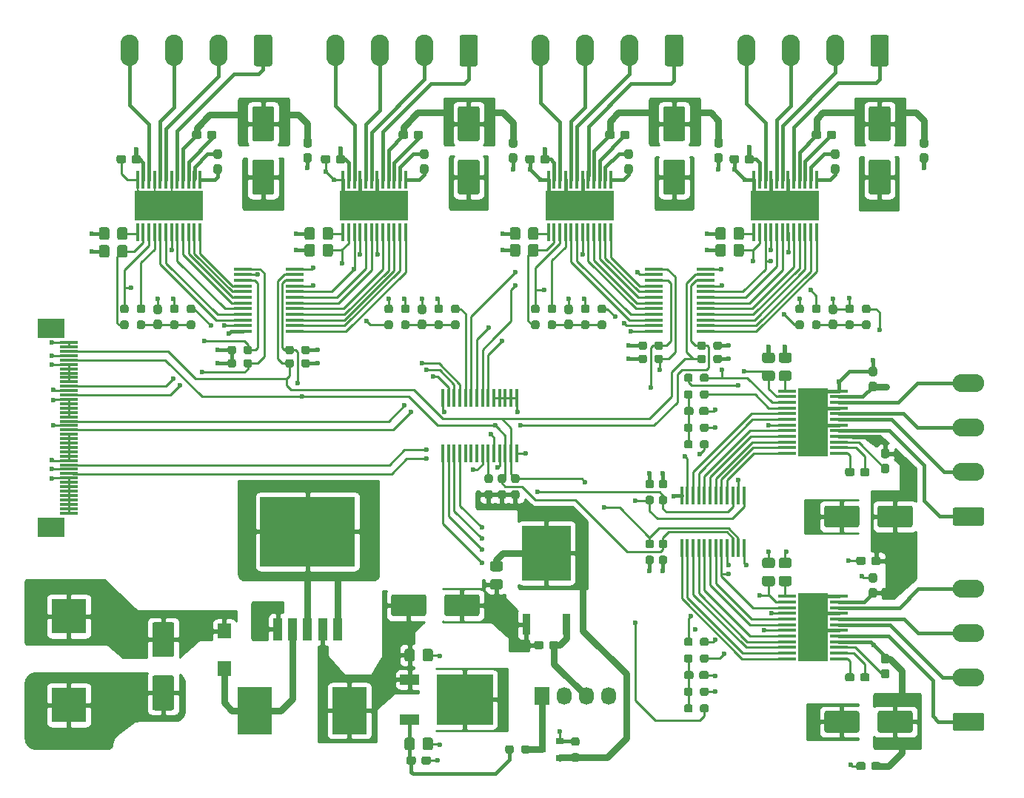
<source format=gtl>
%TF.GenerationSoftware,KiCad,Pcbnew,(5.1.9)-1*%
%TF.CreationDate,2021-04-25T15:51:04-04:00*%
%TF.ProjectId,motor_driver_prj,6d6f746f-725f-4647-9269-7665725f7072,rev?*%
%TF.SameCoordinates,Original*%
%TF.FileFunction,Copper,L1,Top*%
%TF.FilePolarity,Positive*%
%FSLAX46Y46*%
G04 Gerber Fmt 4.6, Leading zero omitted, Abs format (unit mm)*
G04 Created by KiCad (PCBNEW (5.1.9)-1) date 2021-04-25 15:51:04*
%MOMM*%
%LPD*%
G01*
G04 APERTURE LIST*
%TA.AperFunction,SMDPad,CuDef*%
%ADD10R,5.562600X6.299200*%
%TD*%
%TA.AperFunction,SMDPad,CuDef*%
%ADD11R,0.939800X2.489200*%
%TD*%
%TA.AperFunction,SMDPad,CuDef*%
%ADD12R,1.625600X1.727200*%
%TD*%
%TA.AperFunction,SMDPad,CuDef*%
%ADD13R,1.070000X2.600000*%
%TD*%
%TA.AperFunction,SMDPad,CuDef*%
%ADD14R,10.800000X8.000000*%
%TD*%
%TA.AperFunction,SMDPad,CuDef*%
%ADD15R,0.450000X2.000000*%
%TD*%
%TA.AperFunction,ComponentPad*%
%ADD16C,0.500000*%
%TD*%
%TA.AperFunction,SMDPad,CuDef*%
%ADD17R,7.800000X3.400000*%
%TD*%
%TA.AperFunction,SMDPad,CuDef*%
%ADD18R,2.000000X0.300000*%
%TD*%
%TA.AperFunction,SMDPad,CuDef*%
%ADD19R,3.120000X2.240000*%
%TD*%
%TA.AperFunction,ComponentPad*%
%ADD20R,1.730000X2.030000*%
%TD*%
%TA.AperFunction,ComponentPad*%
%ADD21O,1.730000X2.030000*%
%TD*%
%TA.AperFunction,ComponentPad*%
%ADD22O,2.080000X3.600000*%
%TD*%
%TA.AperFunction,ComponentPad*%
%ADD23O,3.600000X2.080000*%
%TD*%
%TA.AperFunction,SMDPad,CuDef*%
%ADD24R,4.000000X4.000000*%
%TD*%
%TA.AperFunction,SMDPad,CuDef*%
%ADD25R,4.000000X5.400000*%
%TD*%
%TA.AperFunction,SMDPad,CuDef*%
%ADD26R,0.900000X0.800000*%
%TD*%
%TA.AperFunction,SMDPad,CuDef*%
%ADD27R,2.200000X1.200000*%
%TD*%
%TA.AperFunction,SMDPad,CuDef*%
%ADD28R,6.400000X5.800000*%
%TD*%
%TA.AperFunction,SMDPad,CuDef*%
%ADD29R,2.000000X0.450000*%
%TD*%
%TA.AperFunction,SMDPad,CuDef*%
%ADD30R,3.400000X7.800000*%
%TD*%
%TA.AperFunction,ViaPad*%
%ADD31C,0.600000*%
%TD*%
%TA.AperFunction,Conductor*%
%ADD32C,0.203200*%
%TD*%
%TA.AperFunction,Conductor*%
%ADD33C,0.254000*%
%TD*%
%TA.AperFunction,Conductor*%
%ADD34C,0.762000*%
%TD*%
%TA.AperFunction,Conductor*%
%ADD35C,0.406400*%
%TD*%
%TA.AperFunction,Conductor*%
%ADD36C,0.508000*%
%TD*%
%TA.AperFunction,Conductor*%
%ADD37C,0.250000*%
%TD*%
%TA.AperFunction,Conductor*%
%ADD38C,0.609600*%
%TD*%
%TA.AperFunction,Conductor*%
%ADD39C,0.100000*%
%TD*%
G04 APERTURE END LIST*
D10*
%TO.P,CR1,3*%
%TO.N,VCC*%
X158750000Y-117221000D03*
D11*
%TO.P,CR1,2*%
%TO.N,+12V*%
X161036000Y-125374400D03*
%TO.P,CR1,1*%
%TO.N,GND*%
X156464000Y-125374400D03*
%TD*%
%TO.P,C6,2*%
%TO.N,GND*%
%TA.AperFunction,SMDPad,CuDef*%
G36*
G01*
X152560000Y-120211000D02*
X153510000Y-120211000D01*
G75*
G02*
X153760000Y-120461000I0J-250000D01*
G01*
X153760000Y-121136000D01*
G75*
G02*
X153510000Y-121386000I-250000J0D01*
G01*
X152560000Y-121386000D01*
G75*
G02*
X152310000Y-121136000I0J250000D01*
G01*
X152310000Y-120461000D01*
G75*
G02*
X152560000Y-120211000I250000J0D01*
G01*
G37*
%TD.AperFunction*%
%TO.P,C6,1*%
%TO.N,VCC*%
%TA.AperFunction,SMDPad,CuDef*%
G36*
G01*
X152560000Y-118136000D02*
X153510000Y-118136000D01*
G75*
G02*
X153760000Y-118386000I0J-250000D01*
G01*
X153760000Y-119061000D01*
G75*
G02*
X153510000Y-119311000I-250000J0D01*
G01*
X152560000Y-119311000D01*
G75*
G02*
X152310000Y-119061000I0J250000D01*
G01*
X152310000Y-118386000D01*
G75*
G02*
X152560000Y-118136000I250000J0D01*
G01*
G37*
%TD.AperFunction*%
%TD*%
%TO.P,C2,2*%
%TO.N,GND*%
%TA.AperFunction,SMDPad,CuDef*%
G36*
G01*
X158425000Y-127524500D02*
X158425000Y-127999500D01*
G75*
G02*
X158187500Y-128237000I-237500J0D01*
G01*
X157587500Y-128237000D01*
G75*
G02*
X157350000Y-127999500I0J237500D01*
G01*
X157350000Y-127524500D01*
G75*
G02*
X157587500Y-127287000I237500J0D01*
G01*
X158187500Y-127287000D01*
G75*
G02*
X158425000Y-127524500I0J-237500D01*
G01*
G37*
%TD.AperFunction*%
%TO.P,C2,1*%
%TO.N,+12V*%
%TA.AperFunction,SMDPad,CuDef*%
G36*
G01*
X160150000Y-127524500D02*
X160150000Y-127999500D01*
G75*
G02*
X159912500Y-128237000I-237500J0D01*
G01*
X159312500Y-128237000D01*
G75*
G02*
X159075000Y-127999500I0J237500D01*
G01*
X159075000Y-127524500D01*
G75*
G02*
X159312500Y-127287000I237500J0D01*
G01*
X159912500Y-127287000D01*
G75*
G02*
X160150000Y-127524500I0J-237500D01*
G01*
G37*
%TD.AperFunction*%
%TD*%
D12*
%TO.P,D2,2*%
%TO.N,GND*%
X121920000Y-126136400D03*
%TO.P,D2,1*%
%TO.N,Net-(D2-Pad1)*%
X121920000Y-130403600D03*
%TD*%
D13*
%TO.P,U3,5*%
%TO.N,GND*%
X134845000Y-125930000D03*
%TO.P,U3,4*%
%TO.N,+12V*%
X133145000Y-125930000D03*
%TO.P,U3,3*%
%TO.N,GND*%
X131445000Y-125930000D03*
%TO.P,U3,2*%
%TO.N,Net-(D2-Pad1)*%
X129745000Y-125930000D03*
%TO.P,U3,1*%
%TO.N,+BATT*%
X128045000Y-125930000D03*
D14*
%TO.P,U3,3*%
%TO.N,GND*%
X131445000Y-114760000D03*
%TD*%
D15*
%TO.P,U10,1*%
%TO.N,Net-(C27-Pad1)*%
X142640000Y-74470000D03*
%TO.P,U10,2*%
%TO.N,Net-(C27-Pad2)*%
X141990000Y-74470000D03*
%TO.P,U10,3*%
%TO.N,Net-(C29-Pad1)*%
X141340000Y-74470000D03*
%TO.P,U10,4*%
%TO.N,+BATT*%
X140690000Y-74470000D03*
%TO.P,U10,5*%
%TO.N,/AllDrivers/MOTOR2_A1*%
X140040000Y-74470000D03*
%TO.P,U10,6*%
%TO.N,GND*%
X139390000Y-74470000D03*
%TO.P,U10,7*%
%TO.N,/AllDrivers/MOTOR2_A2*%
X138740000Y-74470000D03*
%TO.P,U10,8*%
%TO.N,/AllDrivers/MOTOR2_B2*%
X138090000Y-74470000D03*
%TO.P,U10,9*%
%TO.N,GND*%
X137440000Y-74470000D03*
%TO.P,U10,10*%
%TO.N,/AllDrivers/MOTOR2_B1*%
X136790000Y-74470000D03*
%TO.P,U10,11*%
%TO.N,+BATT*%
X136140000Y-74470000D03*
%TO.P,U10,12*%
%TO.N,GND*%
X135490000Y-74470000D03*
%TO.P,U10,13*%
%TO.N,Net-(C26-Pad1)*%
X135490000Y-80470000D03*
%TO.P,U10,14*%
%TO.N,Net-(C25-Pad1)*%
X136140000Y-80470000D03*
%TO.P,U10,15*%
%TO.N,/AllDrivers/Motor2/~FAULT*%
X136790000Y-80470000D03*
%TO.P,U10,16*%
%TO.N,Net-(R28-Pad2)*%
X137440000Y-80470000D03*
%TO.P,U10,17*%
%TO.N,/AllDrivers/Motor2/~SLEEP*%
X138090000Y-80470000D03*
%TO.P,U10,18*%
%TO.N,/AllDrivers/Motor2/ENABLE*%
X138740000Y-80470000D03*
%TO.P,U10,19*%
%TO.N,/AllDrivers/STEP2*%
X139390000Y-80470000D03*
%TO.P,U10,20*%
%TO.N,/AllDrivers/Motor2/DIR*%
X140040000Y-80470000D03*
%TO.P,U10,21*%
%TO.N,/AllDrivers/Motor2/M0*%
X140690000Y-80470000D03*
%TO.P,U10,22*%
%TO.N,/AllDrivers/Motor2/M1*%
X141340000Y-80470000D03*
%TO.P,U10,23*%
%TO.N,/AllDrivers/Motor2/TRQ*%
X141990000Y-80470000D03*
%TO.P,U10,24*%
%TO.N,/AllDrivers/Motor2/DECAY*%
X142640000Y-80470000D03*
D16*
%TO.P,U10,25*%
%TO.N,GND*%
X142365000Y-76470000D03*
X141265000Y-76470000D03*
X140165000Y-76470000D03*
X139065000Y-76470000D03*
X137965000Y-76470000D03*
X136865000Y-76470000D03*
X135765000Y-76470000D03*
X142365000Y-77470000D03*
X141265000Y-77470000D03*
X135765000Y-77470000D03*
X136865000Y-77470000D03*
X137965000Y-77470000D03*
X140165000Y-77470000D03*
X139065000Y-77470000D03*
X139065000Y-78470000D03*
X140165000Y-78470000D03*
X135765000Y-78470000D03*
X142365000Y-78470000D03*
X136865000Y-78470000D03*
X137965000Y-78470000D03*
X141265000Y-78470000D03*
D17*
X139065000Y-77470000D03*
%TD*%
D15*
%TO.P,U9,1*%
%TO.N,Net-(C19-Pad1)*%
X166135000Y-74470000D03*
%TO.P,U9,2*%
%TO.N,Net-(C19-Pad2)*%
X165485000Y-74470000D03*
%TO.P,U9,3*%
%TO.N,Net-(C21-Pad1)*%
X164835000Y-74470000D03*
%TO.P,U9,4*%
%TO.N,+BATT*%
X164185000Y-74470000D03*
%TO.P,U9,5*%
%TO.N,/AllDrivers/MOTOR3_A1*%
X163535000Y-74470000D03*
%TO.P,U9,6*%
%TO.N,GND*%
X162885000Y-74470000D03*
%TO.P,U9,7*%
%TO.N,/AllDrivers/MOTOR3_A2*%
X162235000Y-74470000D03*
%TO.P,U9,8*%
%TO.N,/AllDrivers/MOTOR3_B2*%
X161585000Y-74470000D03*
%TO.P,U9,9*%
%TO.N,GND*%
X160935000Y-74470000D03*
%TO.P,U9,10*%
%TO.N,/AllDrivers/MOTOR3_B1*%
X160285000Y-74470000D03*
%TO.P,U9,11*%
%TO.N,+BATT*%
X159635000Y-74470000D03*
%TO.P,U9,12*%
%TO.N,GND*%
X158985000Y-74470000D03*
%TO.P,U9,13*%
%TO.N,Net-(C18-Pad1)*%
X158985000Y-80470000D03*
%TO.P,U9,14*%
%TO.N,Net-(C17-Pad1)*%
X159635000Y-80470000D03*
%TO.P,U9,15*%
%TO.N,/AllDrivers/Motor3/~FAULT*%
X160285000Y-80470000D03*
%TO.P,U9,16*%
%TO.N,Net-(R24-Pad2)*%
X160935000Y-80470000D03*
%TO.P,U9,17*%
%TO.N,/AllDrivers/Motor3/~SLEEP*%
X161585000Y-80470000D03*
%TO.P,U9,18*%
%TO.N,/AllDrivers/Motor3/ENABLE*%
X162235000Y-80470000D03*
%TO.P,U9,19*%
%TO.N,/AllDrivers/STEP3*%
X162885000Y-80470000D03*
%TO.P,U9,20*%
%TO.N,/AllDrivers/Motor3/DIR*%
X163535000Y-80470000D03*
%TO.P,U9,21*%
%TO.N,/AllDrivers/Motor3/M0*%
X164185000Y-80470000D03*
%TO.P,U9,22*%
%TO.N,/AllDrivers/Motor3/M1*%
X164835000Y-80470000D03*
%TO.P,U9,23*%
%TO.N,/AllDrivers/Motor3/TRQ*%
X165485000Y-80470000D03*
%TO.P,U9,24*%
%TO.N,/AllDrivers/Motor3/DECAY*%
X166135000Y-80470000D03*
D16*
%TO.P,U9,25*%
%TO.N,GND*%
X165860000Y-76470000D03*
X164760000Y-76470000D03*
X163660000Y-76470000D03*
X162560000Y-76470000D03*
X161460000Y-76470000D03*
X160360000Y-76470000D03*
X159260000Y-76470000D03*
X165860000Y-77470000D03*
X164760000Y-77470000D03*
X159260000Y-77470000D03*
X160360000Y-77470000D03*
X161460000Y-77470000D03*
X163660000Y-77470000D03*
X162560000Y-77470000D03*
X162560000Y-78470000D03*
X163660000Y-78470000D03*
X159260000Y-78470000D03*
X165860000Y-78470000D03*
X160360000Y-78470000D03*
X161460000Y-78470000D03*
X164760000Y-78470000D03*
D17*
X162560000Y-77470000D03*
%TD*%
D15*
%TO.P,U8,1*%
%TO.N,Net-(C11-Pad1)*%
X189630000Y-74470000D03*
%TO.P,U8,2*%
%TO.N,Net-(C11-Pad2)*%
X188980000Y-74470000D03*
%TO.P,U8,3*%
%TO.N,Net-(C13-Pad1)*%
X188330000Y-74470000D03*
%TO.P,U8,4*%
%TO.N,+BATT*%
X187680000Y-74470000D03*
%TO.P,U8,5*%
%TO.N,/AllDrivers/MOTOR4_A1*%
X187030000Y-74470000D03*
%TO.P,U8,6*%
%TO.N,GND*%
X186380000Y-74470000D03*
%TO.P,U8,7*%
%TO.N,/AllDrivers/MOTOR4_A2*%
X185730000Y-74470000D03*
%TO.P,U8,8*%
%TO.N,/AllDrivers/MOTOR4_B2*%
X185080000Y-74470000D03*
%TO.P,U8,9*%
%TO.N,GND*%
X184430000Y-74470000D03*
%TO.P,U8,10*%
%TO.N,/AllDrivers/MOTOR4_B1*%
X183780000Y-74470000D03*
%TO.P,U8,11*%
%TO.N,+BATT*%
X183130000Y-74470000D03*
%TO.P,U8,12*%
%TO.N,GND*%
X182480000Y-74470000D03*
%TO.P,U8,13*%
%TO.N,Net-(C10-Pad1)*%
X182480000Y-80470000D03*
%TO.P,U8,14*%
%TO.N,Net-(C9-Pad1)*%
X183130000Y-80470000D03*
%TO.P,U8,15*%
%TO.N,/AllDrivers/Motor4/~FAULT*%
X183780000Y-80470000D03*
%TO.P,U8,16*%
%TO.N,Net-(R20-Pad2)*%
X184430000Y-80470000D03*
%TO.P,U8,17*%
%TO.N,/AllDrivers/Motor4/~SLEEP*%
X185080000Y-80470000D03*
%TO.P,U8,18*%
%TO.N,/AllDrivers/Motor4/ENABLE*%
X185730000Y-80470000D03*
%TO.P,U8,19*%
%TO.N,/AllDrivers/STEP4*%
X186380000Y-80470000D03*
%TO.P,U8,20*%
%TO.N,/AllDrivers/Motor4/DIR*%
X187030000Y-80470000D03*
%TO.P,U8,21*%
%TO.N,/AllDrivers/Motor4/M0*%
X187680000Y-80470000D03*
%TO.P,U8,22*%
%TO.N,/AllDrivers/Motor4/M1*%
X188330000Y-80470000D03*
%TO.P,U8,23*%
%TO.N,/AllDrivers/Motor4/TRQ*%
X188980000Y-80470000D03*
%TO.P,U8,24*%
%TO.N,/AllDrivers/Motor4/DECAY*%
X189630000Y-80470000D03*
D16*
%TO.P,U8,25*%
%TO.N,GND*%
X189355000Y-76470000D03*
X188255000Y-76470000D03*
X187155000Y-76470000D03*
X186055000Y-76470000D03*
X184955000Y-76470000D03*
X183855000Y-76470000D03*
X182755000Y-76470000D03*
X189355000Y-77470000D03*
X188255000Y-77470000D03*
X182755000Y-77470000D03*
X183855000Y-77470000D03*
X184955000Y-77470000D03*
X187155000Y-77470000D03*
X186055000Y-77470000D03*
X186055000Y-78470000D03*
X187155000Y-78470000D03*
X182755000Y-78470000D03*
X189355000Y-78470000D03*
X183855000Y-78470000D03*
X184955000Y-78470000D03*
X188255000Y-78470000D03*
D17*
X186055000Y-77470000D03*
%TD*%
D15*
%TO.P,U4,1*%
%TO.N,GND*%
X155355000Y-99416000D03*
%TO.P,U4,2*%
X154705000Y-99416000D03*
%TO.P,U4,3*%
X154055000Y-99416000D03*
%TO.P,U4,4*%
X153405000Y-99416000D03*
%TO.P,U4,5*%
X152755000Y-99416000D03*
%TO.P,U4,6*%
%TO.N,/AllDrivers/RRef4*%
X152105000Y-99416000D03*
%TO.P,U4,7*%
%TO.N,/AllDrivers/STEP4*%
X151455000Y-99416000D03*
%TO.P,U4,8*%
%TO.N,/AllDrivers/RRef3*%
X150805000Y-99416000D03*
%TO.P,U4,9*%
%TO.N,/AllDrivers/STEP3*%
X150155000Y-99416000D03*
%TO.P,U4,10*%
%TO.N,/AllDrivers/RRef2*%
X149505000Y-99416000D03*
%TO.P,U4,11*%
%TO.N,/AllDrivers/STEP2*%
X148855000Y-99416000D03*
%TO.P,U4,12*%
%TO.N,/AllDrivers/STEP1*%
X148205000Y-99416000D03*
%TO.P,U4,13*%
%TO.N,/AllDrivers/RRef1*%
X147555000Y-99416000D03*
%TO.P,U4,14*%
%TO.N,GND*%
X146905000Y-99416000D03*
%TO.P,U4,15*%
%TO.N,/AllDrivers/STEP6*%
X146905000Y-105816000D03*
%TO.P,U4,16*%
%TO.N,/AllDrivers/RRef6*%
X147555000Y-105816000D03*
%TO.P,U4,17*%
%TO.N,/AllDrivers/STEP5*%
X148205000Y-105816000D03*
%TO.P,U4,18*%
%TO.N,/AllDrivers/RRef5*%
X148855000Y-105816000D03*
%TO.P,U4,19*%
%TO.N,N/C*%
X149505000Y-105816000D03*
%TO.P,U4,20*%
X150155000Y-105816000D03*
%TO.P,U4,21*%
X150805000Y-105816000D03*
%TO.P,U4,22*%
%TO.N,/FAN_PWM*%
X151455000Y-105816000D03*
%TO.P,U4,23*%
%TO.N,Net-(R3-Pad2)*%
X152105000Y-105816000D03*
%TO.P,U4,24*%
%TO.N,VCC*%
X152755000Y-105816000D03*
%TO.P,U4,25*%
%TO.N,GND*%
X153405000Y-105816000D03*
%TO.P,U4,26*%
%TO.N,/I2C_SCL*%
X154055000Y-105816000D03*
%TO.P,U4,27*%
%TO.N,/I2C_SDA*%
X154705000Y-105816000D03*
%TO.P,U4,28*%
%TO.N,VCC*%
X155355000Y-105816000D03*
%TD*%
%TO.P,R24,2*%
%TO.N,Net-(R24-Pad2)*%
%TA.AperFunction,SMDPad,CuDef*%
G36*
G01*
X159622500Y-89745000D02*
X159147500Y-89745000D01*
G75*
G02*
X158910000Y-89507500I0J237500D01*
G01*
X158910000Y-89007500D01*
G75*
G02*
X159147500Y-88770000I237500J0D01*
G01*
X159622500Y-88770000D01*
G75*
G02*
X159860000Y-89007500I0J-237500D01*
G01*
X159860000Y-89507500D01*
G75*
G02*
X159622500Y-89745000I-237500J0D01*
G01*
G37*
%TD.AperFunction*%
%TO.P,R24,1*%
%TO.N,Net-(C16-Pad1)*%
%TA.AperFunction,SMDPad,CuDef*%
G36*
G01*
X159622500Y-91570000D02*
X159147500Y-91570000D01*
G75*
G02*
X158910000Y-91332500I0J237500D01*
G01*
X158910000Y-90832500D01*
G75*
G02*
X159147500Y-90595000I237500J0D01*
G01*
X159622500Y-90595000D01*
G75*
G02*
X159860000Y-90832500I0J-237500D01*
G01*
X159860000Y-91332500D01*
G75*
G02*
X159622500Y-91570000I-237500J0D01*
G01*
G37*
%TD.AperFunction*%
%TD*%
%TO.P,R23,2*%
%TO.N,GND*%
%TA.AperFunction,SMDPad,CuDef*%
G36*
G01*
X163432500Y-89745000D02*
X162957500Y-89745000D01*
G75*
G02*
X162720000Y-89507500I0J237500D01*
G01*
X162720000Y-89007500D01*
G75*
G02*
X162957500Y-88770000I237500J0D01*
G01*
X163432500Y-88770000D01*
G75*
G02*
X163670000Y-89007500I0J-237500D01*
G01*
X163670000Y-89507500D01*
G75*
G02*
X163432500Y-89745000I-237500J0D01*
G01*
G37*
%TD.AperFunction*%
%TO.P,R23,1*%
%TO.N,Net-(C16-Pad1)*%
%TA.AperFunction,SMDPad,CuDef*%
G36*
G01*
X163432500Y-91570000D02*
X162957500Y-91570000D01*
G75*
G02*
X162720000Y-91332500I0J237500D01*
G01*
X162720000Y-90832500D01*
G75*
G02*
X162957500Y-90595000I237500J0D01*
G01*
X163432500Y-90595000D01*
G75*
G02*
X163670000Y-90832500I0J-237500D01*
G01*
X163670000Y-91332500D01*
G75*
G02*
X163432500Y-91570000I-237500J0D01*
G01*
G37*
%TD.AperFunction*%
%TD*%
%TO.P,R22,2*%
%TO.N,Net-(C16-Pad1)*%
%TA.AperFunction,SMDPad,CuDef*%
G36*
G01*
X164862500Y-90595000D02*
X165337500Y-90595000D01*
G75*
G02*
X165575000Y-90832500I0J-237500D01*
G01*
X165575000Y-91332500D01*
G75*
G02*
X165337500Y-91570000I-237500J0D01*
G01*
X164862500Y-91570000D01*
G75*
G02*
X164625000Y-91332500I0J237500D01*
G01*
X164625000Y-90832500D01*
G75*
G02*
X164862500Y-90595000I237500J0D01*
G01*
G37*
%TD.AperFunction*%
%TO.P,R22,1*%
%TO.N,/AllDrivers/RRef3*%
%TA.AperFunction,SMDPad,CuDef*%
G36*
G01*
X164862500Y-88770000D02*
X165337500Y-88770000D01*
G75*
G02*
X165575000Y-89007500I0J-237500D01*
G01*
X165575000Y-89507500D01*
G75*
G02*
X165337500Y-89745000I-237500J0D01*
G01*
X164862500Y-89745000D01*
G75*
G02*
X164625000Y-89507500I0J237500D01*
G01*
X164625000Y-89007500D01*
G75*
G02*
X164862500Y-88770000I237500J0D01*
G01*
G37*
%TD.AperFunction*%
%TD*%
%TO.P,R21,2*%
%TO.N,Net-(C9-Pad1)*%
%TA.AperFunction,SMDPad,CuDef*%
G36*
G01*
X187468500Y-90595000D02*
X187943500Y-90595000D01*
G75*
G02*
X188181000Y-90832500I0J-237500D01*
G01*
X188181000Y-91332500D01*
G75*
G02*
X187943500Y-91570000I-237500J0D01*
G01*
X187468500Y-91570000D01*
G75*
G02*
X187231000Y-91332500I0J237500D01*
G01*
X187231000Y-90832500D01*
G75*
G02*
X187468500Y-90595000I237500J0D01*
G01*
G37*
%TD.AperFunction*%
%TO.P,R21,1*%
%TO.N,/AllDrivers/Motor4/~FAULT*%
%TA.AperFunction,SMDPad,CuDef*%
G36*
G01*
X187468500Y-88770000D02*
X187943500Y-88770000D01*
G75*
G02*
X188181000Y-89007500I0J-237500D01*
G01*
X188181000Y-89507500D01*
G75*
G02*
X187943500Y-89745000I-237500J0D01*
G01*
X187468500Y-89745000D01*
G75*
G02*
X187231000Y-89507500I0J237500D01*
G01*
X187231000Y-89007500D01*
G75*
G02*
X187468500Y-88770000I237500J0D01*
G01*
G37*
%TD.AperFunction*%
%TD*%
%TO.P,R20,2*%
%TO.N,Net-(R20-Pad2)*%
%TA.AperFunction,SMDPad,CuDef*%
G36*
G01*
X189848500Y-89745000D02*
X189373500Y-89745000D01*
G75*
G02*
X189136000Y-89507500I0J237500D01*
G01*
X189136000Y-89007500D01*
G75*
G02*
X189373500Y-88770000I237500J0D01*
G01*
X189848500Y-88770000D01*
G75*
G02*
X190086000Y-89007500I0J-237500D01*
G01*
X190086000Y-89507500D01*
G75*
G02*
X189848500Y-89745000I-237500J0D01*
G01*
G37*
%TD.AperFunction*%
%TO.P,R20,1*%
%TO.N,Net-(C8-Pad1)*%
%TA.AperFunction,SMDPad,CuDef*%
G36*
G01*
X189848500Y-91570000D02*
X189373500Y-91570000D01*
G75*
G02*
X189136000Y-91332500I0J237500D01*
G01*
X189136000Y-90832500D01*
G75*
G02*
X189373500Y-90595000I237500J0D01*
G01*
X189848500Y-90595000D01*
G75*
G02*
X190086000Y-90832500I0J-237500D01*
G01*
X190086000Y-91332500D01*
G75*
G02*
X189848500Y-91570000I-237500J0D01*
G01*
G37*
%TD.AperFunction*%
%TD*%
%TO.P,R19,2*%
%TO.N,GND*%
%TA.AperFunction,SMDPad,CuDef*%
G36*
G01*
X193658500Y-89745000D02*
X193183500Y-89745000D01*
G75*
G02*
X192946000Y-89507500I0J237500D01*
G01*
X192946000Y-89007500D01*
G75*
G02*
X193183500Y-88770000I237500J0D01*
G01*
X193658500Y-88770000D01*
G75*
G02*
X193896000Y-89007500I0J-237500D01*
G01*
X193896000Y-89507500D01*
G75*
G02*
X193658500Y-89745000I-237500J0D01*
G01*
G37*
%TD.AperFunction*%
%TO.P,R19,1*%
%TO.N,Net-(C8-Pad1)*%
%TA.AperFunction,SMDPad,CuDef*%
G36*
G01*
X193658500Y-91570000D02*
X193183500Y-91570000D01*
G75*
G02*
X192946000Y-91332500I0J237500D01*
G01*
X192946000Y-90832500D01*
G75*
G02*
X193183500Y-90595000I237500J0D01*
G01*
X193658500Y-90595000D01*
G75*
G02*
X193896000Y-90832500I0J-237500D01*
G01*
X193896000Y-91332500D01*
G75*
G02*
X193658500Y-91570000I-237500J0D01*
G01*
G37*
%TD.AperFunction*%
%TD*%
%TO.P,R18,2*%
%TO.N,Net-(C8-Pad1)*%
%TA.AperFunction,SMDPad,CuDef*%
G36*
G01*
X195088500Y-90595000D02*
X195563500Y-90595000D01*
G75*
G02*
X195801000Y-90832500I0J-237500D01*
G01*
X195801000Y-91332500D01*
G75*
G02*
X195563500Y-91570000I-237500J0D01*
G01*
X195088500Y-91570000D01*
G75*
G02*
X194851000Y-91332500I0J237500D01*
G01*
X194851000Y-90832500D01*
G75*
G02*
X195088500Y-90595000I237500J0D01*
G01*
G37*
%TD.AperFunction*%
%TO.P,R18,1*%
%TO.N,/AllDrivers/RRef4*%
%TA.AperFunction,SMDPad,CuDef*%
G36*
G01*
X195088500Y-88770000D02*
X195563500Y-88770000D01*
G75*
G02*
X195801000Y-89007500I0J-237500D01*
G01*
X195801000Y-89507500D01*
G75*
G02*
X195563500Y-89745000I-237500J0D01*
G01*
X195088500Y-89745000D01*
G75*
G02*
X194851000Y-89507500I0J237500D01*
G01*
X194851000Y-89007500D01*
G75*
G02*
X195088500Y-88770000I237500J0D01*
G01*
G37*
%TD.AperFunction*%
%TD*%
%TO.P,R17,2*%
%TO.N,/AllDrivers/~INT3*%
%TA.AperFunction,SMDPad,CuDef*%
G36*
G01*
X170323500Y-110661000D02*
X170798500Y-110661000D01*
G75*
G02*
X171036000Y-110898500I0J-237500D01*
G01*
X171036000Y-111398500D01*
G75*
G02*
X170798500Y-111636000I-237500J0D01*
G01*
X170323500Y-111636000D01*
G75*
G02*
X170086000Y-111398500I0J237500D01*
G01*
X170086000Y-110898500D01*
G75*
G02*
X170323500Y-110661000I237500J0D01*
G01*
G37*
%TD.AperFunction*%
%TO.P,R17,1*%
%TO.N,VCC*%
%TA.AperFunction,SMDPad,CuDef*%
G36*
G01*
X170323500Y-108836000D02*
X170798500Y-108836000D01*
G75*
G02*
X171036000Y-109073500I0J-237500D01*
G01*
X171036000Y-109573500D01*
G75*
G02*
X170798500Y-109811000I-237500J0D01*
G01*
X170323500Y-109811000D01*
G75*
G02*
X170086000Y-109573500I0J237500D01*
G01*
X170086000Y-109073500D01*
G75*
G02*
X170323500Y-108836000I237500J0D01*
G01*
G37*
%TD.AperFunction*%
%TD*%
%TO.P,R16,2*%
%TO.N,/AllDrivers/~RESET3*%
%TA.AperFunction,SMDPad,CuDef*%
G36*
G01*
X171847500Y-110661000D02*
X172322500Y-110661000D01*
G75*
G02*
X172560000Y-110898500I0J-237500D01*
G01*
X172560000Y-111398500D01*
G75*
G02*
X172322500Y-111636000I-237500J0D01*
G01*
X171847500Y-111636000D01*
G75*
G02*
X171610000Y-111398500I0J237500D01*
G01*
X171610000Y-110898500D01*
G75*
G02*
X171847500Y-110661000I237500J0D01*
G01*
G37*
%TD.AperFunction*%
%TO.P,R16,1*%
%TO.N,VCC*%
%TA.AperFunction,SMDPad,CuDef*%
G36*
G01*
X171847500Y-108836000D02*
X172322500Y-108836000D01*
G75*
G02*
X172560000Y-109073500I0J-237500D01*
G01*
X172560000Y-109573500D01*
G75*
G02*
X172322500Y-109811000I-237500J0D01*
G01*
X171847500Y-109811000D01*
G75*
G02*
X171610000Y-109573500I0J237500D01*
G01*
X171610000Y-109073500D01*
G75*
G02*
X171847500Y-108836000I237500J0D01*
G01*
G37*
%TD.AperFunction*%
%TD*%
%TO.P,R15,2*%
%TO.N,/I2C_SCL*%
%TA.AperFunction,SMDPad,CuDef*%
G36*
G01*
X172322500Y-116669000D02*
X171847500Y-116669000D01*
G75*
G02*
X171610000Y-116431500I0J237500D01*
G01*
X171610000Y-115931500D01*
G75*
G02*
X171847500Y-115694000I237500J0D01*
G01*
X172322500Y-115694000D01*
G75*
G02*
X172560000Y-115931500I0J-237500D01*
G01*
X172560000Y-116431500D01*
G75*
G02*
X172322500Y-116669000I-237500J0D01*
G01*
G37*
%TD.AperFunction*%
%TO.P,R15,1*%
%TO.N,VCC*%
%TA.AperFunction,SMDPad,CuDef*%
G36*
G01*
X172322500Y-118494000D02*
X171847500Y-118494000D01*
G75*
G02*
X171610000Y-118256500I0J237500D01*
G01*
X171610000Y-117756500D01*
G75*
G02*
X171847500Y-117519000I237500J0D01*
G01*
X172322500Y-117519000D01*
G75*
G02*
X172560000Y-117756500I0J-237500D01*
G01*
X172560000Y-118256500D01*
G75*
G02*
X172322500Y-118494000I-237500J0D01*
G01*
G37*
%TD.AperFunction*%
%TD*%
%TO.P,R14,2*%
%TO.N,/I2C_SDA*%
%TA.AperFunction,SMDPad,CuDef*%
G36*
G01*
X170798500Y-116669000D02*
X170323500Y-116669000D01*
G75*
G02*
X170086000Y-116431500I0J237500D01*
G01*
X170086000Y-115931500D01*
G75*
G02*
X170323500Y-115694000I237500J0D01*
G01*
X170798500Y-115694000D01*
G75*
G02*
X171036000Y-115931500I0J-237500D01*
G01*
X171036000Y-116431500D01*
G75*
G02*
X170798500Y-116669000I-237500J0D01*
G01*
G37*
%TD.AperFunction*%
%TO.P,R14,1*%
%TO.N,VCC*%
%TA.AperFunction,SMDPad,CuDef*%
G36*
G01*
X170798500Y-118494000D02*
X170323500Y-118494000D01*
G75*
G02*
X170086000Y-118256500I0J237500D01*
G01*
X170086000Y-117756500D01*
G75*
G02*
X170323500Y-117519000I237500J0D01*
G01*
X170798500Y-117519000D01*
G75*
G02*
X171036000Y-117756500I0J-237500D01*
G01*
X171036000Y-118256500D01*
G75*
G02*
X170798500Y-118494000I-237500J0D01*
G01*
G37*
%TD.AperFunction*%
%TD*%
%TO.P,R13,2*%
%TO.N,/AllDrivers/~INT2*%
%TA.AperFunction,SMDPad,CuDef*%
G36*
G01*
X171113000Y-95233500D02*
X171113000Y-94758500D01*
G75*
G02*
X171350500Y-94521000I237500J0D01*
G01*
X171850500Y-94521000D01*
G75*
G02*
X172088000Y-94758500I0J-237500D01*
G01*
X172088000Y-95233500D01*
G75*
G02*
X171850500Y-95471000I-237500J0D01*
G01*
X171350500Y-95471000D01*
G75*
G02*
X171113000Y-95233500I0J237500D01*
G01*
G37*
%TD.AperFunction*%
%TO.P,R13,1*%
%TO.N,VCC*%
%TA.AperFunction,SMDPad,CuDef*%
G36*
G01*
X169288000Y-95233500D02*
X169288000Y-94758500D01*
G75*
G02*
X169525500Y-94521000I237500J0D01*
G01*
X170025500Y-94521000D01*
G75*
G02*
X170263000Y-94758500I0J-237500D01*
G01*
X170263000Y-95233500D01*
G75*
G02*
X170025500Y-95471000I-237500J0D01*
G01*
X169525500Y-95471000D01*
G75*
G02*
X169288000Y-95233500I0J237500D01*
G01*
G37*
%TD.AperFunction*%
%TD*%
%TO.P,R12,2*%
%TO.N,/AllDrivers/~INT1*%
%TA.AperFunction,SMDPad,CuDef*%
G36*
G01*
X124123000Y-95741500D02*
X124123000Y-95266500D01*
G75*
G02*
X124360500Y-95029000I237500J0D01*
G01*
X124860500Y-95029000D01*
G75*
G02*
X125098000Y-95266500I0J-237500D01*
G01*
X125098000Y-95741500D01*
G75*
G02*
X124860500Y-95979000I-237500J0D01*
G01*
X124360500Y-95979000D01*
G75*
G02*
X124123000Y-95741500I0J237500D01*
G01*
G37*
%TD.AperFunction*%
%TO.P,R12,1*%
%TO.N,VCC*%
%TA.AperFunction,SMDPad,CuDef*%
G36*
G01*
X122298000Y-95741500D02*
X122298000Y-95266500D01*
G75*
G02*
X122535500Y-95029000I237500J0D01*
G01*
X123035500Y-95029000D01*
G75*
G02*
X123273000Y-95266500I0J-237500D01*
G01*
X123273000Y-95741500D01*
G75*
G02*
X123035500Y-95979000I-237500J0D01*
G01*
X122535500Y-95979000D01*
G75*
G02*
X122298000Y-95741500I0J237500D01*
G01*
G37*
%TD.AperFunction*%
%TD*%
%TO.P,R11,2*%
%TO.N,/AllDrivers/~RESET2*%
%TA.AperFunction,SMDPad,CuDef*%
G36*
G01*
X171113000Y-93709500D02*
X171113000Y-93234500D01*
G75*
G02*
X171350500Y-92997000I237500J0D01*
G01*
X171850500Y-92997000D01*
G75*
G02*
X172088000Y-93234500I0J-237500D01*
G01*
X172088000Y-93709500D01*
G75*
G02*
X171850500Y-93947000I-237500J0D01*
G01*
X171350500Y-93947000D01*
G75*
G02*
X171113000Y-93709500I0J237500D01*
G01*
G37*
%TD.AperFunction*%
%TO.P,R11,1*%
%TO.N,VCC*%
%TA.AperFunction,SMDPad,CuDef*%
G36*
G01*
X169288000Y-93709500D02*
X169288000Y-93234500D01*
G75*
G02*
X169525500Y-92997000I237500J0D01*
G01*
X170025500Y-92997000D01*
G75*
G02*
X170263000Y-93234500I0J-237500D01*
G01*
X170263000Y-93709500D01*
G75*
G02*
X170025500Y-93947000I-237500J0D01*
G01*
X169525500Y-93947000D01*
G75*
G02*
X169288000Y-93709500I0J237500D01*
G01*
G37*
%TD.AperFunction*%
%TD*%
%TO.P,R10,2*%
%TO.N,/AllDrivers/~RESET1*%
%TA.AperFunction,SMDPad,CuDef*%
G36*
G01*
X124123000Y-94217500D02*
X124123000Y-93742500D01*
G75*
G02*
X124360500Y-93505000I237500J0D01*
G01*
X124860500Y-93505000D01*
G75*
G02*
X125098000Y-93742500I0J-237500D01*
G01*
X125098000Y-94217500D01*
G75*
G02*
X124860500Y-94455000I-237500J0D01*
G01*
X124360500Y-94455000D01*
G75*
G02*
X124123000Y-94217500I0J237500D01*
G01*
G37*
%TD.AperFunction*%
%TO.P,R10,1*%
%TO.N,VCC*%
%TA.AperFunction,SMDPad,CuDef*%
G36*
G01*
X122298000Y-94217500D02*
X122298000Y-93742500D01*
G75*
G02*
X122535500Y-93505000I237500J0D01*
G01*
X123035500Y-93505000D01*
G75*
G02*
X123273000Y-93742500I0J-237500D01*
G01*
X123273000Y-94217500D01*
G75*
G02*
X123035500Y-94455000I-237500J0D01*
G01*
X122535500Y-94455000D01*
G75*
G02*
X122298000Y-94217500I0J237500D01*
G01*
G37*
%TD.AperFunction*%
%TD*%
%TO.P,R9,2*%
%TO.N,/I2C_SCL*%
%TA.AperFunction,SMDPad,CuDef*%
G36*
G01*
X176994000Y-93234500D02*
X176994000Y-93709500D01*
G75*
G02*
X176756500Y-93947000I-237500J0D01*
G01*
X176256500Y-93947000D01*
G75*
G02*
X176019000Y-93709500I0J237500D01*
G01*
X176019000Y-93234500D01*
G75*
G02*
X176256500Y-92997000I237500J0D01*
G01*
X176756500Y-92997000D01*
G75*
G02*
X176994000Y-93234500I0J-237500D01*
G01*
G37*
%TD.AperFunction*%
%TO.P,R9,1*%
%TO.N,VCC*%
%TA.AperFunction,SMDPad,CuDef*%
G36*
G01*
X178819000Y-93234500D02*
X178819000Y-93709500D01*
G75*
G02*
X178581500Y-93947000I-237500J0D01*
G01*
X178081500Y-93947000D01*
G75*
G02*
X177844000Y-93709500I0J237500D01*
G01*
X177844000Y-93234500D01*
G75*
G02*
X178081500Y-92997000I237500J0D01*
G01*
X178581500Y-92997000D01*
G75*
G02*
X178819000Y-93234500I0J-237500D01*
G01*
G37*
%TD.AperFunction*%
%TD*%
%TO.P,R8,2*%
%TO.N,/I2C_SCL*%
%TA.AperFunction,SMDPad,CuDef*%
G36*
G01*
X129877000Y-93742500D02*
X129877000Y-94217500D01*
G75*
G02*
X129639500Y-94455000I-237500J0D01*
G01*
X129139500Y-94455000D01*
G75*
G02*
X128902000Y-94217500I0J237500D01*
G01*
X128902000Y-93742500D01*
G75*
G02*
X129139500Y-93505000I237500J0D01*
G01*
X129639500Y-93505000D01*
G75*
G02*
X129877000Y-93742500I0J-237500D01*
G01*
G37*
%TD.AperFunction*%
%TO.P,R8,1*%
%TO.N,VCC*%
%TA.AperFunction,SMDPad,CuDef*%
G36*
G01*
X131702000Y-93742500D02*
X131702000Y-94217500D01*
G75*
G02*
X131464500Y-94455000I-237500J0D01*
G01*
X130964500Y-94455000D01*
G75*
G02*
X130727000Y-94217500I0J237500D01*
G01*
X130727000Y-93742500D01*
G75*
G02*
X130964500Y-93505000I237500J0D01*
G01*
X131464500Y-93505000D01*
G75*
G02*
X131702000Y-93742500I0J-237500D01*
G01*
G37*
%TD.AperFunction*%
%TD*%
%TO.P,R7,2*%
%TO.N,/I2C_SDA*%
%TA.AperFunction,SMDPad,CuDef*%
G36*
G01*
X176994000Y-94758500D02*
X176994000Y-95233500D01*
G75*
G02*
X176756500Y-95471000I-237500J0D01*
G01*
X176256500Y-95471000D01*
G75*
G02*
X176019000Y-95233500I0J237500D01*
G01*
X176019000Y-94758500D01*
G75*
G02*
X176256500Y-94521000I237500J0D01*
G01*
X176756500Y-94521000D01*
G75*
G02*
X176994000Y-94758500I0J-237500D01*
G01*
G37*
%TD.AperFunction*%
%TO.P,R7,1*%
%TO.N,VCC*%
%TA.AperFunction,SMDPad,CuDef*%
G36*
G01*
X178819000Y-94758500D02*
X178819000Y-95233500D01*
G75*
G02*
X178581500Y-95471000I-237500J0D01*
G01*
X178081500Y-95471000D01*
G75*
G02*
X177844000Y-95233500I0J237500D01*
G01*
X177844000Y-94758500D01*
G75*
G02*
X178081500Y-94521000I237500J0D01*
G01*
X178581500Y-94521000D01*
G75*
G02*
X178819000Y-94758500I0J-237500D01*
G01*
G37*
%TD.AperFunction*%
%TD*%
%TO.P,R6,2*%
%TO.N,/I2C_SDA*%
%TA.AperFunction,SMDPad,CuDef*%
G36*
G01*
X129877000Y-95266500D02*
X129877000Y-95741500D01*
G75*
G02*
X129639500Y-95979000I-237500J0D01*
G01*
X129139500Y-95979000D01*
G75*
G02*
X128902000Y-95741500I0J237500D01*
G01*
X128902000Y-95266500D01*
G75*
G02*
X129139500Y-95029000I237500J0D01*
G01*
X129639500Y-95029000D01*
G75*
G02*
X129877000Y-95266500I0J-237500D01*
G01*
G37*
%TD.AperFunction*%
%TO.P,R6,1*%
%TO.N,VCC*%
%TA.AperFunction,SMDPad,CuDef*%
G36*
G01*
X131702000Y-95266500D02*
X131702000Y-95741500D01*
G75*
G02*
X131464500Y-95979000I-237500J0D01*
G01*
X130964500Y-95979000D01*
G75*
G02*
X130727000Y-95741500I0J237500D01*
G01*
X130727000Y-95266500D01*
G75*
G02*
X130964500Y-95029000I237500J0D01*
G01*
X131464500Y-95029000D01*
G75*
G02*
X131702000Y-95266500I0J-237500D01*
G01*
G37*
%TD.AperFunction*%
%TD*%
%TO.P,R5,2*%
%TO.N,Net-(J2-Pad1)*%
%TA.AperFunction,SMDPad,CuDef*%
G36*
G01*
X155873000Y-139937500D02*
X155873000Y-139462500D01*
G75*
G02*
X156110500Y-139225000I237500J0D01*
G01*
X156610500Y-139225000D01*
G75*
G02*
X156848000Y-139462500I0J-237500D01*
G01*
X156848000Y-139937500D01*
G75*
G02*
X156610500Y-140175000I-237500J0D01*
G01*
X156110500Y-140175000D01*
G75*
G02*
X155873000Y-139937500I0J237500D01*
G01*
G37*
%TD.AperFunction*%
%TO.P,R5,1*%
%TO.N,+5V*%
%TA.AperFunction,SMDPad,CuDef*%
G36*
G01*
X154048000Y-139937500D02*
X154048000Y-139462500D01*
G75*
G02*
X154285500Y-139225000I237500J0D01*
G01*
X154785500Y-139225000D01*
G75*
G02*
X155023000Y-139462500I0J-237500D01*
G01*
X155023000Y-139937500D01*
G75*
G02*
X154785500Y-140175000I-237500J0D01*
G01*
X154285500Y-140175000D01*
G75*
G02*
X154048000Y-139937500I0J237500D01*
G01*
G37*
%TD.AperFunction*%
%TD*%
%TO.P,R4,2*%
%TO.N,VCC*%
%TA.AperFunction,SMDPad,CuDef*%
G36*
G01*
X161814500Y-140125000D02*
X162289500Y-140125000D01*
G75*
G02*
X162527000Y-140362500I0J-237500D01*
G01*
X162527000Y-140862500D01*
G75*
G02*
X162289500Y-141100000I-237500J0D01*
G01*
X161814500Y-141100000D01*
G75*
G02*
X161577000Y-140862500I0J237500D01*
G01*
X161577000Y-140362500D01*
G75*
G02*
X161814500Y-140125000I237500J0D01*
G01*
G37*
%TD.AperFunction*%
%TO.P,R4,1*%
%TO.N,/FAN_PWM*%
%TA.AperFunction,SMDPad,CuDef*%
G36*
G01*
X161814500Y-138300000D02*
X162289500Y-138300000D01*
G75*
G02*
X162527000Y-138537500I0J-237500D01*
G01*
X162527000Y-139037500D01*
G75*
G02*
X162289500Y-139275000I-237500J0D01*
G01*
X161814500Y-139275000D01*
G75*
G02*
X161577000Y-139037500I0J237500D01*
G01*
X161577000Y-138537500D01*
G75*
G02*
X161814500Y-138300000I237500J0D01*
G01*
G37*
%TD.AperFunction*%
%TD*%
%TO.P,R3,2*%
%TO.N,Net-(R3-Pad2)*%
%TA.AperFunction,SMDPad,CuDef*%
G36*
G01*
X152383500Y-109176000D02*
X151908500Y-109176000D01*
G75*
G02*
X151671000Y-108938500I0J237500D01*
G01*
X151671000Y-108438500D01*
G75*
G02*
X151908500Y-108201000I237500J0D01*
G01*
X152383500Y-108201000D01*
G75*
G02*
X152621000Y-108438500I0J-237500D01*
G01*
X152621000Y-108938500D01*
G75*
G02*
X152383500Y-109176000I-237500J0D01*
G01*
G37*
%TD.AperFunction*%
%TO.P,R3,1*%
%TO.N,VCC*%
%TA.AperFunction,SMDPad,CuDef*%
G36*
G01*
X152383500Y-111001000D02*
X151908500Y-111001000D01*
G75*
G02*
X151671000Y-110763500I0J237500D01*
G01*
X151671000Y-110263500D01*
G75*
G02*
X151908500Y-110026000I237500J0D01*
G01*
X152383500Y-110026000D01*
G75*
G02*
X152621000Y-110263500I0J-237500D01*
G01*
X152621000Y-110763500D01*
G75*
G02*
X152383500Y-111001000I-237500J0D01*
G01*
G37*
%TD.AperFunction*%
%TD*%
%TO.P,R2,2*%
%TO.N,/I2C_SDA*%
%TA.AperFunction,SMDPad,CuDef*%
G36*
G01*
X155431500Y-109176000D02*
X154956500Y-109176000D01*
G75*
G02*
X154719000Y-108938500I0J237500D01*
G01*
X154719000Y-108438500D01*
G75*
G02*
X154956500Y-108201000I237500J0D01*
G01*
X155431500Y-108201000D01*
G75*
G02*
X155669000Y-108438500I0J-237500D01*
G01*
X155669000Y-108938500D01*
G75*
G02*
X155431500Y-109176000I-237500J0D01*
G01*
G37*
%TD.AperFunction*%
%TO.P,R2,1*%
%TO.N,VCC*%
%TA.AperFunction,SMDPad,CuDef*%
G36*
G01*
X155431500Y-111001000D02*
X154956500Y-111001000D01*
G75*
G02*
X154719000Y-110763500I0J237500D01*
G01*
X154719000Y-110263500D01*
G75*
G02*
X154956500Y-110026000I237500J0D01*
G01*
X155431500Y-110026000D01*
G75*
G02*
X155669000Y-110263500I0J-237500D01*
G01*
X155669000Y-110763500D01*
G75*
G02*
X155431500Y-111001000I-237500J0D01*
G01*
G37*
%TD.AperFunction*%
%TD*%
%TO.P,R1,2*%
%TO.N,/I2C_SCL*%
%TA.AperFunction,SMDPad,CuDef*%
G36*
G01*
X153907500Y-109176000D02*
X153432500Y-109176000D01*
G75*
G02*
X153195000Y-108938500I0J237500D01*
G01*
X153195000Y-108438500D01*
G75*
G02*
X153432500Y-108201000I237500J0D01*
G01*
X153907500Y-108201000D01*
G75*
G02*
X154145000Y-108438500I0J-237500D01*
G01*
X154145000Y-108938500D01*
G75*
G02*
X153907500Y-109176000I-237500J0D01*
G01*
G37*
%TD.AperFunction*%
%TO.P,R1,1*%
%TO.N,VCC*%
%TA.AperFunction,SMDPad,CuDef*%
G36*
G01*
X153907500Y-111001000D02*
X153432500Y-111001000D01*
G75*
G02*
X153195000Y-110763500I0J237500D01*
G01*
X153195000Y-110263500D01*
G75*
G02*
X153432500Y-110026000I237500J0D01*
G01*
X153907500Y-110026000D01*
G75*
G02*
X154145000Y-110263500I0J-237500D01*
G01*
X154145000Y-110763500D01*
G75*
G02*
X153907500Y-111001000I-237500J0D01*
G01*
G37*
%TD.AperFunction*%
%TD*%
%TO.P,C48,2*%
%TO.N,GND*%
%TA.AperFunction,SMDPad,CuDef*%
G36*
G01*
X176220000Y-131428500D02*
X176220000Y-130953500D01*
G75*
G02*
X176457500Y-130716000I237500J0D01*
G01*
X177057500Y-130716000D01*
G75*
G02*
X177295000Y-130953500I0J-237500D01*
G01*
X177295000Y-131428500D01*
G75*
G02*
X177057500Y-131666000I-237500J0D01*
G01*
X176457500Y-131666000D01*
G75*
G02*
X176220000Y-131428500I0J237500D01*
G01*
G37*
%TD.AperFunction*%
%TO.P,C48,1*%
%TO.N,Net-(C48-Pad1)*%
%TA.AperFunction,SMDPad,CuDef*%
G36*
G01*
X174495000Y-131428500D02*
X174495000Y-130953500D01*
G75*
G02*
X174732500Y-130716000I237500J0D01*
G01*
X175332500Y-130716000D01*
G75*
G02*
X175570000Y-130953500I0J-237500D01*
G01*
X175570000Y-131428500D01*
G75*
G02*
X175332500Y-131666000I-237500J0D01*
G01*
X174732500Y-131666000D01*
G75*
G02*
X174495000Y-131428500I0J237500D01*
G01*
G37*
%TD.AperFunction*%
%TD*%
%TO.P,C45,2*%
%TO.N,+BATT*%
%TA.AperFunction,SMDPad,CuDef*%
G36*
G01*
X197722500Y-106355000D02*
X197247500Y-106355000D01*
G75*
G02*
X197010000Y-106117500I0J237500D01*
G01*
X197010000Y-105517500D01*
G75*
G02*
X197247500Y-105280000I237500J0D01*
G01*
X197722500Y-105280000D01*
G75*
G02*
X197960000Y-105517500I0J-237500D01*
G01*
X197960000Y-106117500D01*
G75*
G02*
X197722500Y-106355000I-237500J0D01*
G01*
G37*
%TD.AperFunction*%
%TO.P,C45,1*%
%TO.N,Net-(C45-Pad1)*%
%TA.AperFunction,SMDPad,CuDef*%
G36*
G01*
X197722500Y-108080000D02*
X197247500Y-108080000D01*
G75*
G02*
X197010000Y-107842500I0J237500D01*
G01*
X197010000Y-107242500D01*
G75*
G02*
X197247500Y-107005000I237500J0D01*
G01*
X197722500Y-107005000D01*
G75*
G02*
X197960000Y-107242500I0J-237500D01*
G01*
X197960000Y-107842500D01*
G75*
G02*
X197722500Y-108080000I-237500J0D01*
G01*
G37*
%TD.AperFunction*%
%TD*%
%TO.P,C44,2*%
%TO.N,GND*%
%TA.AperFunction,SMDPad,CuDef*%
G36*
G01*
X195255000Y-117872500D02*
X195255000Y-118347500D01*
G75*
G02*
X195017500Y-118585000I-237500J0D01*
G01*
X194417500Y-118585000D01*
G75*
G02*
X194180000Y-118347500I0J237500D01*
G01*
X194180000Y-117872500D01*
G75*
G02*
X194417500Y-117635000I237500J0D01*
G01*
X195017500Y-117635000D01*
G75*
G02*
X195255000Y-117872500I0J-237500D01*
G01*
G37*
%TD.AperFunction*%
%TO.P,C44,1*%
%TO.N,+BATT*%
%TA.AperFunction,SMDPad,CuDef*%
G36*
G01*
X196980000Y-117872500D02*
X196980000Y-118347500D01*
G75*
G02*
X196742500Y-118585000I-237500J0D01*
G01*
X196142500Y-118585000D01*
G75*
G02*
X195905000Y-118347500I0J237500D01*
G01*
X195905000Y-117872500D01*
G75*
G02*
X196142500Y-117635000I237500J0D01*
G01*
X196742500Y-117635000D01*
G75*
G02*
X196980000Y-117872500I0J-237500D01*
G01*
G37*
%TD.AperFunction*%
%TD*%
%TO.P,C42,2*%
%TO.N,GND*%
%TA.AperFunction,SMDPad,CuDef*%
G36*
G01*
X186530000Y-95435000D02*
X185580000Y-95435000D01*
G75*
G02*
X185330000Y-95185000I0J250000D01*
G01*
X185330000Y-94510000D01*
G75*
G02*
X185580000Y-94260000I250000J0D01*
G01*
X186530000Y-94260000D01*
G75*
G02*
X186780000Y-94510000I0J-250000D01*
G01*
X186780000Y-95185000D01*
G75*
G02*
X186530000Y-95435000I-250000J0D01*
G01*
G37*
%TD.AperFunction*%
%TO.P,C42,1*%
%TO.N,Net-(C42-Pad1)*%
%TA.AperFunction,SMDPad,CuDef*%
G36*
G01*
X186530000Y-97510000D02*
X185580000Y-97510000D01*
G75*
G02*
X185330000Y-97260000I0J250000D01*
G01*
X185330000Y-96585000D01*
G75*
G02*
X185580000Y-96335000I250000J0D01*
G01*
X186530000Y-96335000D01*
G75*
G02*
X186780000Y-96585000I0J-250000D01*
G01*
X186780000Y-97260000D01*
G75*
G02*
X186530000Y-97510000I-250000J0D01*
G01*
G37*
%TD.AperFunction*%
%TD*%
%TO.P,C40,2*%
%TO.N,GND*%
%TA.AperFunction,SMDPad,CuDef*%
G36*
G01*
X176220000Y-101202500D02*
X176220000Y-100727500D01*
G75*
G02*
X176457500Y-100490000I237500J0D01*
G01*
X177057500Y-100490000D01*
G75*
G02*
X177295000Y-100727500I0J-237500D01*
G01*
X177295000Y-101202500D01*
G75*
G02*
X177057500Y-101440000I-237500J0D01*
G01*
X176457500Y-101440000D01*
G75*
G02*
X176220000Y-101202500I0J237500D01*
G01*
G37*
%TD.AperFunction*%
%TO.P,C40,1*%
%TO.N,Net-(C40-Pad1)*%
%TA.AperFunction,SMDPad,CuDef*%
G36*
G01*
X174495000Y-101202500D02*
X174495000Y-100727500D01*
G75*
G02*
X174732500Y-100490000I237500J0D01*
G01*
X175332500Y-100490000D01*
G75*
G02*
X175570000Y-100727500I0J-237500D01*
G01*
X175570000Y-101202500D01*
G75*
G02*
X175332500Y-101440000I-237500J0D01*
G01*
X174732500Y-101440000D01*
G75*
G02*
X174495000Y-101202500I0J237500D01*
G01*
G37*
%TD.AperFunction*%
%TD*%
%TO.P,C37,2*%
%TO.N,+BATT*%
%TA.AperFunction,SMDPad,CuDef*%
G36*
G01*
X119309000Y-69104500D02*
X119309000Y-69579500D01*
G75*
G02*
X119071500Y-69817000I-237500J0D01*
G01*
X118471500Y-69817000D01*
G75*
G02*
X118234000Y-69579500I0J237500D01*
G01*
X118234000Y-69104500D01*
G75*
G02*
X118471500Y-68867000I237500J0D01*
G01*
X119071500Y-68867000D01*
G75*
G02*
X119309000Y-69104500I0J-237500D01*
G01*
G37*
%TD.AperFunction*%
%TO.P,C37,1*%
%TO.N,Net-(C37-Pad1)*%
%TA.AperFunction,SMDPad,CuDef*%
G36*
G01*
X121034000Y-69104500D02*
X121034000Y-69579500D01*
G75*
G02*
X120796500Y-69817000I-237500J0D01*
G01*
X120196500Y-69817000D01*
G75*
G02*
X119959000Y-69579500I0J237500D01*
G01*
X119959000Y-69104500D01*
G75*
G02*
X120196500Y-68867000I237500J0D01*
G01*
X120796500Y-68867000D01*
G75*
G02*
X121034000Y-69104500I0J-237500D01*
G01*
G37*
%TD.AperFunction*%
%TD*%
%TO.P,C36,2*%
%TO.N,GND*%
%TA.AperFunction,SMDPad,CuDef*%
G36*
G01*
X131207500Y-71445000D02*
X131682500Y-71445000D01*
G75*
G02*
X131920000Y-71682500I0J-237500D01*
G01*
X131920000Y-72282500D01*
G75*
G02*
X131682500Y-72520000I-237500J0D01*
G01*
X131207500Y-72520000D01*
G75*
G02*
X130970000Y-72282500I0J237500D01*
G01*
X130970000Y-71682500D01*
G75*
G02*
X131207500Y-71445000I237500J0D01*
G01*
G37*
%TD.AperFunction*%
%TO.P,C36,1*%
%TO.N,+BATT*%
%TA.AperFunction,SMDPad,CuDef*%
G36*
G01*
X131207500Y-69720000D02*
X131682500Y-69720000D01*
G75*
G02*
X131920000Y-69957500I0J-237500D01*
G01*
X131920000Y-70557500D01*
G75*
G02*
X131682500Y-70795000I-237500J0D01*
G01*
X131207500Y-70795000D01*
G75*
G02*
X130970000Y-70557500I0J237500D01*
G01*
X130970000Y-69957500D01*
G75*
G02*
X131207500Y-69720000I237500J0D01*
G01*
G37*
%TD.AperFunction*%
%TD*%
%TO.P,C34,2*%
%TO.N,GND*%
%TA.AperFunction,SMDPad,CuDef*%
G36*
G01*
X108770000Y-80170000D02*
X108770000Y-81120000D01*
G75*
G02*
X108520000Y-81370000I-250000J0D01*
G01*
X107845000Y-81370000D01*
G75*
G02*
X107595000Y-81120000I0J250000D01*
G01*
X107595000Y-80170000D01*
G75*
G02*
X107845000Y-79920000I250000J0D01*
G01*
X108520000Y-79920000D01*
G75*
G02*
X108770000Y-80170000I0J-250000D01*
G01*
G37*
%TD.AperFunction*%
%TO.P,C34,1*%
%TO.N,Net-(C34-Pad1)*%
%TA.AperFunction,SMDPad,CuDef*%
G36*
G01*
X110845000Y-80170000D02*
X110845000Y-81120000D01*
G75*
G02*
X110595000Y-81370000I-250000J0D01*
G01*
X109920000Y-81370000D01*
G75*
G02*
X109670000Y-81120000I0J250000D01*
G01*
X109670000Y-80170000D01*
G75*
G02*
X109920000Y-79920000I250000J0D01*
G01*
X110595000Y-79920000D01*
G75*
G02*
X110845000Y-80170000I0J-250000D01*
G01*
G37*
%TD.AperFunction*%
%TD*%
%TO.P,C32,2*%
%TO.N,GND*%
%TA.AperFunction,SMDPad,CuDef*%
G36*
G01*
X114537500Y-89845000D02*
X114062500Y-89845000D01*
G75*
G02*
X113825000Y-89607500I0J237500D01*
G01*
X113825000Y-89007500D01*
G75*
G02*
X114062500Y-88770000I237500J0D01*
G01*
X114537500Y-88770000D01*
G75*
G02*
X114775000Y-89007500I0J-237500D01*
G01*
X114775000Y-89607500D01*
G75*
G02*
X114537500Y-89845000I-237500J0D01*
G01*
G37*
%TD.AperFunction*%
%TO.P,C32,1*%
%TO.N,Net-(C32-Pad1)*%
%TA.AperFunction,SMDPad,CuDef*%
G36*
G01*
X114537500Y-91570000D02*
X114062500Y-91570000D01*
G75*
G02*
X113825000Y-91332500I0J237500D01*
G01*
X113825000Y-90732500D01*
G75*
G02*
X114062500Y-90495000I237500J0D01*
G01*
X114537500Y-90495000D01*
G75*
G02*
X114775000Y-90732500I0J-237500D01*
G01*
X114775000Y-91332500D01*
G75*
G02*
X114537500Y-91570000I-237500J0D01*
G01*
G37*
%TD.AperFunction*%
%TD*%
%TO.P,C29,2*%
%TO.N,+BATT*%
%TA.AperFunction,SMDPad,CuDef*%
G36*
G01*
X142931000Y-69104500D02*
X142931000Y-69579500D01*
G75*
G02*
X142693500Y-69817000I-237500J0D01*
G01*
X142093500Y-69817000D01*
G75*
G02*
X141856000Y-69579500I0J237500D01*
G01*
X141856000Y-69104500D01*
G75*
G02*
X142093500Y-68867000I237500J0D01*
G01*
X142693500Y-68867000D01*
G75*
G02*
X142931000Y-69104500I0J-237500D01*
G01*
G37*
%TD.AperFunction*%
%TO.P,C29,1*%
%TO.N,Net-(C29-Pad1)*%
%TA.AperFunction,SMDPad,CuDef*%
G36*
G01*
X144656000Y-69104500D02*
X144656000Y-69579500D01*
G75*
G02*
X144418500Y-69817000I-237500J0D01*
G01*
X143818500Y-69817000D01*
G75*
G02*
X143581000Y-69579500I0J237500D01*
G01*
X143581000Y-69104500D01*
G75*
G02*
X143818500Y-68867000I237500J0D01*
G01*
X144418500Y-68867000D01*
G75*
G02*
X144656000Y-69104500I0J-237500D01*
G01*
G37*
%TD.AperFunction*%
%TD*%
%TO.P,C28,2*%
%TO.N,GND*%
%TA.AperFunction,SMDPad,CuDef*%
G36*
G01*
X154702500Y-71445000D02*
X155177500Y-71445000D01*
G75*
G02*
X155415000Y-71682500I0J-237500D01*
G01*
X155415000Y-72282500D01*
G75*
G02*
X155177500Y-72520000I-237500J0D01*
G01*
X154702500Y-72520000D01*
G75*
G02*
X154465000Y-72282500I0J237500D01*
G01*
X154465000Y-71682500D01*
G75*
G02*
X154702500Y-71445000I237500J0D01*
G01*
G37*
%TD.AperFunction*%
%TO.P,C28,1*%
%TO.N,+BATT*%
%TA.AperFunction,SMDPad,CuDef*%
G36*
G01*
X154702500Y-69720000D02*
X155177500Y-69720000D01*
G75*
G02*
X155415000Y-69957500I0J-237500D01*
G01*
X155415000Y-70557500D01*
G75*
G02*
X155177500Y-70795000I-237500J0D01*
G01*
X154702500Y-70795000D01*
G75*
G02*
X154465000Y-70557500I0J237500D01*
G01*
X154465000Y-69957500D01*
G75*
G02*
X154702500Y-69720000I237500J0D01*
G01*
G37*
%TD.AperFunction*%
%TD*%
%TO.P,C26,2*%
%TO.N,GND*%
%TA.AperFunction,SMDPad,CuDef*%
G36*
G01*
X132265000Y-80170000D02*
X132265000Y-81120000D01*
G75*
G02*
X132015000Y-81370000I-250000J0D01*
G01*
X131340000Y-81370000D01*
G75*
G02*
X131090000Y-81120000I0J250000D01*
G01*
X131090000Y-80170000D01*
G75*
G02*
X131340000Y-79920000I250000J0D01*
G01*
X132015000Y-79920000D01*
G75*
G02*
X132265000Y-80170000I0J-250000D01*
G01*
G37*
%TD.AperFunction*%
%TO.P,C26,1*%
%TO.N,Net-(C26-Pad1)*%
%TA.AperFunction,SMDPad,CuDef*%
G36*
G01*
X134340000Y-80170000D02*
X134340000Y-81120000D01*
G75*
G02*
X134090000Y-81370000I-250000J0D01*
G01*
X133415000Y-81370000D01*
G75*
G02*
X133165000Y-81120000I0J250000D01*
G01*
X133165000Y-80170000D01*
G75*
G02*
X133415000Y-79920000I250000J0D01*
G01*
X134090000Y-79920000D01*
G75*
G02*
X134340000Y-80170000I0J-250000D01*
G01*
G37*
%TD.AperFunction*%
%TD*%
%TO.P,C24,2*%
%TO.N,GND*%
%TA.AperFunction,SMDPad,CuDef*%
G36*
G01*
X144763500Y-89845000D02*
X144288500Y-89845000D01*
G75*
G02*
X144051000Y-89607500I0J237500D01*
G01*
X144051000Y-89007500D01*
G75*
G02*
X144288500Y-88770000I237500J0D01*
G01*
X144763500Y-88770000D01*
G75*
G02*
X145001000Y-89007500I0J-237500D01*
G01*
X145001000Y-89607500D01*
G75*
G02*
X144763500Y-89845000I-237500J0D01*
G01*
G37*
%TD.AperFunction*%
%TO.P,C24,1*%
%TO.N,Net-(C24-Pad1)*%
%TA.AperFunction,SMDPad,CuDef*%
G36*
G01*
X144763500Y-91570000D02*
X144288500Y-91570000D01*
G75*
G02*
X144051000Y-91332500I0J237500D01*
G01*
X144051000Y-90732500D01*
G75*
G02*
X144288500Y-90495000I237500J0D01*
G01*
X144763500Y-90495000D01*
G75*
G02*
X145001000Y-90732500I0J-237500D01*
G01*
X145001000Y-91332500D01*
G75*
G02*
X144763500Y-91570000I-237500J0D01*
G01*
G37*
%TD.AperFunction*%
%TD*%
%TO.P,C21,2*%
%TO.N,+BATT*%
%TA.AperFunction,SMDPad,CuDef*%
G36*
G01*
X166553000Y-69104500D02*
X166553000Y-69579500D01*
G75*
G02*
X166315500Y-69817000I-237500J0D01*
G01*
X165715500Y-69817000D01*
G75*
G02*
X165478000Y-69579500I0J237500D01*
G01*
X165478000Y-69104500D01*
G75*
G02*
X165715500Y-68867000I237500J0D01*
G01*
X166315500Y-68867000D01*
G75*
G02*
X166553000Y-69104500I0J-237500D01*
G01*
G37*
%TD.AperFunction*%
%TO.P,C21,1*%
%TO.N,Net-(C21-Pad1)*%
%TA.AperFunction,SMDPad,CuDef*%
G36*
G01*
X168278000Y-69104500D02*
X168278000Y-69579500D01*
G75*
G02*
X168040500Y-69817000I-237500J0D01*
G01*
X167440500Y-69817000D01*
G75*
G02*
X167203000Y-69579500I0J237500D01*
G01*
X167203000Y-69104500D01*
G75*
G02*
X167440500Y-68867000I237500J0D01*
G01*
X168040500Y-68867000D01*
G75*
G02*
X168278000Y-69104500I0J-237500D01*
G01*
G37*
%TD.AperFunction*%
%TD*%
%TO.P,C20,2*%
%TO.N,GND*%
%TA.AperFunction,SMDPad,CuDef*%
G36*
G01*
X178197500Y-71445000D02*
X178672500Y-71445000D01*
G75*
G02*
X178910000Y-71682500I0J-237500D01*
G01*
X178910000Y-72282500D01*
G75*
G02*
X178672500Y-72520000I-237500J0D01*
G01*
X178197500Y-72520000D01*
G75*
G02*
X177960000Y-72282500I0J237500D01*
G01*
X177960000Y-71682500D01*
G75*
G02*
X178197500Y-71445000I237500J0D01*
G01*
G37*
%TD.AperFunction*%
%TO.P,C20,1*%
%TO.N,+BATT*%
%TA.AperFunction,SMDPad,CuDef*%
G36*
G01*
X178197500Y-69720000D02*
X178672500Y-69720000D01*
G75*
G02*
X178910000Y-69957500I0J-237500D01*
G01*
X178910000Y-70557500D01*
G75*
G02*
X178672500Y-70795000I-237500J0D01*
G01*
X178197500Y-70795000D01*
G75*
G02*
X177960000Y-70557500I0J237500D01*
G01*
X177960000Y-69957500D01*
G75*
G02*
X178197500Y-69720000I237500J0D01*
G01*
G37*
%TD.AperFunction*%
%TD*%
%TO.P,C18,2*%
%TO.N,GND*%
%TA.AperFunction,SMDPad,CuDef*%
G36*
G01*
X155760000Y-80170000D02*
X155760000Y-81120000D01*
G75*
G02*
X155510000Y-81370000I-250000J0D01*
G01*
X154835000Y-81370000D01*
G75*
G02*
X154585000Y-81120000I0J250000D01*
G01*
X154585000Y-80170000D01*
G75*
G02*
X154835000Y-79920000I250000J0D01*
G01*
X155510000Y-79920000D01*
G75*
G02*
X155760000Y-80170000I0J-250000D01*
G01*
G37*
%TD.AperFunction*%
%TO.P,C18,1*%
%TO.N,Net-(C18-Pad1)*%
%TA.AperFunction,SMDPad,CuDef*%
G36*
G01*
X157835000Y-80170000D02*
X157835000Y-81120000D01*
G75*
G02*
X157585000Y-81370000I-250000J0D01*
G01*
X156910000Y-81370000D01*
G75*
G02*
X156660000Y-81120000I0J250000D01*
G01*
X156660000Y-80170000D01*
G75*
G02*
X156910000Y-79920000I250000J0D01*
G01*
X157585000Y-79920000D01*
G75*
G02*
X157835000Y-80170000I0J-250000D01*
G01*
G37*
%TD.AperFunction*%
%TD*%
%TO.P,C16,2*%
%TO.N,GND*%
%TA.AperFunction,SMDPad,CuDef*%
G36*
G01*
X161527500Y-89845000D02*
X161052500Y-89845000D01*
G75*
G02*
X160815000Y-89607500I0J237500D01*
G01*
X160815000Y-89007500D01*
G75*
G02*
X161052500Y-88770000I237500J0D01*
G01*
X161527500Y-88770000D01*
G75*
G02*
X161765000Y-89007500I0J-237500D01*
G01*
X161765000Y-89607500D01*
G75*
G02*
X161527500Y-89845000I-237500J0D01*
G01*
G37*
%TD.AperFunction*%
%TO.P,C16,1*%
%TO.N,Net-(C16-Pad1)*%
%TA.AperFunction,SMDPad,CuDef*%
G36*
G01*
X161527500Y-91570000D02*
X161052500Y-91570000D01*
G75*
G02*
X160815000Y-91332500I0J237500D01*
G01*
X160815000Y-90732500D01*
G75*
G02*
X161052500Y-90495000I237500J0D01*
G01*
X161527500Y-90495000D01*
G75*
G02*
X161765000Y-90732500I0J-237500D01*
G01*
X161765000Y-91332500D01*
G75*
G02*
X161527500Y-91570000I-237500J0D01*
G01*
G37*
%TD.AperFunction*%
%TD*%
%TO.P,C13,2*%
%TO.N,+BATT*%
%TA.AperFunction,SMDPad,CuDef*%
G36*
G01*
X190175000Y-69104500D02*
X190175000Y-69579500D01*
G75*
G02*
X189937500Y-69817000I-237500J0D01*
G01*
X189337500Y-69817000D01*
G75*
G02*
X189100000Y-69579500I0J237500D01*
G01*
X189100000Y-69104500D01*
G75*
G02*
X189337500Y-68867000I237500J0D01*
G01*
X189937500Y-68867000D01*
G75*
G02*
X190175000Y-69104500I0J-237500D01*
G01*
G37*
%TD.AperFunction*%
%TO.P,C13,1*%
%TO.N,Net-(C13-Pad1)*%
%TA.AperFunction,SMDPad,CuDef*%
G36*
G01*
X191900000Y-69104500D02*
X191900000Y-69579500D01*
G75*
G02*
X191662500Y-69817000I-237500J0D01*
G01*
X191062500Y-69817000D01*
G75*
G02*
X190825000Y-69579500I0J237500D01*
G01*
X190825000Y-69104500D01*
G75*
G02*
X191062500Y-68867000I237500J0D01*
G01*
X191662500Y-68867000D01*
G75*
G02*
X191900000Y-69104500I0J-237500D01*
G01*
G37*
%TD.AperFunction*%
%TD*%
%TO.P,C12,2*%
%TO.N,GND*%
%TA.AperFunction,SMDPad,CuDef*%
G36*
G01*
X201692500Y-71445000D02*
X202167500Y-71445000D01*
G75*
G02*
X202405000Y-71682500I0J-237500D01*
G01*
X202405000Y-72282500D01*
G75*
G02*
X202167500Y-72520000I-237500J0D01*
G01*
X201692500Y-72520000D01*
G75*
G02*
X201455000Y-72282500I0J237500D01*
G01*
X201455000Y-71682500D01*
G75*
G02*
X201692500Y-71445000I237500J0D01*
G01*
G37*
%TD.AperFunction*%
%TO.P,C12,1*%
%TO.N,+BATT*%
%TA.AperFunction,SMDPad,CuDef*%
G36*
G01*
X201692500Y-69720000D02*
X202167500Y-69720000D01*
G75*
G02*
X202405000Y-69957500I0J-237500D01*
G01*
X202405000Y-70557500D01*
G75*
G02*
X202167500Y-70795000I-237500J0D01*
G01*
X201692500Y-70795000D01*
G75*
G02*
X201455000Y-70557500I0J237500D01*
G01*
X201455000Y-69957500D01*
G75*
G02*
X201692500Y-69720000I237500J0D01*
G01*
G37*
%TD.AperFunction*%
%TD*%
%TO.P,C10,2*%
%TO.N,GND*%
%TA.AperFunction,SMDPad,CuDef*%
G36*
G01*
X179255000Y-80170000D02*
X179255000Y-81120000D01*
G75*
G02*
X179005000Y-81370000I-250000J0D01*
G01*
X178330000Y-81370000D01*
G75*
G02*
X178080000Y-81120000I0J250000D01*
G01*
X178080000Y-80170000D01*
G75*
G02*
X178330000Y-79920000I250000J0D01*
G01*
X179005000Y-79920000D01*
G75*
G02*
X179255000Y-80170000I0J-250000D01*
G01*
G37*
%TD.AperFunction*%
%TO.P,C10,1*%
%TO.N,Net-(C10-Pad1)*%
%TA.AperFunction,SMDPad,CuDef*%
G36*
G01*
X181330000Y-80170000D02*
X181330000Y-81120000D01*
G75*
G02*
X181080000Y-81370000I-250000J0D01*
G01*
X180405000Y-81370000D01*
G75*
G02*
X180155000Y-81120000I0J250000D01*
G01*
X180155000Y-80170000D01*
G75*
G02*
X180405000Y-79920000I250000J0D01*
G01*
X181080000Y-79920000D01*
G75*
G02*
X181330000Y-80170000I0J-250000D01*
G01*
G37*
%TD.AperFunction*%
%TD*%
%TO.P,C8,2*%
%TO.N,GND*%
%TA.AperFunction,SMDPad,CuDef*%
G36*
G01*
X191753500Y-89845000D02*
X191278500Y-89845000D01*
G75*
G02*
X191041000Y-89607500I0J237500D01*
G01*
X191041000Y-89007500D01*
G75*
G02*
X191278500Y-88770000I237500J0D01*
G01*
X191753500Y-88770000D01*
G75*
G02*
X191991000Y-89007500I0J-237500D01*
G01*
X191991000Y-89607500D01*
G75*
G02*
X191753500Y-89845000I-237500J0D01*
G01*
G37*
%TD.AperFunction*%
%TO.P,C8,1*%
%TO.N,Net-(C8-Pad1)*%
%TA.AperFunction,SMDPad,CuDef*%
G36*
G01*
X191753500Y-91570000D02*
X191278500Y-91570000D01*
G75*
G02*
X191041000Y-91332500I0J237500D01*
G01*
X191041000Y-90732500D01*
G75*
G02*
X191278500Y-90495000I237500J0D01*
G01*
X191753500Y-90495000D01*
G75*
G02*
X191991000Y-90732500I0J-237500D01*
G01*
X191991000Y-91332500D01*
G75*
G02*
X191753500Y-91570000I-237500J0D01*
G01*
G37*
%TD.AperFunction*%
%TD*%
%TO.P,C7,2*%
%TO.N,GND*%
%TA.AperFunction,SMDPad,CuDef*%
G36*
G01*
X147100000Y-124190000D02*
X147100000Y-122190000D01*
G75*
G02*
X147350000Y-121940000I250000J0D01*
G01*
X150850000Y-121940000D01*
G75*
G02*
X151100000Y-122190000I0J-250000D01*
G01*
X151100000Y-124190000D01*
G75*
G02*
X150850000Y-124440000I-250000J0D01*
G01*
X147350000Y-124440000D01*
G75*
G02*
X147100000Y-124190000I0J250000D01*
G01*
G37*
%TD.AperFunction*%
%TO.P,C7,1*%
%TO.N,+12V*%
%TA.AperFunction,SMDPad,CuDef*%
G36*
G01*
X141000000Y-124190000D02*
X141000000Y-122190000D01*
G75*
G02*
X141250000Y-121940000I250000J0D01*
G01*
X144750000Y-121940000D01*
G75*
G02*
X145000000Y-122190000I0J-250000D01*
G01*
X145000000Y-124190000D01*
G75*
G02*
X144750000Y-124440000I-250000J0D01*
G01*
X141250000Y-124440000D01*
G75*
G02*
X141000000Y-124190000I0J250000D01*
G01*
G37*
%TD.AperFunction*%
%TD*%
%TO.P,C5,2*%
%TO.N,GND*%
%TA.AperFunction,SMDPad,CuDef*%
G36*
G01*
X144470000Y-141207500D02*
X144470000Y-140732500D01*
G75*
G02*
X144707500Y-140495000I237500J0D01*
G01*
X145307500Y-140495000D01*
G75*
G02*
X145545000Y-140732500I0J-237500D01*
G01*
X145545000Y-141207500D01*
G75*
G02*
X145307500Y-141445000I-237500J0D01*
G01*
X144707500Y-141445000D01*
G75*
G02*
X144470000Y-141207500I0J237500D01*
G01*
G37*
%TD.AperFunction*%
%TO.P,C5,1*%
%TO.N,+5V*%
%TA.AperFunction,SMDPad,CuDef*%
G36*
G01*
X142745000Y-141207500D02*
X142745000Y-140732500D01*
G75*
G02*
X142982500Y-140495000I237500J0D01*
G01*
X143582500Y-140495000D01*
G75*
G02*
X143820000Y-140732500I0J-237500D01*
G01*
X143820000Y-141207500D01*
G75*
G02*
X143582500Y-141445000I-237500J0D01*
G01*
X142982500Y-141445000D01*
G75*
G02*
X142745000Y-141207500I0J237500D01*
G01*
G37*
%TD.AperFunction*%
%TD*%
%TO.P,C1,2*%
%TO.N,GND*%
%TA.AperFunction,SMDPad,CuDef*%
G36*
G01*
X144595000Y-129380000D02*
X144595000Y-128430000D01*
G75*
G02*
X144845000Y-128180000I250000J0D01*
G01*
X145520000Y-128180000D01*
G75*
G02*
X145770000Y-128430000I0J-250000D01*
G01*
X145770000Y-129380000D01*
G75*
G02*
X145520000Y-129630000I-250000J0D01*
G01*
X144845000Y-129630000D01*
G75*
G02*
X144595000Y-129380000I0J250000D01*
G01*
G37*
%TD.AperFunction*%
%TO.P,C1,1*%
%TO.N,+12V*%
%TA.AperFunction,SMDPad,CuDef*%
G36*
G01*
X142520000Y-129380000D02*
X142520000Y-128430000D01*
G75*
G02*
X142770000Y-128180000I250000J0D01*
G01*
X143445000Y-128180000D01*
G75*
G02*
X143695000Y-128430000I0J-250000D01*
G01*
X143695000Y-129380000D01*
G75*
G02*
X143445000Y-129630000I-250000J0D01*
G01*
X142770000Y-129630000D01*
G75*
G02*
X142520000Y-129380000I0J250000D01*
G01*
G37*
%TD.AperFunction*%
%TD*%
%TO.P,C3,2*%
%TO.N,GND*%
%TA.AperFunction,SMDPad,CuDef*%
G36*
G01*
X115935000Y-129125000D02*
X113935000Y-129125000D01*
G75*
G02*
X113685000Y-128875000I0J250000D01*
G01*
X113685000Y-125375000D01*
G75*
G02*
X113935000Y-125125000I250000J0D01*
G01*
X115935000Y-125125000D01*
G75*
G02*
X116185000Y-125375000I0J-250000D01*
G01*
X116185000Y-128875000D01*
G75*
G02*
X115935000Y-129125000I-250000J0D01*
G01*
G37*
%TD.AperFunction*%
%TO.P,C3,1*%
%TO.N,+BATT*%
%TA.AperFunction,SMDPad,CuDef*%
G36*
G01*
X115935000Y-135225000D02*
X113935000Y-135225000D01*
G75*
G02*
X113685000Y-134975000I0J250000D01*
G01*
X113685000Y-131475000D01*
G75*
G02*
X113935000Y-131225000I250000J0D01*
G01*
X115935000Y-131225000D01*
G75*
G02*
X116185000Y-131475000I0J-250000D01*
G01*
X116185000Y-134975000D01*
G75*
G02*
X115935000Y-135225000I-250000J0D01*
G01*
G37*
%TD.AperFunction*%
%TD*%
%TO.P,C4,2*%
%TO.N,GND*%
%TA.AperFunction,SMDPad,CuDef*%
G36*
G01*
X144595000Y-139540000D02*
X144595000Y-138590000D01*
G75*
G02*
X144845000Y-138340000I250000J0D01*
G01*
X145520000Y-138340000D01*
G75*
G02*
X145770000Y-138590000I0J-250000D01*
G01*
X145770000Y-139540000D01*
G75*
G02*
X145520000Y-139790000I-250000J0D01*
G01*
X144845000Y-139790000D01*
G75*
G02*
X144595000Y-139540000I0J250000D01*
G01*
G37*
%TD.AperFunction*%
%TO.P,C4,1*%
%TO.N,+5V*%
%TA.AperFunction,SMDPad,CuDef*%
G36*
G01*
X142520000Y-139540000D02*
X142520000Y-138590000D01*
G75*
G02*
X142770000Y-138340000I250000J0D01*
G01*
X143445000Y-138340000D01*
G75*
G02*
X143695000Y-138590000I0J-250000D01*
G01*
X143695000Y-139540000D01*
G75*
G02*
X143445000Y-139790000I-250000J0D01*
G01*
X142770000Y-139790000D01*
G75*
G02*
X142520000Y-139540000I0J250000D01*
G01*
G37*
%TD.AperFunction*%
%TD*%
%TO.P,C9,2*%
%TO.N,GND*%
%TA.AperFunction,SMDPad,CuDef*%
G36*
G01*
X179255000Y-82075000D02*
X179255000Y-83025000D01*
G75*
G02*
X179005000Y-83275000I-250000J0D01*
G01*
X178330000Y-83275000D01*
G75*
G02*
X178080000Y-83025000I0J250000D01*
G01*
X178080000Y-82075000D01*
G75*
G02*
X178330000Y-81825000I250000J0D01*
G01*
X179005000Y-81825000D01*
G75*
G02*
X179255000Y-82075000I0J-250000D01*
G01*
G37*
%TD.AperFunction*%
%TO.P,C9,1*%
%TO.N,Net-(C9-Pad1)*%
%TA.AperFunction,SMDPad,CuDef*%
G36*
G01*
X181330000Y-82075000D02*
X181330000Y-83025000D01*
G75*
G02*
X181080000Y-83275000I-250000J0D01*
G01*
X180405000Y-83275000D01*
G75*
G02*
X180155000Y-83025000I0J250000D01*
G01*
X180155000Y-82075000D01*
G75*
G02*
X180405000Y-81825000I250000J0D01*
G01*
X181080000Y-81825000D01*
G75*
G02*
X181330000Y-82075000I0J-250000D01*
G01*
G37*
%TD.AperFunction*%
%TD*%
%TO.P,C11,2*%
%TO.N,Net-(C11-Pad2)*%
%TA.AperFunction,SMDPad,CuDef*%
G36*
G01*
X192007500Y-72065000D02*
X191532500Y-72065000D01*
G75*
G02*
X191295000Y-71827500I0J237500D01*
G01*
X191295000Y-71227500D01*
G75*
G02*
X191532500Y-70990000I237500J0D01*
G01*
X192007500Y-70990000D01*
G75*
G02*
X192245000Y-71227500I0J-237500D01*
G01*
X192245000Y-71827500D01*
G75*
G02*
X192007500Y-72065000I-237500J0D01*
G01*
G37*
%TD.AperFunction*%
%TO.P,C11,1*%
%TO.N,Net-(C11-Pad1)*%
%TA.AperFunction,SMDPad,CuDef*%
G36*
G01*
X192007500Y-73790000D02*
X191532500Y-73790000D01*
G75*
G02*
X191295000Y-73552500I0J237500D01*
G01*
X191295000Y-72952500D01*
G75*
G02*
X191532500Y-72715000I237500J0D01*
G01*
X192007500Y-72715000D01*
G75*
G02*
X192245000Y-72952500I0J-237500D01*
G01*
X192245000Y-73552500D01*
G75*
G02*
X192007500Y-73790000I-237500J0D01*
G01*
G37*
%TD.AperFunction*%
%TD*%
%TO.P,C14,2*%
%TO.N,GND*%
%TA.AperFunction,SMDPad,CuDef*%
G36*
G01*
X195850000Y-72170000D02*
X197850000Y-72170000D01*
G75*
G02*
X198100000Y-72420000I0J-250000D01*
G01*
X198100000Y-75920000D01*
G75*
G02*
X197850000Y-76170000I-250000J0D01*
G01*
X195850000Y-76170000D01*
G75*
G02*
X195600000Y-75920000I0J250000D01*
G01*
X195600000Y-72420000D01*
G75*
G02*
X195850000Y-72170000I250000J0D01*
G01*
G37*
%TD.AperFunction*%
%TO.P,C14,1*%
%TO.N,+BATT*%
%TA.AperFunction,SMDPad,CuDef*%
G36*
G01*
X195850000Y-66070000D02*
X197850000Y-66070000D01*
G75*
G02*
X198100000Y-66320000I0J-250000D01*
G01*
X198100000Y-69820000D01*
G75*
G02*
X197850000Y-70070000I-250000J0D01*
G01*
X195850000Y-70070000D01*
G75*
G02*
X195600000Y-69820000I0J250000D01*
G01*
X195600000Y-66320000D01*
G75*
G02*
X195850000Y-66070000I250000J0D01*
G01*
G37*
%TD.AperFunction*%
%TD*%
%TO.P,C15,2*%
%TO.N,GND*%
%TA.AperFunction,SMDPad,CuDef*%
G36*
G01*
X180777000Y-71898500D02*
X180777000Y-72373500D01*
G75*
G02*
X180539500Y-72611000I-237500J0D01*
G01*
X179939500Y-72611000D01*
G75*
G02*
X179702000Y-72373500I0J237500D01*
G01*
X179702000Y-71898500D01*
G75*
G02*
X179939500Y-71661000I237500J0D01*
G01*
X180539500Y-71661000D01*
G75*
G02*
X180777000Y-71898500I0J-237500D01*
G01*
G37*
%TD.AperFunction*%
%TO.P,C15,1*%
%TO.N,+BATT*%
%TA.AperFunction,SMDPad,CuDef*%
G36*
G01*
X182502000Y-71898500D02*
X182502000Y-72373500D01*
G75*
G02*
X182264500Y-72611000I-237500J0D01*
G01*
X181664500Y-72611000D01*
G75*
G02*
X181427000Y-72373500I0J237500D01*
G01*
X181427000Y-71898500D01*
G75*
G02*
X181664500Y-71661000I237500J0D01*
G01*
X182264500Y-71661000D01*
G75*
G02*
X182502000Y-71898500I0J-237500D01*
G01*
G37*
%TD.AperFunction*%
%TD*%
%TO.P,C17,2*%
%TO.N,GND*%
%TA.AperFunction,SMDPad,CuDef*%
G36*
G01*
X155760000Y-82075000D02*
X155760000Y-83025000D01*
G75*
G02*
X155510000Y-83275000I-250000J0D01*
G01*
X154835000Y-83275000D01*
G75*
G02*
X154585000Y-83025000I0J250000D01*
G01*
X154585000Y-82075000D01*
G75*
G02*
X154835000Y-81825000I250000J0D01*
G01*
X155510000Y-81825000D01*
G75*
G02*
X155760000Y-82075000I0J-250000D01*
G01*
G37*
%TD.AperFunction*%
%TO.P,C17,1*%
%TO.N,Net-(C17-Pad1)*%
%TA.AperFunction,SMDPad,CuDef*%
G36*
G01*
X157835000Y-82075000D02*
X157835000Y-83025000D01*
G75*
G02*
X157585000Y-83275000I-250000J0D01*
G01*
X156910000Y-83275000D01*
G75*
G02*
X156660000Y-83025000I0J250000D01*
G01*
X156660000Y-82075000D01*
G75*
G02*
X156910000Y-81825000I250000J0D01*
G01*
X157585000Y-81825000D01*
G75*
G02*
X157835000Y-82075000I0J-250000D01*
G01*
G37*
%TD.AperFunction*%
%TD*%
%TO.P,C19,2*%
%TO.N,Net-(C19-Pad2)*%
%TA.AperFunction,SMDPad,CuDef*%
G36*
G01*
X168385500Y-72065000D02*
X167910500Y-72065000D01*
G75*
G02*
X167673000Y-71827500I0J237500D01*
G01*
X167673000Y-71227500D01*
G75*
G02*
X167910500Y-70990000I237500J0D01*
G01*
X168385500Y-70990000D01*
G75*
G02*
X168623000Y-71227500I0J-237500D01*
G01*
X168623000Y-71827500D01*
G75*
G02*
X168385500Y-72065000I-237500J0D01*
G01*
G37*
%TD.AperFunction*%
%TO.P,C19,1*%
%TO.N,Net-(C19-Pad1)*%
%TA.AperFunction,SMDPad,CuDef*%
G36*
G01*
X168385500Y-73790000D02*
X167910500Y-73790000D01*
G75*
G02*
X167673000Y-73552500I0J237500D01*
G01*
X167673000Y-72952500D01*
G75*
G02*
X167910500Y-72715000I237500J0D01*
G01*
X168385500Y-72715000D01*
G75*
G02*
X168623000Y-72952500I0J-237500D01*
G01*
X168623000Y-73552500D01*
G75*
G02*
X168385500Y-73790000I-237500J0D01*
G01*
G37*
%TD.AperFunction*%
%TD*%
%TO.P,C22,2*%
%TO.N,GND*%
%TA.AperFunction,SMDPad,CuDef*%
G36*
G01*
X172355000Y-72170000D02*
X174355000Y-72170000D01*
G75*
G02*
X174605000Y-72420000I0J-250000D01*
G01*
X174605000Y-75920000D01*
G75*
G02*
X174355000Y-76170000I-250000J0D01*
G01*
X172355000Y-76170000D01*
G75*
G02*
X172105000Y-75920000I0J250000D01*
G01*
X172105000Y-72420000D01*
G75*
G02*
X172355000Y-72170000I250000J0D01*
G01*
G37*
%TD.AperFunction*%
%TO.P,C22,1*%
%TO.N,+BATT*%
%TA.AperFunction,SMDPad,CuDef*%
G36*
G01*
X172355000Y-66070000D02*
X174355000Y-66070000D01*
G75*
G02*
X174605000Y-66320000I0J-250000D01*
G01*
X174605000Y-69820000D01*
G75*
G02*
X174355000Y-70070000I-250000J0D01*
G01*
X172355000Y-70070000D01*
G75*
G02*
X172105000Y-69820000I0J250000D01*
G01*
X172105000Y-66320000D01*
G75*
G02*
X172355000Y-66070000I250000J0D01*
G01*
G37*
%TD.AperFunction*%
%TD*%
%TO.P,C23,2*%
%TO.N,GND*%
%TA.AperFunction,SMDPad,CuDef*%
G36*
G01*
X157409000Y-71898500D02*
X157409000Y-72373500D01*
G75*
G02*
X157171500Y-72611000I-237500J0D01*
G01*
X156571500Y-72611000D01*
G75*
G02*
X156334000Y-72373500I0J237500D01*
G01*
X156334000Y-71898500D01*
G75*
G02*
X156571500Y-71661000I237500J0D01*
G01*
X157171500Y-71661000D01*
G75*
G02*
X157409000Y-71898500I0J-237500D01*
G01*
G37*
%TD.AperFunction*%
%TO.P,C23,1*%
%TO.N,+BATT*%
%TA.AperFunction,SMDPad,CuDef*%
G36*
G01*
X159134000Y-71898500D02*
X159134000Y-72373500D01*
G75*
G02*
X158896500Y-72611000I-237500J0D01*
G01*
X158296500Y-72611000D01*
G75*
G02*
X158059000Y-72373500I0J237500D01*
G01*
X158059000Y-71898500D01*
G75*
G02*
X158296500Y-71661000I237500J0D01*
G01*
X158896500Y-71661000D01*
G75*
G02*
X159134000Y-71898500I0J-237500D01*
G01*
G37*
%TD.AperFunction*%
%TD*%
%TO.P,C25,2*%
%TO.N,GND*%
%TA.AperFunction,SMDPad,CuDef*%
G36*
G01*
X132265000Y-82075000D02*
X132265000Y-83025000D01*
G75*
G02*
X132015000Y-83275000I-250000J0D01*
G01*
X131340000Y-83275000D01*
G75*
G02*
X131090000Y-83025000I0J250000D01*
G01*
X131090000Y-82075000D01*
G75*
G02*
X131340000Y-81825000I250000J0D01*
G01*
X132015000Y-81825000D01*
G75*
G02*
X132265000Y-82075000I0J-250000D01*
G01*
G37*
%TD.AperFunction*%
%TO.P,C25,1*%
%TO.N,Net-(C25-Pad1)*%
%TA.AperFunction,SMDPad,CuDef*%
G36*
G01*
X134340000Y-82075000D02*
X134340000Y-83025000D01*
G75*
G02*
X134090000Y-83275000I-250000J0D01*
G01*
X133415000Y-83275000D01*
G75*
G02*
X133165000Y-83025000I0J250000D01*
G01*
X133165000Y-82075000D01*
G75*
G02*
X133415000Y-81825000I250000J0D01*
G01*
X134090000Y-81825000D01*
G75*
G02*
X134340000Y-82075000I0J-250000D01*
G01*
G37*
%TD.AperFunction*%
%TD*%
%TO.P,C27,2*%
%TO.N,Net-(C27-Pad2)*%
%TA.AperFunction,SMDPad,CuDef*%
G36*
G01*
X145017500Y-72065000D02*
X144542500Y-72065000D01*
G75*
G02*
X144305000Y-71827500I0J237500D01*
G01*
X144305000Y-71227500D01*
G75*
G02*
X144542500Y-70990000I237500J0D01*
G01*
X145017500Y-70990000D01*
G75*
G02*
X145255000Y-71227500I0J-237500D01*
G01*
X145255000Y-71827500D01*
G75*
G02*
X145017500Y-72065000I-237500J0D01*
G01*
G37*
%TD.AperFunction*%
%TO.P,C27,1*%
%TO.N,Net-(C27-Pad1)*%
%TA.AperFunction,SMDPad,CuDef*%
G36*
G01*
X145017500Y-73790000D02*
X144542500Y-73790000D01*
G75*
G02*
X144305000Y-73552500I0J237500D01*
G01*
X144305000Y-72952500D01*
G75*
G02*
X144542500Y-72715000I237500J0D01*
G01*
X145017500Y-72715000D01*
G75*
G02*
X145255000Y-72952500I0J-237500D01*
G01*
X145255000Y-73552500D01*
G75*
G02*
X145017500Y-73790000I-237500J0D01*
G01*
G37*
%TD.AperFunction*%
%TD*%
%TO.P,C30,2*%
%TO.N,GND*%
%TA.AperFunction,SMDPad,CuDef*%
G36*
G01*
X148860000Y-72170000D02*
X150860000Y-72170000D01*
G75*
G02*
X151110000Y-72420000I0J-250000D01*
G01*
X151110000Y-75920000D01*
G75*
G02*
X150860000Y-76170000I-250000J0D01*
G01*
X148860000Y-76170000D01*
G75*
G02*
X148610000Y-75920000I0J250000D01*
G01*
X148610000Y-72420000D01*
G75*
G02*
X148860000Y-72170000I250000J0D01*
G01*
G37*
%TD.AperFunction*%
%TO.P,C30,1*%
%TO.N,+BATT*%
%TA.AperFunction,SMDPad,CuDef*%
G36*
G01*
X148860000Y-66070000D02*
X150860000Y-66070000D01*
G75*
G02*
X151110000Y-66320000I0J-250000D01*
G01*
X151110000Y-69820000D01*
G75*
G02*
X150860000Y-70070000I-250000J0D01*
G01*
X148860000Y-70070000D01*
G75*
G02*
X148610000Y-69820000I0J250000D01*
G01*
X148610000Y-66320000D01*
G75*
G02*
X148860000Y-66070000I250000J0D01*
G01*
G37*
%TD.AperFunction*%
%TD*%
%TO.P,C31,2*%
%TO.N,GND*%
%TA.AperFunction,SMDPad,CuDef*%
G36*
G01*
X134041000Y-71898500D02*
X134041000Y-72373500D01*
G75*
G02*
X133803500Y-72611000I-237500J0D01*
G01*
X133203500Y-72611000D01*
G75*
G02*
X132966000Y-72373500I0J237500D01*
G01*
X132966000Y-71898500D01*
G75*
G02*
X133203500Y-71661000I237500J0D01*
G01*
X133803500Y-71661000D01*
G75*
G02*
X134041000Y-71898500I0J-237500D01*
G01*
G37*
%TD.AperFunction*%
%TO.P,C31,1*%
%TO.N,+BATT*%
%TA.AperFunction,SMDPad,CuDef*%
G36*
G01*
X135766000Y-71898500D02*
X135766000Y-72373500D01*
G75*
G02*
X135528500Y-72611000I-237500J0D01*
G01*
X134928500Y-72611000D01*
G75*
G02*
X134691000Y-72373500I0J237500D01*
G01*
X134691000Y-71898500D01*
G75*
G02*
X134928500Y-71661000I237500J0D01*
G01*
X135528500Y-71661000D01*
G75*
G02*
X135766000Y-71898500I0J-237500D01*
G01*
G37*
%TD.AperFunction*%
%TD*%
%TO.P,C33,2*%
%TO.N,GND*%
%TA.AperFunction,SMDPad,CuDef*%
G36*
G01*
X108770000Y-82202000D02*
X108770000Y-83152000D01*
G75*
G02*
X108520000Y-83402000I-250000J0D01*
G01*
X107845000Y-83402000D01*
G75*
G02*
X107595000Y-83152000I0J250000D01*
G01*
X107595000Y-82202000D01*
G75*
G02*
X107845000Y-81952000I250000J0D01*
G01*
X108520000Y-81952000D01*
G75*
G02*
X108770000Y-82202000I0J-250000D01*
G01*
G37*
%TD.AperFunction*%
%TO.P,C33,1*%
%TO.N,Net-(C33-Pad1)*%
%TA.AperFunction,SMDPad,CuDef*%
G36*
G01*
X110845000Y-82202000D02*
X110845000Y-83152000D01*
G75*
G02*
X110595000Y-83402000I-250000J0D01*
G01*
X109920000Y-83402000D01*
G75*
G02*
X109670000Y-83152000I0J250000D01*
G01*
X109670000Y-82202000D01*
G75*
G02*
X109920000Y-81952000I250000J0D01*
G01*
X110595000Y-81952000D01*
G75*
G02*
X110845000Y-82202000I0J-250000D01*
G01*
G37*
%TD.AperFunction*%
%TD*%
%TO.P,C35,2*%
%TO.N,Net-(C35-Pad2)*%
%TA.AperFunction,SMDPad,CuDef*%
G36*
G01*
X121395500Y-72065000D02*
X120920500Y-72065000D01*
G75*
G02*
X120683000Y-71827500I0J237500D01*
G01*
X120683000Y-71227500D01*
G75*
G02*
X120920500Y-70990000I237500J0D01*
G01*
X121395500Y-70990000D01*
G75*
G02*
X121633000Y-71227500I0J-237500D01*
G01*
X121633000Y-71827500D01*
G75*
G02*
X121395500Y-72065000I-237500J0D01*
G01*
G37*
%TD.AperFunction*%
%TO.P,C35,1*%
%TO.N,Net-(C35-Pad1)*%
%TA.AperFunction,SMDPad,CuDef*%
G36*
G01*
X121395500Y-73790000D02*
X120920500Y-73790000D01*
G75*
G02*
X120683000Y-73552500I0J237500D01*
G01*
X120683000Y-72952500D01*
G75*
G02*
X120920500Y-72715000I237500J0D01*
G01*
X121395500Y-72715000D01*
G75*
G02*
X121633000Y-72952500I0J-237500D01*
G01*
X121633000Y-73552500D01*
G75*
G02*
X121395500Y-73790000I-237500J0D01*
G01*
G37*
%TD.AperFunction*%
%TD*%
%TO.P,C38,2*%
%TO.N,GND*%
%TA.AperFunction,SMDPad,CuDef*%
G36*
G01*
X125365000Y-72170000D02*
X127365000Y-72170000D01*
G75*
G02*
X127615000Y-72420000I0J-250000D01*
G01*
X127615000Y-75920000D01*
G75*
G02*
X127365000Y-76170000I-250000J0D01*
G01*
X125365000Y-76170000D01*
G75*
G02*
X125115000Y-75920000I0J250000D01*
G01*
X125115000Y-72420000D01*
G75*
G02*
X125365000Y-72170000I250000J0D01*
G01*
G37*
%TD.AperFunction*%
%TO.P,C38,1*%
%TO.N,+BATT*%
%TA.AperFunction,SMDPad,CuDef*%
G36*
G01*
X125365000Y-66070000D02*
X127365000Y-66070000D01*
G75*
G02*
X127615000Y-66320000I0J-250000D01*
G01*
X127615000Y-69820000D01*
G75*
G02*
X127365000Y-70070000I-250000J0D01*
G01*
X125365000Y-70070000D01*
G75*
G02*
X125115000Y-69820000I0J250000D01*
G01*
X125115000Y-66320000D01*
G75*
G02*
X125365000Y-66070000I250000J0D01*
G01*
G37*
%TD.AperFunction*%
%TD*%
%TO.P,C39,2*%
%TO.N,GND*%
%TA.AperFunction,SMDPad,CuDef*%
G36*
G01*
X110673000Y-71898500D02*
X110673000Y-72373500D01*
G75*
G02*
X110435500Y-72611000I-237500J0D01*
G01*
X109835500Y-72611000D01*
G75*
G02*
X109598000Y-72373500I0J237500D01*
G01*
X109598000Y-71898500D01*
G75*
G02*
X109835500Y-71661000I237500J0D01*
G01*
X110435500Y-71661000D01*
G75*
G02*
X110673000Y-71898500I0J-237500D01*
G01*
G37*
%TD.AperFunction*%
%TO.P,C39,1*%
%TO.N,+BATT*%
%TA.AperFunction,SMDPad,CuDef*%
G36*
G01*
X112398000Y-71898500D02*
X112398000Y-72373500D01*
G75*
G02*
X112160500Y-72611000I-237500J0D01*
G01*
X111560500Y-72611000D01*
G75*
G02*
X111323000Y-72373500I0J237500D01*
G01*
X111323000Y-71898500D01*
G75*
G02*
X111560500Y-71661000I237500J0D01*
G01*
X112160500Y-71661000D01*
G75*
G02*
X112398000Y-71898500I0J-237500D01*
G01*
G37*
%TD.AperFunction*%
%TD*%
%TO.P,C41,2*%
%TO.N,GND*%
%TA.AperFunction,SMDPad,CuDef*%
G36*
G01*
X184625000Y-95435000D02*
X183675000Y-95435000D01*
G75*
G02*
X183425000Y-95185000I0J250000D01*
G01*
X183425000Y-94510000D01*
G75*
G02*
X183675000Y-94260000I250000J0D01*
G01*
X184625000Y-94260000D01*
G75*
G02*
X184875000Y-94510000I0J-250000D01*
G01*
X184875000Y-95185000D01*
G75*
G02*
X184625000Y-95435000I-250000J0D01*
G01*
G37*
%TD.AperFunction*%
%TO.P,C41,1*%
%TO.N,Net-(C41-Pad1)*%
%TA.AperFunction,SMDPad,CuDef*%
G36*
G01*
X184625000Y-97510000D02*
X183675000Y-97510000D01*
G75*
G02*
X183425000Y-97260000I0J250000D01*
G01*
X183425000Y-96585000D01*
G75*
G02*
X183675000Y-96335000I250000J0D01*
G01*
X184625000Y-96335000D01*
G75*
G02*
X184875000Y-96585000I0J-250000D01*
G01*
X184875000Y-97260000D01*
G75*
G02*
X184625000Y-97510000I-250000J0D01*
G01*
G37*
%TD.AperFunction*%
%TD*%
%TO.P,C43,2*%
%TO.N,Net-(C43-Pad2)*%
%TA.AperFunction,SMDPad,CuDef*%
G36*
G01*
X194635000Y-108187500D02*
X194635000Y-107712500D01*
G75*
G02*
X194872500Y-107475000I237500J0D01*
G01*
X195472500Y-107475000D01*
G75*
G02*
X195710000Y-107712500I0J-237500D01*
G01*
X195710000Y-108187500D01*
G75*
G02*
X195472500Y-108425000I-237500J0D01*
G01*
X194872500Y-108425000D01*
G75*
G02*
X194635000Y-108187500I0J237500D01*
G01*
G37*
%TD.AperFunction*%
%TO.P,C43,1*%
%TO.N,Net-(C43-Pad1)*%
%TA.AperFunction,SMDPad,CuDef*%
G36*
G01*
X192910000Y-108187500D02*
X192910000Y-107712500D01*
G75*
G02*
X193147500Y-107475000I237500J0D01*
G01*
X193747500Y-107475000D01*
G75*
G02*
X193985000Y-107712500I0J-237500D01*
G01*
X193985000Y-108187500D01*
G75*
G02*
X193747500Y-108425000I-237500J0D01*
G01*
X193147500Y-108425000D01*
G75*
G02*
X192910000Y-108187500I0J237500D01*
G01*
G37*
%TD.AperFunction*%
%TD*%
%TO.P,C46,2*%
%TO.N,GND*%
%TA.AperFunction,SMDPad,CuDef*%
G36*
G01*
X194530000Y-112030000D02*
X194530000Y-114030000D01*
G75*
G02*
X194280000Y-114280000I-250000J0D01*
G01*
X190780000Y-114280000D01*
G75*
G02*
X190530000Y-114030000I0J250000D01*
G01*
X190530000Y-112030000D01*
G75*
G02*
X190780000Y-111780000I250000J0D01*
G01*
X194280000Y-111780000D01*
G75*
G02*
X194530000Y-112030000I0J-250000D01*
G01*
G37*
%TD.AperFunction*%
%TO.P,C46,1*%
%TO.N,+BATT*%
%TA.AperFunction,SMDPad,CuDef*%
G36*
G01*
X200630000Y-112030000D02*
X200630000Y-114030000D01*
G75*
G02*
X200380000Y-114280000I-250000J0D01*
G01*
X196880000Y-114280000D01*
G75*
G02*
X196630000Y-114030000I0J250000D01*
G01*
X196630000Y-112030000D01*
G75*
G02*
X196880000Y-111780000I250000J0D01*
G01*
X200380000Y-111780000D01*
G75*
G02*
X200630000Y-112030000I0J-250000D01*
G01*
G37*
%TD.AperFunction*%
%TD*%
%TO.P,C47,2*%
%TO.N,GND*%
%TA.AperFunction,SMDPad,CuDef*%
G36*
G01*
X196325500Y-96957000D02*
X195850500Y-96957000D01*
G75*
G02*
X195613000Y-96719500I0J237500D01*
G01*
X195613000Y-96119500D01*
G75*
G02*
X195850500Y-95882000I237500J0D01*
G01*
X196325500Y-95882000D01*
G75*
G02*
X196563000Y-96119500I0J-237500D01*
G01*
X196563000Y-96719500D01*
G75*
G02*
X196325500Y-96957000I-237500J0D01*
G01*
G37*
%TD.AperFunction*%
%TO.P,C47,1*%
%TO.N,+BATT*%
%TA.AperFunction,SMDPad,CuDef*%
G36*
G01*
X196325500Y-98682000D02*
X195850500Y-98682000D01*
G75*
G02*
X195613000Y-98444500I0J237500D01*
G01*
X195613000Y-97844500D01*
G75*
G02*
X195850500Y-97607000I237500J0D01*
G01*
X196325500Y-97607000D01*
G75*
G02*
X196563000Y-97844500I0J-237500D01*
G01*
X196563000Y-98444500D01*
G75*
G02*
X196325500Y-98682000I-237500J0D01*
G01*
G37*
%TD.AperFunction*%
%TD*%
%TO.P,C49,2*%
%TO.N,GND*%
%TA.AperFunction,SMDPad,CuDef*%
G36*
G01*
X184625000Y-118930000D02*
X183675000Y-118930000D01*
G75*
G02*
X183425000Y-118680000I0J250000D01*
G01*
X183425000Y-118005000D01*
G75*
G02*
X183675000Y-117755000I250000J0D01*
G01*
X184625000Y-117755000D01*
G75*
G02*
X184875000Y-118005000I0J-250000D01*
G01*
X184875000Y-118680000D01*
G75*
G02*
X184625000Y-118930000I-250000J0D01*
G01*
G37*
%TD.AperFunction*%
%TO.P,C49,1*%
%TO.N,Net-(C49-Pad1)*%
%TA.AperFunction,SMDPad,CuDef*%
G36*
G01*
X184625000Y-121005000D02*
X183675000Y-121005000D01*
G75*
G02*
X183425000Y-120755000I0J250000D01*
G01*
X183425000Y-120080000D01*
G75*
G02*
X183675000Y-119830000I250000J0D01*
G01*
X184625000Y-119830000D01*
G75*
G02*
X184875000Y-120080000I0J-250000D01*
G01*
X184875000Y-120755000D01*
G75*
G02*
X184625000Y-121005000I-250000J0D01*
G01*
G37*
%TD.AperFunction*%
%TD*%
%TO.P,C50,2*%
%TO.N,GND*%
%TA.AperFunction,SMDPad,CuDef*%
G36*
G01*
X186530000Y-118930000D02*
X185580000Y-118930000D01*
G75*
G02*
X185330000Y-118680000I0J250000D01*
G01*
X185330000Y-118005000D01*
G75*
G02*
X185580000Y-117755000I250000J0D01*
G01*
X186530000Y-117755000D01*
G75*
G02*
X186780000Y-118005000I0J-250000D01*
G01*
X186780000Y-118680000D01*
G75*
G02*
X186530000Y-118930000I-250000J0D01*
G01*
G37*
%TD.AperFunction*%
%TO.P,C50,1*%
%TO.N,Net-(C50-Pad1)*%
%TA.AperFunction,SMDPad,CuDef*%
G36*
G01*
X186530000Y-121005000D02*
X185580000Y-121005000D01*
G75*
G02*
X185330000Y-120755000I0J250000D01*
G01*
X185330000Y-120080000D01*
G75*
G02*
X185580000Y-119830000I250000J0D01*
G01*
X186530000Y-119830000D01*
G75*
G02*
X186780000Y-120080000I0J-250000D01*
G01*
X186780000Y-120755000D01*
G75*
G02*
X186530000Y-121005000I-250000J0D01*
G01*
G37*
%TD.AperFunction*%
%TD*%
%TO.P,C51,2*%
%TO.N,Net-(C51-Pad2)*%
%TA.AperFunction,SMDPad,CuDef*%
G36*
G01*
X194635000Y-131682500D02*
X194635000Y-131207500D01*
G75*
G02*
X194872500Y-130970000I237500J0D01*
G01*
X195472500Y-130970000D01*
G75*
G02*
X195710000Y-131207500I0J-237500D01*
G01*
X195710000Y-131682500D01*
G75*
G02*
X195472500Y-131920000I-237500J0D01*
G01*
X194872500Y-131920000D01*
G75*
G02*
X194635000Y-131682500I0J237500D01*
G01*
G37*
%TD.AperFunction*%
%TO.P,C51,1*%
%TO.N,Net-(C51-Pad1)*%
%TA.AperFunction,SMDPad,CuDef*%
G36*
G01*
X192910000Y-131682500D02*
X192910000Y-131207500D01*
G75*
G02*
X193147500Y-130970000I237500J0D01*
G01*
X193747500Y-130970000D01*
G75*
G02*
X193985000Y-131207500I0J-237500D01*
G01*
X193985000Y-131682500D01*
G75*
G02*
X193747500Y-131920000I-237500J0D01*
G01*
X193147500Y-131920000D01*
G75*
G02*
X192910000Y-131682500I0J237500D01*
G01*
G37*
%TD.AperFunction*%
%TD*%
%TO.P,C52,2*%
%TO.N,GND*%
%TA.AperFunction,SMDPad,CuDef*%
G36*
G01*
X195255000Y-141367500D02*
X195255000Y-141842500D01*
G75*
G02*
X195017500Y-142080000I-237500J0D01*
G01*
X194417500Y-142080000D01*
G75*
G02*
X194180000Y-141842500I0J237500D01*
G01*
X194180000Y-141367500D01*
G75*
G02*
X194417500Y-141130000I237500J0D01*
G01*
X195017500Y-141130000D01*
G75*
G02*
X195255000Y-141367500I0J-237500D01*
G01*
G37*
%TD.AperFunction*%
%TO.P,C52,1*%
%TO.N,+BATT*%
%TA.AperFunction,SMDPad,CuDef*%
G36*
G01*
X196980000Y-141367500D02*
X196980000Y-141842500D01*
G75*
G02*
X196742500Y-142080000I-237500J0D01*
G01*
X196142500Y-142080000D01*
G75*
G02*
X195905000Y-141842500I0J237500D01*
G01*
X195905000Y-141367500D01*
G75*
G02*
X196142500Y-141130000I237500J0D01*
G01*
X196742500Y-141130000D01*
G75*
G02*
X196980000Y-141367500I0J-237500D01*
G01*
G37*
%TD.AperFunction*%
%TD*%
%TO.P,C53,2*%
%TO.N,+BATT*%
%TA.AperFunction,SMDPad,CuDef*%
G36*
G01*
X197722500Y-129850000D02*
X197247500Y-129850000D01*
G75*
G02*
X197010000Y-129612500I0J237500D01*
G01*
X197010000Y-129012500D01*
G75*
G02*
X197247500Y-128775000I237500J0D01*
G01*
X197722500Y-128775000D01*
G75*
G02*
X197960000Y-129012500I0J-237500D01*
G01*
X197960000Y-129612500D01*
G75*
G02*
X197722500Y-129850000I-237500J0D01*
G01*
G37*
%TD.AperFunction*%
%TO.P,C53,1*%
%TO.N,Net-(C53-Pad1)*%
%TA.AperFunction,SMDPad,CuDef*%
G36*
G01*
X197722500Y-131575000D02*
X197247500Y-131575000D01*
G75*
G02*
X197010000Y-131337500I0J237500D01*
G01*
X197010000Y-130737500D01*
G75*
G02*
X197247500Y-130500000I237500J0D01*
G01*
X197722500Y-130500000D01*
G75*
G02*
X197960000Y-130737500I0J-237500D01*
G01*
X197960000Y-131337500D01*
G75*
G02*
X197722500Y-131575000I-237500J0D01*
G01*
G37*
%TD.AperFunction*%
%TD*%
%TO.P,C54,2*%
%TO.N,GND*%
%TA.AperFunction,SMDPad,CuDef*%
G36*
G01*
X194530000Y-135525000D02*
X194530000Y-137525000D01*
G75*
G02*
X194280000Y-137775000I-250000J0D01*
G01*
X190780000Y-137775000D01*
G75*
G02*
X190530000Y-137525000I0J250000D01*
G01*
X190530000Y-135525000D01*
G75*
G02*
X190780000Y-135275000I250000J0D01*
G01*
X194280000Y-135275000D01*
G75*
G02*
X194530000Y-135525000I0J-250000D01*
G01*
G37*
%TD.AperFunction*%
%TO.P,C54,1*%
%TO.N,+BATT*%
%TA.AperFunction,SMDPad,CuDef*%
G36*
G01*
X200630000Y-135525000D02*
X200630000Y-137525000D01*
G75*
G02*
X200380000Y-137775000I-250000J0D01*
G01*
X196880000Y-137775000D01*
G75*
G02*
X196630000Y-137525000I0J250000D01*
G01*
X196630000Y-135525000D01*
G75*
G02*
X196880000Y-135275000I250000J0D01*
G01*
X200380000Y-135275000D01*
G75*
G02*
X200630000Y-135525000I0J-250000D01*
G01*
G37*
%TD.AperFunction*%
%TD*%
%TO.P,C55,2*%
%TO.N,GND*%
%TA.AperFunction,SMDPad,CuDef*%
G36*
G01*
X196325500Y-120579000D02*
X195850500Y-120579000D01*
G75*
G02*
X195613000Y-120341500I0J237500D01*
G01*
X195613000Y-119741500D01*
G75*
G02*
X195850500Y-119504000I237500J0D01*
G01*
X196325500Y-119504000D01*
G75*
G02*
X196563000Y-119741500I0J-237500D01*
G01*
X196563000Y-120341500D01*
G75*
G02*
X196325500Y-120579000I-237500J0D01*
G01*
G37*
%TD.AperFunction*%
%TO.P,C55,1*%
%TO.N,+BATT*%
%TA.AperFunction,SMDPad,CuDef*%
G36*
G01*
X196325500Y-122304000D02*
X195850500Y-122304000D01*
G75*
G02*
X195613000Y-122066500I0J237500D01*
G01*
X195613000Y-121466500D01*
G75*
G02*
X195850500Y-121229000I237500J0D01*
G01*
X196325500Y-121229000D01*
G75*
G02*
X196563000Y-121466500I0J-237500D01*
G01*
X196563000Y-122066500D01*
G75*
G02*
X196325500Y-122304000I-237500J0D01*
G01*
G37*
%TD.AperFunction*%
%TD*%
D18*
%TO.P,J1,1*%
%TO.N,GND*%
X104140000Y-93120000D03*
%TO.P,J1,2*%
X104140000Y-93620000D03*
%TO.P,J1,3*%
%TO.N,/I2C_SDA*%
X104140000Y-94120000D03*
%TO.P,J1,4*%
%TO.N,GND*%
X104140000Y-94620000D03*
%TO.P,J1,5*%
%TO.N,/I2C_SCL*%
X104140000Y-95120000D03*
%TO.P,J1,6*%
%TO.N,GND*%
X104140000Y-95620000D03*
%TO.P,J1,7*%
X104140000Y-96120000D03*
%TO.P,J1,8*%
X104140000Y-96620000D03*
%TO.P,J1,9*%
X104140000Y-97120000D03*
%TO.P,J1,10*%
X104140000Y-97620000D03*
%TO.P,J1,11*%
%TO.N,/AllDrivers/~INT1*%
X104140000Y-98120000D03*
%TO.P,J1,12*%
%TO.N,GND*%
X104140000Y-98620000D03*
%TO.P,J1,13*%
%TO.N,/AllDrivers/~RESET1*%
X104140000Y-99120000D03*
%TO.P,J1,14*%
%TO.N,GND*%
X104140000Y-99620000D03*
%TO.P,J1,15*%
X104140000Y-100120000D03*
%TO.P,J1,16*%
X104140000Y-100620000D03*
%TO.P,J1,17*%
X104140000Y-101120000D03*
%TO.P,J1,18*%
X104140000Y-101620000D03*
%TO.P,J1,19*%
%TO.N,/AllDrivers/~INT2*%
X104140000Y-102120000D03*
%TO.P,J1,20*%
%TO.N,GND*%
X104140000Y-102620000D03*
%TO.P,J1,21*%
%TO.N,/AllDrivers/~RESET2*%
X104140000Y-103120000D03*
%TO.P,J1,22*%
%TO.N,GND*%
X104140000Y-103620000D03*
%TO.P,J1,23*%
X104140000Y-104120000D03*
%TO.P,J1,24*%
X104140000Y-104620000D03*
%TO.P,J1,25*%
X104140000Y-105120000D03*
%TO.P,J1,26*%
X104140000Y-105620000D03*
%TO.P,J1,27*%
X104140000Y-106120000D03*
%TO.P,J1,28*%
X104140000Y-106620000D03*
%TO.P,J1,29*%
%TO.N,/AllDrivers/~INT3*%
X104140000Y-107120000D03*
%TO.P,J1,30*%
%TO.N,GND*%
X104140000Y-107620000D03*
%TO.P,J1,31*%
%TO.N,/AllDrivers/~RESET3*%
X104140000Y-108120000D03*
%TO.P,J1,32*%
%TO.N,GND*%
X104140000Y-108620000D03*
%TO.P,J1,33*%
X104140000Y-109120000D03*
%TO.P,J1,34*%
X104140000Y-109620000D03*
%TO.P,J1,35*%
X104140000Y-110120000D03*
%TO.P,J1,36*%
X104140000Y-110620000D03*
%TO.P,J1,37*%
X104140000Y-111120000D03*
%TO.P,J1,38*%
X104140000Y-111620000D03*
%TO.P,J1,39*%
X104140000Y-112120000D03*
%TO.P,J1,40*%
X104140000Y-112620000D03*
D19*
%TO.P,J1,0*%
%TO.N,N/C*%
X102140000Y-91470000D03*
X102140000Y-114270000D03*
%TD*%
D20*
%TO.P,J2,1*%
%TO.N,Net-(J2-Pad1)*%
X158242000Y-133604000D03*
D21*
%TO.P,J2,2*%
%TO.N,N/C*%
X160782000Y-133604000D03*
%TO.P,J2,3*%
%TO.N,+12V*%
X163322000Y-133604000D03*
%TO.P,J2,4*%
%TO.N,GND*%
X165862000Y-133604000D03*
%TD*%
D22*
%TO.P,J3,4*%
%TO.N,/AllDrivers/MOTOR1_B1*%
X111125000Y-59690000D03*
%TO.P,J3,3*%
%TO.N,/AllDrivers/MOTOR1_B2*%
X116205000Y-59690000D03*
%TO.P,J3,2*%
%TO.N,/AllDrivers/MOTOR1_A2*%
X121285000Y-59690000D03*
%TO.P,J3,1*%
%TO.N,/AllDrivers/MOTOR1_A1*%
%TA.AperFunction,ComponentPad*%
G36*
G01*
X127405000Y-58139999D02*
X127405000Y-61240001D01*
G75*
G02*
X127155001Y-61490000I-249999J0D01*
G01*
X125574999Y-61490000D01*
G75*
G02*
X125325000Y-61240001I0J249999D01*
G01*
X125325000Y-58139999D01*
G75*
G02*
X125574999Y-57890000I249999J0D01*
G01*
X127155001Y-57890000D01*
G75*
G02*
X127405000Y-58139999I0J-249999D01*
G01*
G37*
%TD.AperFunction*%
%TD*%
%TO.P,J4,4*%
%TO.N,/AllDrivers/MOTOR2_B1*%
X134620000Y-59690000D03*
%TO.P,J4,3*%
%TO.N,/AllDrivers/MOTOR2_B2*%
X139700000Y-59690000D03*
%TO.P,J4,2*%
%TO.N,/AllDrivers/MOTOR2_A2*%
X144780000Y-59690000D03*
%TO.P,J4,1*%
%TO.N,/AllDrivers/MOTOR2_A1*%
%TA.AperFunction,ComponentPad*%
G36*
G01*
X150900000Y-58139999D02*
X150900000Y-61240001D01*
G75*
G02*
X150650001Y-61490000I-249999J0D01*
G01*
X149069999Y-61490000D01*
G75*
G02*
X148820000Y-61240001I0J249999D01*
G01*
X148820000Y-58139999D01*
G75*
G02*
X149069999Y-57890000I249999J0D01*
G01*
X150650001Y-57890000D01*
G75*
G02*
X150900000Y-58139999I0J-249999D01*
G01*
G37*
%TD.AperFunction*%
%TD*%
%TO.P,J5,4*%
%TO.N,/AllDrivers/MOTOR3_B1*%
X158115000Y-59690000D03*
%TO.P,J5,3*%
%TO.N,/AllDrivers/MOTOR3_B2*%
X163195000Y-59690000D03*
%TO.P,J5,2*%
%TO.N,/AllDrivers/MOTOR3_A2*%
X168275000Y-59690000D03*
%TO.P,J5,1*%
%TO.N,/AllDrivers/MOTOR3_A1*%
%TA.AperFunction,ComponentPad*%
G36*
G01*
X174395000Y-58139999D02*
X174395000Y-61240001D01*
G75*
G02*
X174145001Y-61490000I-249999J0D01*
G01*
X172564999Y-61490000D01*
G75*
G02*
X172315000Y-61240001I0J249999D01*
G01*
X172315000Y-58139999D01*
G75*
G02*
X172564999Y-57890000I249999J0D01*
G01*
X174145001Y-57890000D01*
G75*
G02*
X174395000Y-58139999I0J-249999D01*
G01*
G37*
%TD.AperFunction*%
%TD*%
%TO.P,J6,4*%
%TO.N,/AllDrivers/MOTOR4_B1*%
X181610000Y-59690000D03*
%TO.P,J6,3*%
%TO.N,/AllDrivers/MOTOR4_B2*%
X186690000Y-59690000D03*
%TO.P,J6,2*%
%TO.N,/AllDrivers/MOTOR4_A2*%
X191770000Y-59690000D03*
%TO.P,J6,1*%
%TO.N,/AllDrivers/MOTOR4_A1*%
%TA.AperFunction,ComponentPad*%
G36*
G01*
X197890000Y-58139999D02*
X197890000Y-61240001D01*
G75*
G02*
X197640001Y-61490000I-249999J0D01*
G01*
X196059999Y-61490000D01*
G75*
G02*
X195810000Y-61240001I0J249999D01*
G01*
X195810000Y-58139999D01*
G75*
G02*
X196059999Y-57890000I249999J0D01*
G01*
X197640001Y-57890000D01*
G75*
G02*
X197890000Y-58139999I0J-249999D01*
G01*
G37*
%TD.AperFunction*%
%TD*%
D23*
%TO.P,J7,4*%
%TO.N,/AllDrivers/MOTOR5_B1*%
X207010000Y-97790000D03*
%TO.P,J7,3*%
%TO.N,/AllDrivers/MOTOR5_B2*%
X207010000Y-102870000D03*
%TO.P,J7,2*%
%TO.N,/AllDrivers/MOTOR5_A2*%
X207010000Y-107950000D03*
%TO.P,J7,1*%
%TO.N,/AllDrivers/MOTOR5_A1*%
%TA.AperFunction,ComponentPad*%
G36*
G01*
X208560001Y-114070000D02*
X205459999Y-114070000D01*
G75*
G02*
X205210000Y-113820001I0J249999D01*
G01*
X205210000Y-112239999D01*
G75*
G02*
X205459999Y-111990000I249999J0D01*
G01*
X208560001Y-111990000D01*
G75*
G02*
X208810000Y-112239999I0J-249999D01*
G01*
X208810000Y-113820001D01*
G75*
G02*
X208560001Y-114070000I-249999J0D01*
G01*
G37*
%TD.AperFunction*%
%TD*%
%TO.P,J8,4*%
%TO.N,/AllDrivers/MOTOR6_B1*%
X207010000Y-121285000D03*
%TO.P,J8,3*%
%TO.N,/AllDrivers/MOTOR6_B2*%
X207010000Y-126365000D03*
%TO.P,J8,2*%
%TO.N,/AllDrivers/MOTOR6_A2*%
X207010000Y-131445000D03*
%TO.P,J8,1*%
%TO.N,/AllDrivers/MOTOR6_A1*%
%TA.AperFunction,ComponentPad*%
G36*
G01*
X208560001Y-137565000D02*
X205459999Y-137565000D01*
G75*
G02*
X205210000Y-137315001I0J249999D01*
G01*
X205210000Y-135734999D01*
G75*
G02*
X205459999Y-135485000I249999J0D01*
G01*
X208560001Y-135485000D01*
G75*
G02*
X208810000Y-135734999I0J-249999D01*
G01*
X208810000Y-137315001D01*
G75*
G02*
X208560001Y-137565000I-249999J0D01*
G01*
G37*
%TD.AperFunction*%
%TD*%
D24*
%TO.P,J9,1*%
%TO.N,+BATT*%
X104140000Y-134620000D03*
%TD*%
%TO.P,J10,1*%
%TO.N,GND*%
X104140000Y-124460000D03*
%TD*%
D25*
%TO.P,L2,1*%
%TO.N,Net-(D2-Pad1)*%
X125410000Y-135255000D03*
%TO.P,L2,2*%
%TO.N,+12V*%
X136210000Y-135255000D03*
%TD*%
D26*
%TO.P,Q1,3*%
%TO.N,Net-(J2-Pad1)*%
X158258000Y-139700000D03*
%TO.P,Q1,2*%
%TO.N,/FAN_PWM*%
X160258000Y-138750000D03*
%TO.P,Q1,1*%
%TO.N,VCC*%
X160258000Y-140650000D03*
%TD*%
%TO.P,R25,2*%
%TO.N,Net-(C17-Pad1)*%
%TA.AperFunction,SMDPad,CuDef*%
G36*
G01*
X157242500Y-90595000D02*
X157717500Y-90595000D01*
G75*
G02*
X157955000Y-90832500I0J-237500D01*
G01*
X157955000Y-91332500D01*
G75*
G02*
X157717500Y-91570000I-237500J0D01*
G01*
X157242500Y-91570000D01*
G75*
G02*
X157005000Y-91332500I0J237500D01*
G01*
X157005000Y-90832500D01*
G75*
G02*
X157242500Y-90595000I237500J0D01*
G01*
G37*
%TD.AperFunction*%
%TO.P,R25,1*%
%TO.N,/AllDrivers/Motor3/~FAULT*%
%TA.AperFunction,SMDPad,CuDef*%
G36*
G01*
X157242500Y-88770000D02*
X157717500Y-88770000D01*
G75*
G02*
X157955000Y-89007500I0J-237500D01*
G01*
X157955000Y-89507500D01*
G75*
G02*
X157717500Y-89745000I-237500J0D01*
G01*
X157242500Y-89745000D01*
G75*
G02*
X157005000Y-89507500I0J237500D01*
G01*
X157005000Y-89007500D01*
G75*
G02*
X157242500Y-88770000I237500J0D01*
G01*
G37*
%TD.AperFunction*%
%TD*%
%TO.P,R26,2*%
%TO.N,Net-(C24-Pad1)*%
%TA.AperFunction,SMDPad,CuDef*%
G36*
G01*
X148098500Y-90595000D02*
X148573500Y-90595000D01*
G75*
G02*
X148811000Y-90832500I0J-237500D01*
G01*
X148811000Y-91332500D01*
G75*
G02*
X148573500Y-91570000I-237500J0D01*
G01*
X148098500Y-91570000D01*
G75*
G02*
X147861000Y-91332500I0J237500D01*
G01*
X147861000Y-90832500D01*
G75*
G02*
X148098500Y-90595000I237500J0D01*
G01*
G37*
%TD.AperFunction*%
%TO.P,R26,1*%
%TO.N,/AllDrivers/RRef2*%
%TA.AperFunction,SMDPad,CuDef*%
G36*
G01*
X148098500Y-88770000D02*
X148573500Y-88770000D01*
G75*
G02*
X148811000Y-89007500I0J-237500D01*
G01*
X148811000Y-89507500D01*
G75*
G02*
X148573500Y-89745000I-237500J0D01*
G01*
X148098500Y-89745000D01*
G75*
G02*
X147861000Y-89507500I0J237500D01*
G01*
X147861000Y-89007500D01*
G75*
G02*
X148098500Y-88770000I237500J0D01*
G01*
G37*
%TD.AperFunction*%
%TD*%
%TO.P,R27,2*%
%TO.N,GND*%
%TA.AperFunction,SMDPad,CuDef*%
G36*
G01*
X146668500Y-89745000D02*
X146193500Y-89745000D01*
G75*
G02*
X145956000Y-89507500I0J237500D01*
G01*
X145956000Y-89007500D01*
G75*
G02*
X146193500Y-88770000I237500J0D01*
G01*
X146668500Y-88770000D01*
G75*
G02*
X146906000Y-89007500I0J-237500D01*
G01*
X146906000Y-89507500D01*
G75*
G02*
X146668500Y-89745000I-237500J0D01*
G01*
G37*
%TD.AperFunction*%
%TO.P,R27,1*%
%TO.N,Net-(C24-Pad1)*%
%TA.AperFunction,SMDPad,CuDef*%
G36*
G01*
X146668500Y-91570000D02*
X146193500Y-91570000D01*
G75*
G02*
X145956000Y-91332500I0J237500D01*
G01*
X145956000Y-90832500D01*
G75*
G02*
X146193500Y-90595000I237500J0D01*
G01*
X146668500Y-90595000D01*
G75*
G02*
X146906000Y-90832500I0J-237500D01*
G01*
X146906000Y-91332500D01*
G75*
G02*
X146668500Y-91570000I-237500J0D01*
G01*
G37*
%TD.AperFunction*%
%TD*%
%TO.P,R28,2*%
%TO.N,Net-(R28-Pad2)*%
%TA.AperFunction,SMDPad,CuDef*%
G36*
G01*
X142858500Y-89745000D02*
X142383500Y-89745000D01*
G75*
G02*
X142146000Y-89507500I0J237500D01*
G01*
X142146000Y-89007500D01*
G75*
G02*
X142383500Y-88770000I237500J0D01*
G01*
X142858500Y-88770000D01*
G75*
G02*
X143096000Y-89007500I0J-237500D01*
G01*
X143096000Y-89507500D01*
G75*
G02*
X142858500Y-89745000I-237500J0D01*
G01*
G37*
%TD.AperFunction*%
%TO.P,R28,1*%
%TO.N,Net-(C24-Pad1)*%
%TA.AperFunction,SMDPad,CuDef*%
G36*
G01*
X142858500Y-91570000D02*
X142383500Y-91570000D01*
G75*
G02*
X142146000Y-91332500I0J237500D01*
G01*
X142146000Y-90832500D01*
G75*
G02*
X142383500Y-90595000I237500J0D01*
G01*
X142858500Y-90595000D01*
G75*
G02*
X143096000Y-90832500I0J-237500D01*
G01*
X143096000Y-91332500D01*
G75*
G02*
X142858500Y-91570000I-237500J0D01*
G01*
G37*
%TD.AperFunction*%
%TD*%
%TO.P,R29,2*%
%TO.N,Net-(C25-Pad1)*%
%TA.AperFunction,SMDPad,CuDef*%
G36*
G01*
X140478500Y-90595000D02*
X140953500Y-90595000D01*
G75*
G02*
X141191000Y-90832500I0J-237500D01*
G01*
X141191000Y-91332500D01*
G75*
G02*
X140953500Y-91570000I-237500J0D01*
G01*
X140478500Y-91570000D01*
G75*
G02*
X140241000Y-91332500I0J237500D01*
G01*
X140241000Y-90832500D01*
G75*
G02*
X140478500Y-90595000I237500J0D01*
G01*
G37*
%TD.AperFunction*%
%TO.P,R29,1*%
%TO.N,/AllDrivers/Motor2/~FAULT*%
%TA.AperFunction,SMDPad,CuDef*%
G36*
G01*
X140478500Y-88770000D02*
X140953500Y-88770000D01*
G75*
G02*
X141191000Y-89007500I0J-237500D01*
G01*
X141191000Y-89507500D01*
G75*
G02*
X140953500Y-89745000I-237500J0D01*
G01*
X140478500Y-89745000D01*
G75*
G02*
X140241000Y-89507500I0J237500D01*
G01*
X140241000Y-89007500D01*
G75*
G02*
X140478500Y-88770000I237500J0D01*
G01*
G37*
%TD.AperFunction*%
%TD*%
%TO.P,R30,2*%
%TO.N,Net-(C32-Pad1)*%
%TA.AperFunction,SMDPad,CuDef*%
G36*
G01*
X117872500Y-90595000D02*
X118347500Y-90595000D01*
G75*
G02*
X118585000Y-90832500I0J-237500D01*
G01*
X118585000Y-91332500D01*
G75*
G02*
X118347500Y-91570000I-237500J0D01*
G01*
X117872500Y-91570000D01*
G75*
G02*
X117635000Y-91332500I0J237500D01*
G01*
X117635000Y-90832500D01*
G75*
G02*
X117872500Y-90595000I237500J0D01*
G01*
G37*
%TD.AperFunction*%
%TO.P,R30,1*%
%TO.N,/AllDrivers/RRef1*%
%TA.AperFunction,SMDPad,CuDef*%
G36*
G01*
X117872500Y-88770000D02*
X118347500Y-88770000D01*
G75*
G02*
X118585000Y-89007500I0J-237500D01*
G01*
X118585000Y-89507500D01*
G75*
G02*
X118347500Y-89745000I-237500J0D01*
G01*
X117872500Y-89745000D01*
G75*
G02*
X117635000Y-89507500I0J237500D01*
G01*
X117635000Y-89007500D01*
G75*
G02*
X117872500Y-88770000I237500J0D01*
G01*
G37*
%TD.AperFunction*%
%TD*%
%TO.P,R31,2*%
%TO.N,GND*%
%TA.AperFunction,SMDPad,CuDef*%
G36*
G01*
X116442500Y-89745000D02*
X115967500Y-89745000D01*
G75*
G02*
X115730000Y-89507500I0J237500D01*
G01*
X115730000Y-89007500D01*
G75*
G02*
X115967500Y-88770000I237500J0D01*
G01*
X116442500Y-88770000D01*
G75*
G02*
X116680000Y-89007500I0J-237500D01*
G01*
X116680000Y-89507500D01*
G75*
G02*
X116442500Y-89745000I-237500J0D01*
G01*
G37*
%TD.AperFunction*%
%TO.P,R31,1*%
%TO.N,Net-(C32-Pad1)*%
%TA.AperFunction,SMDPad,CuDef*%
G36*
G01*
X116442500Y-91570000D02*
X115967500Y-91570000D01*
G75*
G02*
X115730000Y-91332500I0J237500D01*
G01*
X115730000Y-90832500D01*
G75*
G02*
X115967500Y-90595000I237500J0D01*
G01*
X116442500Y-90595000D01*
G75*
G02*
X116680000Y-90832500I0J-237500D01*
G01*
X116680000Y-91332500D01*
G75*
G02*
X116442500Y-91570000I-237500J0D01*
G01*
G37*
%TD.AperFunction*%
%TD*%
%TO.P,R32,2*%
%TO.N,Net-(R32-Pad2)*%
%TA.AperFunction,SMDPad,CuDef*%
G36*
G01*
X112632500Y-89745000D02*
X112157500Y-89745000D01*
G75*
G02*
X111920000Y-89507500I0J237500D01*
G01*
X111920000Y-89007500D01*
G75*
G02*
X112157500Y-88770000I237500J0D01*
G01*
X112632500Y-88770000D01*
G75*
G02*
X112870000Y-89007500I0J-237500D01*
G01*
X112870000Y-89507500D01*
G75*
G02*
X112632500Y-89745000I-237500J0D01*
G01*
G37*
%TD.AperFunction*%
%TO.P,R32,1*%
%TO.N,Net-(C32-Pad1)*%
%TA.AperFunction,SMDPad,CuDef*%
G36*
G01*
X112632500Y-91570000D02*
X112157500Y-91570000D01*
G75*
G02*
X111920000Y-91332500I0J237500D01*
G01*
X111920000Y-90832500D01*
G75*
G02*
X112157500Y-90595000I237500J0D01*
G01*
X112632500Y-90595000D01*
G75*
G02*
X112870000Y-90832500I0J-237500D01*
G01*
X112870000Y-91332500D01*
G75*
G02*
X112632500Y-91570000I-237500J0D01*
G01*
G37*
%TD.AperFunction*%
%TD*%
%TO.P,R33,2*%
%TO.N,Net-(C33-Pad1)*%
%TA.AperFunction,SMDPad,CuDef*%
G36*
G01*
X110252500Y-90595000D02*
X110727500Y-90595000D01*
G75*
G02*
X110965000Y-90832500I0J-237500D01*
G01*
X110965000Y-91332500D01*
G75*
G02*
X110727500Y-91570000I-237500J0D01*
G01*
X110252500Y-91570000D01*
G75*
G02*
X110015000Y-91332500I0J237500D01*
G01*
X110015000Y-90832500D01*
G75*
G02*
X110252500Y-90595000I237500J0D01*
G01*
G37*
%TD.AperFunction*%
%TO.P,R33,1*%
%TO.N,/AllDrivers/Motor1/~FAULT*%
%TA.AperFunction,SMDPad,CuDef*%
G36*
G01*
X110252500Y-88770000D02*
X110727500Y-88770000D01*
G75*
G02*
X110965000Y-89007500I0J-237500D01*
G01*
X110965000Y-89507500D01*
G75*
G02*
X110727500Y-89745000I-237500J0D01*
G01*
X110252500Y-89745000D01*
G75*
G02*
X110015000Y-89507500I0J237500D01*
G01*
X110015000Y-89007500D01*
G75*
G02*
X110252500Y-88770000I237500J0D01*
G01*
G37*
%TD.AperFunction*%
%TD*%
%TO.P,R34,2*%
%TO.N,Net-(C40-Pad1)*%
%TA.AperFunction,SMDPad,CuDef*%
G36*
G01*
X175470000Y-104537500D02*
X175470000Y-105012500D01*
G75*
G02*
X175232500Y-105250000I-237500J0D01*
G01*
X174732500Y-105250000D01*
G75*
G02*
X174495000Y-105012500I0J237500D01*
G01*
X174495000Y-104537500D01*
G75*
G02*
X174732500Y-104300000I237500J0D01*
G01*
X175232500Y-104300000D01*
G75*
G02*
X175470000Y-104537500I0J-237500D01*
G01*
G37*
%TD.AperFunction*%
%TO.P,R34,1*%
%TO.N,/AllDrivers/RRef5*%
%TA.AperFunction,SMDPad,CuDef*%
G36*
G01*
X177295000Y-104537500D02*
X177295000Y-105012500D01*
G75*
G02*
X177057500Y-105250000I-237500J0D01*
G01*
X176557500Y-105250000D01*
G75*
G02*
X176320000Y-105012500I0J237500D01*
G01*
X176320000Y-104537500D01*
G75*
G02*
X176557500Y-104300000I237500J0D01*
G01*
X177057500Y-104300000D01*
G75*
G02*
X177295000Y-104537500I0J-237500D01*
G01*
G37*
%TD.AperFunction*%
%TD*%
%TO.P,R35,2*%
%TO.N,GND*%
%TA.AperFunction,SMDPad,CuDef*%
G36*
G01*
X176320000Y-103107500D02*
X176320000Y-102632500D01*
G75*
G02*
X176557500Y-102395000I237500J0D01*
G01*
X177057500Y-102395000D01*
G75*
G02*
X177295000Y-102632500I0J-237500D01*
G01*
X177295000Y-103107500D01*
G75*
G02*
X177057500Y-103345000I-237500J0D01*
G01*
X176557500Y-103345000D01*
G75*
G02*
X176320000Y-103107500I0J237500D01*
G01*
G37*
%TD.AperFunction*%
%TO.P,R35,1*%
%TO.N,Net-(C40-Pad1)*%
%TA.AperFunction,SMDPad,CuDef*%
G36*
G01*
X174495000Y-103107500D02*
X174495000Y-102632500D01*
G75*
G02*
X174732500Y-102395000I237500J0D01*
G01*
X175232500Y-102395000D01*
G75*
G02*
X175470000Y-102632500I0J-237500D01*
G01*
X175470000Y-103107500D01*
G75*
G02*
X175232500Y-103345000I-237500J0D01*
G01*
X174732500Y-103345000D01*
G75*
G02*
X174495000Y-103107500I0J237500D01*
G01*
G37*
%TD.AperFunction*%
%TD*%
%TO.P,R36,2*%
%TO.N,Net-(R36-Pad2)*%
%TA.AperFunction,SMDPad,CuDef*%
G36*
G01*
X176320000Y-99297500D02*
X176320000Y-98822500D01*
G75*
G02*
X176557500Y-98585000I237500J0D01*
G01*
X177057500Y-98585000D01*
G75*
G02*
X177295000Y-98822500I0J-237500D01*
G01*
X177295000Y-99297500D01*
G75*
G02*
X177057500Y-99535000I-237500J0D01*
G01*
X176557500Y-99535000D01*
G75*
G02*
X176320000Y-99297500I0J237500D01*
G01*
G37*
%TD.AperFunction*%
%TO.P,R36,1*%
%TO.N,Net-(C40-Pad1)*%
%TA.AperFunction,SMDPad,CuDef*%
G36*
G01*
X174495000Y-99297500D02*
X174495000Y-98822500D01*
G75*
G02*
X174732500Y-98585000I237500J0D01*
G01*
X175232500Y-98585000D01*
G75*
G02*
X175470000Y-98822500I0J-237500D01*
G01*
X175470000Y-99297500D01*
G75*
G02*
X175232500Y-99535000I-237500J0D01*
G01*
X174732500Y-99535000D01*
G75*
G02*
X174495000Y-99297500I0J237500D01*
G01*
G37*
%TD.AperFunction*%
%TD*%
%TO.P,R37,2*%
%TO.N,Net-(C41-Pad1)*%
%TA.AperFunction,SMDPad,CuDef*%
G36*
G01*
X175470000Y-96917500D02*
X175470000Y-97392500D01*
G75*
G02*
X175232500Y-97630000I-237500J0D01*
G01*
X174732500Y-97630000D01*
G75*
G02*
X174495000Y-97392500I0J237500D01*
G01*
X174495000Y-96917500D01*
G75*
G02*
X174732500Y-96680000I237500J0D01*
G01*
X175232500Y-96680000D01*
G75*
G02*
X175470000Y-96917500I0J-237500D01*
G01*
G37*
%TD.AperFunction*%
%TO.P,R37,1*%
%TO.N,/AllDrivers/Motor5/~FAULT*%
%TA.AperFunction,SMDPad,CuDef*%
G36*
G01*
X177295000Y-96917500D02*
X177295000Y-97392500D01*
G75*
G02*
X177057500Y-97630000I-237500J0D01*
G01*
X176557500Y-97630000D01*
G75*
G02*
X176320000Y-97392500I0J237500D01*
G01*
X176320000Y-96917500D01*
G75*
G02*
X176557500Y-96680000I237500J0D01*
G01*
X177057500Y-96680000D01*
G75*
G02*
X177295000Y-96917500I0J-237500D01*
G01*
G37*
%TD.AperFunction*%
%TD*%
%TO.P,R38,2*%
%TO.N,Net-(C48-Pad1)*%
%TA.AperFunction,SMDPad,CuDef*%
G36*
G01*
X175470000Y-134763500D02*
X175470000Y-135238500D01*
G75*
G02*
X175232500Y-135476000I-237500J0D01*
G01*
X174732500Y-135476000D01*
G75*
G02*
X174495000Y-135238500I0J237500D01*
G01*
X174495000Y-134763500D01*
G75*
G02*
X174732500Y-134526000I237500J0D01*
G01*
X175232500Y-134526000D01*
G75*
G02*
X175470000Y-134763500I0J-237500D01*
G01*
G37*
%TD.AperFunction*%
%TO.P,R38,1*%
%TO.N,/AllDrivers/RRef6*%
%TA.AperFunction,SMDPad,CuDef*%
G36*
G01*
X177295000Y-134763500D02*
X177295000Y-135238500D01*
G75*
G02*
X177057500Y-135476000I-237500J0D01*
G01*
X176557500Y-135476000D01*
G75*
G02*
X176320000Y-135238500I0J237500D01*
G01*
X176320000Y-134763500D01*
G75*
G02*
X176557500Y-134526000I237500J0D01*
G01*
X177057500Y-134526000D01*
G75*
G02*
X177295000Y-134763500I0J-237500D01*
G01*
G37*
%TD.AperFunction*%
%TD*%
%TO.P,R39,2*%
%TO.N,GND*%
%TA.AperFunction,SMDPad,CuDef*%
G36*
G01*
X176320000Y-133333500D02*
X176320000Y-132858500D01*
G75*
G02*
X176557500Y-132621000I237500J0D01*
G01*
X177057500Y-132621000D01*
G75*
G02*
X177295000Y-132858500I0J-237500D01*
G01*
X177295000Y-133333500D01*
G75*
G02*
X177057500Y-133571000I-237500J0D01*
G01*
X176557500Y-133571000D01*
G75*
G02*
X176320000Y-133333500I0J237500D01*
G01*
G37*
%TD.AperFunction*%
%TO.P,R39,1*%
%TO.N,Net-(C48-Pad1)*%
%TA.AperFunction,SMDPad,CuDef*%
G36*
G01*
X174495000Y-133333500D02*
X174495000Y-132858500D01*
G75*
G02*
X174732500Y-132621000I237500J0D01*
G01*
X175232500Y-132621000D01*
G75*
G02*
X175470000Y-132858500I0J-237500D01*
G01*
X175470000Y-133333500D01*
G75*
G02*
X175232500Y-133571000I-237500J0D01*
G01*
X174732500Y-133571000D01*
G75*
G02*
X174495000Y-133333500I0J237500D01*
G01*
G37*
%TD.AperFunction*%
%TD*%
%TO.P,R40,2*%
%TO.N,Net-(R40-Pad2)*%
%TA.AperFunction,SMDPad,CuDef*%
G36*
G01*
X176320000Y-129523500D02*
X176320000Y-129048500D01*
G75*
G02*
X176557500Y-128811000I237500J0D01*
G01*
X177057500Y-128811000D01*
G75*
G02*
X177295000Y-129048500I0J-237500D01*
G01*
X177295000Y-129523500D01*
G75*
G02*
X177057500Y-129761000I-237500J0D01*
G01*
X176557500Y-129761000D01*
G75*
G02*
X176320000Y-129523500I0J237500D01*
G01*
G37*
%TD.AperFunction*%
%TO.P,R40,1*%
%TO.N,Net-(C48-Pad1)*%
%TA.AperFunction,SMDPad,CuDef*%
G36*
G01*
X174495000Y-129523500D02*
X174495000Y-129048500D01*
G75*
G02*
X174732500Y-128811000I237500J0D01*
G01*
X175232500Y-128811000D01*
G75*
G02*
X175470000Y-129048500I0J-237500D01*
G01*
X175470000Y-129523500D01*
G75*
G02*
X175232500Y-129761000I-237500J0D01*
G01*
X174732500Y-129761000D01*
G75*
G02*
X174495000Y-129523500I0J237500D01*
G01*
G37*
%TD.AperFunction*%
%TD*%
%TO.P,R41,2*%
%TO.N,Net-(C49-Pad1)*%
%TA.AperFunction,SMDPad,CuDef*%
G36*
G01*
X176320000Y-127618500D02*
X176320000Y-127143500D01*
G75*
G02*
X176557500Y-126906000I237500J0D01*
G01*
X177057500Y-126906000D01*
G75*
G02*
X177295000Y-127143500I0J-237500D01*
G01*
X177295000Y-127618500D01*
G75*
G02*
X177057500Y-127856000I-237500J0D01*
G01*
X176557500Y-127856000D01*
G75*
G02*
X176320000Y-127618500I0J237500D01*
G01*
G37*
%TD.AperFunction*%
%TO.P,R41,1*%
%TO.N,/AllDrivers/Motor6/~FAULT*%
%TA.AperFunction,SMDPad,CuDef*%
G36*
G01*
X174495000Y-127618500D02*
X174495000Y-127143500D01*
G75*
G02*
X174732500Y-126906000I237500J0D01*
G01*
X175232500Y-126906000D01*
G75*
G02*
X175470000Y-127143500I0J-237500D01*
G01*
X175470000Y-127618500D01*
G75*
G02*
X175232500Y-127856000I-237500J0D01*
G01*
X174732500Y-127856000D01*
G75*
G02*
X174495000Y-127618500I0J237500D01*
G01*
G37*
%TD.AperFunction*%
%TD*%
D27*
%TO.P,U1,1*%
%TO.N,+12V*%
X143120000Y-131705000D03*
%TO.P,U1,3*%
%TO.N,+5V*%
X143120000Y-136265000D03*
D28*
%TO.P,U1,2*%
%TO.N,GND*%
X149420000Y-133985000D03*
%TD*%
D29*
%TO.P,U5,24*%
%TO.N,VCC*%
X130000000Y-84690000D03*
%TO.P,U5,23*%
%TO.N,/I2C_SDA*%
X130000000Y-85340000D03*
%TO.P,U5,22*%
%TO.N,/I2C_SCL*%
X130000000Y-85990000D03*
%TO.P,U5,21*%
%TO.N,VCC*%
X130000000Y-86640000D03*
%TO.P,U5,20*%
%TO.N,/AllDrivers/Motor2/~FAULT*%
X130000000Y-87290000D03*
%TO.P,U5,19*%
%TO.N,/AllDrivers/Motor2/~SLEEP*%
X130000000Y-87940000D03*
%TO.P,U5,18*%
%TO.N,/AllDrivers/Motor2/ENABLE*%
X130000000Y-88590000D03*
%TO.P,U5,17*%
%TO.N,/AllDrivers/Motor2/DIR*%
X130000000Y-89240000D03*
%TO.P,U5,16*%
%TO.N,/AllDrivers/Motor2/M0*%
X130000000Y-89890000D03*
%TO.P,U5,15*%
%TO.N,/AllDrivers/Motor2/M1*%
X130000000Y-90540000D03*
%TO.P,U5,14*%
%TO.N,/AllDrivers/Motor2/TRQ*%
X130000000Y-91190000D03*
%TO.P,U5,13*%
%TO.N,/AllDrivers/Motor2/DECAY*%
X130000000Y-91840000D03*
%TO.P,U5,12*%
%TO.N,GND*%
X124000000Y-91840000D03*
%TO.P,U5,11*%
%TO.N,/AllDrivers/Motor1/~FAULT*%
X124000000Y-91190000D03*
%TO.P,U5,10*%
%TO.N,/AllDrivers/Motor1/~SLEEP*%
X124000000Y-90540000D03*
%TO.P,U5,9*%
%TO.N,/AllDrivers/Motor1/ENABLE*%
X124000000Y-89890000D03*
%TO.P,U5,8*%
%TO.N,/AllDrivers/Motor1/DIR*%
X124000000Y-89240000D03*
%TO.P,U5,7*%
%TO.N,/AllDrivers/Motor1/M0*%
X124000000Y-88590000D03*
%TO.P,U5,6*%
%TO.N,/AllDrivers/Motor1/M1*%
X124000000Y-87940000D03*
%TO.P,U5,5*%
%TO.N,/AllDrivers/Motor1/TRQ*%
X124000000Y-87290000D03*
%TO.P,U5,4*%
%TO.N,/AllDrivers/Motor1/DECAY*%
X124000000Y-86640000D03*
%TO.P,U5,3*%
%TO.N,/AllDrivers/~RESET1*%
X124000000Y-85990000D03*
%TO.P,U5,2*%
%TO.N,GND*%
X124000000Y-85340000D03*
%TO.P,U5,1*%
%TO.N,/AllDrivers/~INT1*%
X124000000Y-84690000D03*
%TD*%
%TO.P,U6,24*%
%TO.N,VCC*%
X176990000Y-84690000D03*
%TO.P,U6,23*%
%TO.N,/I2C_SDA*%
X176990000Y-85340000D03*
%TO.P,U6,22*%
%TO.N,/I2C_SCL*%
X176990000Y-85990000D03*
%TO.P,U6,21*%
%TO.N,GND*%
X176990000Y-86640000D03*
%TO.P,U6,20*%
%TO.N,/AllDrivers/Motor4/~FAULT*%
X176990000Y-87290000D03*
%TO.P,U6,19*%
%TO.N,/AllDrivers/Motor4/~SLEEP*%
X176990000Y-87940000D03*
%TO.P,U6,18*%
%TO.N,/AllDrivers/Motor4/ENABLE*%
X176990000Y-88590000D03*
%TO.P,U6,17*%
%TO.N,/AllDrivers/Motor4/DIR*%
X176990000Y-89240000D03*
%TO.P,U6,16*%
%TO.N,/AllDrivers/Motor4/M0*%
X176990000Y-89890000D03*
%TO.P,U6,15*%
%TO.N,/AllDrivers/Motor4/M1*%
X176990000Y-90540000D03*
%TO.P,U6,14*%
%TO.N,/AllDrivers/Motor4/TRQ*%
X176990000Y-91190000D03*
%TO.P,U6,13*%
%TO.N,/AllDrivers/Motor4/DECAY*%
X176990000Y-91840000D03*
%TO.P,U6,12*%
%TO.N,GND*%
X170990000Y-91840000D03*
%TO.P,U6,11*%
%TO.N,/AllDrivers/Motor3/~FAULT*%
X170990000Y-91190000D03*
%TO.P,U6,10*%
%TO.N,/AllDrivers/Motor3/~SLEEP*%
X170990000Y-90540000D03*
%TO.P,U6,9*%
%TO.N,/AllDrivers/Motor3/ENABLE*%
X170990000Y-89890000D03*
%TO.P,U6,8*%
%TO.N,/AllDrivers/Motor3/DIR*%
X170990000Y-89240000D03*
%TO.P,U6,7*%
%TO.N,/AllDrivers/Motor3/M0*%
X170990000Y-88590000D03*
%TO.P,U6,6*%
%TO.N,/AllDrivers/Motor3/M1*%
X170990000Y-87940000D03*
%TO.P,U6,5*%
%TO.N,/AllDrivers/Motor3/TRQ*%
X170990000Y-87290000D03*
%TO.P,U6,4*%
%TO.N,/AllDrivers/Motor3/DECAY*%
X170990000Y-86640000D03*
%TO.P,U6,3*%
%TO.N,/AllDrivers/~RESET2*%
X170990000Y-85990000D03*
%TO.P,U6,2*%
%TO.N,VCC*%
X170990000Y-85340000D03*
%TO.P,U6,1*%
%TO.N,/AllDrivers/~INT2*%
X170990000Y-84690000D03*
%TD*%
D15*
%TO.P,U7,24*%
%TO.N,VCC*%
X181375000Y-116665000D03*
%TO.P,U7,23*%
%TO.N,/I2C_SDA*%
X180725000Y-116665000D03*
%TO.P,U7,22*%
%TO.N,/I2C_SCL*%
X180075000Y-116665000D03*
%TO.P,U7,21*%
%TO.N,VCC*%
X179425000Y-116665000D03*
%TO.P,U7,20*%
%TO.N,/AllDrivers/Motor6/~FAULT*%
X178775000Y-116665000D03*
%TO.P,U7,19*%
%TO.N,/AllDrivers/Motor6/~SLEEP*%
X178125000Y-116665000D03*
%TO.P,U7,18*%
%TO.N,/AllDrivers/Motor6/ENABLE*%
X177475000Y-116665000D03*
%TO.P,U7,17*%
%TO.N,/AllDrivers/Motor6/DIR*%
X176825000Y-116665000D03*
%TO.P,U7,16*%
%TO.N,/AllDrivers/Motor6/M0*%
X176175000Y-116665000D03*
%TO.P,U7,15*%
%TO.N,/AllDrivers/Motor6/M1*%
X175525000Y-116665000D03*
%TO.P,U7,14*%
%TO.N,/AllDrivers/Motor6/TRQ*%
X174875000Y-116665000D03*
%TO.P,U7,13*%
%TO.N,/AllDrivers/Motor6/DECAY*%
X174225000Y-116665000D03*
%TO.P,U7,12*%
%TO.N,GND*%
X174225000Y-110665000D03*
%TO.P,U7,11*%
%TO.N,/AllDrivers/Motor5/~FAULT*%
X174875000Y-110665000D03*
%TO.P,U7,10*%
%TO.N,/AllDrivers/Motor5/~SLEEP*%
X175525000Y-110665000D03*
%TO.P,U7,9*%
%TO.N,/AllDrivers/Motor5/ENABLE*%
X176175000Y-110665000D03*
%TO.P,U7,8*%
%TO.N,/AllDrivers/Motor5/DIR*%
X176825000Y-110665000D03*
%TO.P,U7,7*%
%TO.N,/AllDrivers/Motor5/M0*%
X177475000Y-110665000D03*
%TO.P,U7,6*%
%TO.N,/AllDrivers/Motor5/M1*%
X178125000Y-110665000D03*
%TO.P,U7,5*%
%TO.N,/AllDrivers/Motor5/TRQ*%
X178775000Y-110665000D03*
%TO.P,U7,4*%
%TO.N,/AllDrivers/Motor5/DECAY*%
X179425000Y-110665000D03*
%TO.P,U7,3*%
%TO.N,/AllDrivers/~RESET3*%
X180075000Y-110665000D03*
%TO.P,U7,2*%
%TO.N,VCC*%
X180725000Y-110665000D03*
%TO.P,U7,1*%
%TO.N,/AllDrivers/~INT3*%
X181375000Y-110665000D03*
%TD*%
%TO.P,U11,1*%
%TO.N,Net-(C35-Pad1)*%
X119145000Y-74470000D03*
%TO.P,U11,2*%
%TO.N,Net-(C35-Pad2)*%
X118495000Y-74470000D03*
%TO.P,U11,3*%
%TO.N,Net-(C37-Pad1)*%
X117845000Y-74470000D03*
%TO.P,U11,4*%
%TO.N,+BATT*%
X117195000Y-74470000D03*
%TO.P,U11,5*%
%TO.N,/AllDrivers/MOTOR1_A1*%
X116545000Y-74470000D03*
%TO.P,U11,6*%
%TO.N,GND*%
X115895000Y-74470000D03*
%TO.P,U11,7*%
%TO.N,/AllDrivers/MOTOR1_A2*%
X115245000Y-74470000D03*
%TO.P,U11,8*%
%TO.N,/AllDrivers/MOTOR1_B2*%
X114595000Y-74470000D03*
%TO.P,U11,9*%
%TO.N,GND*%
X113945000Y-74470000D03*
%TO.P,U11,10*%
%TO.N,/AllDrivers/MOTOR1_B1*%
X113295000Y-74470000D03*
%TO.P,U11,11*%
%TO.N,+BATT*%
X112645000Y-74470000D03*
%TO.P,U11,12*%
%TO.N,GND*%
X111995000Y-74470000D03*
%TO.P,U11,13*%
%TO.N,Net-(C34-Pad1)*%
X111995000Y-80470000D03*
%TO.P,U11,14*%
%TO.N,Net-(C33-Pad1)*%
X112645000Y-80470000D03*
%TO.P,U11,15*%
%TO.N,/AllDrivers/Motor1/~FAULT*%
X113295000Y-80470000D03*
%TO.P,U11,16*%
%TO.N,Net-(R32-Pad2)*%
X113945000Y-80470000D03*
%TO.P,U11,17*%
%TO.N,/AllDrivers/Motor1/~SLEEP*%
X114595000Y-80470000D03*
%TO.P,U11,18*%
%TO.N,/AllDrivers/Motor1/ENABLE*%
X115245000Y-80470000D03*
%TO.P,U11,19*%
%TO.N,/AllDrivers/STEP1*%
X115895000Y-80470000D03*
%TO.P,U11,20*%
%TO.N,/AllDrivers/Motor1/DIR*%
X116545000Y-80470000D03*
%TO.P,U11,21*%
%TO.N,/AllDrivers/Motor1/M0*%
X117195000Y-80470000D03*
%TO.P,U11,22*%
%TO.N,/AllDrivers/Motor1/M1*%
X117845000Y-80470000D03*
%TO.P,U11,23*%
%TO.N,/AllDrivers/Motor1/TRQ*%
X118495000Y-80470000D03*
%TO.P,U11,24*%
%TO.N,/AllDrivers/Motor1/DECAY*%
X119145000Y-80470000D03*
D16*
%TO.P,U11,25*%
%TO.N,GND*%
X118870000Y-76470000D03*
X117770000Y-76470000D03*
X116670000Y-76470000D03*
X115570000Y-76470000D03*
X114470000Y-76470000D03*
X113370000Y-76470000D03*
X112270000Y-76470000D03*
X118870000Y-77470000D03*
X117770000Y-77470000D03*
X112270000Y-77470000D03*
X113370000Y-77470000D03*
X114470000Y-77470000D03*
X116670000Y-77470000D03*
X115570000Y-77470000D03*
X115570000Y-78470000D03*
X116670000Y-78470000D03*
X112270000Y-78470000D03*
X118870000Y-78470000D03*
X113370000Y-78470000D03*
X114470000Y-78470000D03*
X117770000Y-78470000D03*
D17*
X115570000Y-77470000D03*
%TD*%
D29*
%TO.P,U12,1*%
%TO.N,Net-(C43-Pad1)*%
X192230000Y-105810000D03*
%TO.P,U12,2*%
%TO.N,Net-(C43-Pad2)*%
X192230000Y-105160000D03*
%TO.P,U12,3*%
%TO.N,Net-(C45-Pad1)*%
X192230000Y-104510000D03*
%TO.P,U12,4*%
%TO.N,+BATT*%
X192230000Y-103860000D03*
%TO.P,U12,5*%
%TO.N,/AllDrivers/MOTOR5_A1*%
X192230000Y-103210000D03*
%TO.P,U12,6*%
%TO.N,GND*%
X192230000Y-102560000D03*
%TO.P,U12,7*%
%TO.N,/AllDrivers/MOTOR5_A2*%
X192230000Y-101910000D03*
%TO.P,U12,8*%
%TO.N,/AllDrivers/MOTOR5_B2*%
X192230000Y-101260000D03*
%TO.P,U12,9*%
%TO.N,GND*%
X192230000Y-100610000D03*
%TO.P,U12,10*%
%TO.N,/AllDrivers/MOTOR5_B1*%
X192230000Y-99960000D03*
%TO.P,U12,11*%
%TO.N,+BATT*%
X192230000Y-99310000D03*
%TO.P,U12,12*%
%TO.N,GND*%
X192230000Y-98660000D03*
%TO.P,U12,13*%
%TO.N,Net-(C42-Pad1)*%
X186230000Y-98660000D03*
%TO.P,U12,14*%
%TO.N,Net-(C41-Pad1)*%
X186230000Y-99310000D03*
%TO.P,U12,15*%
%TO.N,/AllDrivers/Motor5/~FAULT*%
X186230000Y-99960000D03*
%TO.P,U12,16*%
%TO.N,Net-(R36-Pad2)*%
X186230000Y-100610000D03*
%TO.P,U12,17*%
%TO.N,/AllDrivers/Motor5/~SLEEP*%
X186230000Y-101260000D03*
%TO.P,U12,18*%
%TO.N,/AllDrivers/Motor5/ENABLE*%
X186230000Y-101910000D03*
%TO.P,U12,19*%
%TO.N,/AllDrivers/STEP5*%
X186230000Y-102560000D03*
%TO.P,U12,20*%
%TO.N,/AllDrivers/Motor5/DIR*%
X186230000Y-103210000D03*
%TO.P,U12,21*%
%TO.N,/AllDrivers/Motor5/M0*%
X186230000Y-103860000D03*
%TO.P,U12,22*%
%TO.N,/AllDrivers/Motor5/M1*%
X186230000Y-104510000D03*
%TO.P,U12,23*%
%TO.N,/AllDrivers/Motor5/TRQ*%
X186230000Y-105160000D03*
%TO.P,U12,24*%
%TO.N,/AllDrivers/Motor5/DECAY*%
X186230000Y-105810000D03*
D16*
%TO.P,U12,25*%
%TO.N,GND*%
X190230000Y-105535000D03*
X190230000Y-104435000D03*
X190230000Y-103335000D03*
X190230000Y-102235000D03*
X190230000Y-101135000D03*
X190230000Y-100035000D03*
X190230000Y-98935000D03*
X189230000Y-105535000D03*
X189230000Y-104435000D03*
X189230000Y-98935000D03*
X189230000Y-100035000D03*
X189230000Y-101135000D03*
X189230000Y-103335000D03*
X189230000Y-102235000D03*
X188230000Y-102235000D03*
X188230000Y-103335000D03*
X188230000Y-98935000D03*
X188230000Y-105535000D03*
X188230000Y-100035000D03*
X188230000Y-101135000D03*
X188230000Y-104435000D03*
D30*
X189230000Y-102235000D03*
%TD*%
D29*
%TO.P,U13,1*%
%TO.N,Net-(C51-Pad1)*%
X192230000Y-129305000D03*
%TO.P,U13,2*%
%TO.N,Net-(C51-Pad2)*%
X192230000Y-128655000D03*
%TO.P,U13,3*%
%TO.N,Net-(C53-Pad1)*%
X192230000Y-128005000D03*
%TO.P,U13,4*%
%TO.N,+BATT*%
X192230000Y-127355000D03*
%TO.P,U13,5*%
%TO.N,/AllDrivers/MOTOR6_A1*%
X192230000Y-126705000D03*
%TO.P,U13,6*%
%TO.N,GND*%
X192230000Y-126055000D03*
%TO.P,U13,7*%
%TO.N,/AllDrivers/MOTOR6_A2*%
X192230000Y-125405000D03*
%TO.P,U13,8*%
%TO.N,/AllDrivers/MOTOR6_B2*%
X192230000Y-124755000D03*
%TO.P,U13,9*%
%TO.N,GND*%
X192230000Y-124105000D03*
%TO.P,U13,10*%
%TO.N,/AllDrivers/MOTOR6_B1*%
X192230000Y-123455000D03*
%TO.P,U13,11*%
%TO.N,+BATT*%
X192230000Y-122805000D03*
%TO.P,U13,12*%
%TO.N,GND*%
X192230000Y-122155000D03*
%TO.P,U13,13*%
%TO.N,Net-(C50-Pad1)*%
X186230000Y-122155000D03*
%TO.P,U13,14*%
%TO.N,Net-(C49-Pad1)*%
X186230000Y-122805000D03*
%TO.P,U13,15*%
%TO.N,/AllDrivers/Motor6/~FAULT*%
X186230000Y-123455000D03*
%TO.P,U13,16*%
%TO.N,Net-(R40-Pad2)*%
X186230000Y-124105000D03*
%TO.P,U13,17*%
%TO.N,/AllDrivers/Motor6/~SLEEP*%
X186230000Y-124755000D03*
%TO.P,U13,18*%
%TO.N,/AllDrivers/Motor6/ENABLE*%
X186230000Y-125405000D03*
%TO.P,U13,19*%
%TO.N,/AllDrivers/STEP6*%
X186230000Y-126055000D03*
%TO.P,U13,20*%
%TO.N,/AllDrivers/Motor6/DIR*%
X186230000Y-126705000D03*
%TO.P,U13,21*%
%TO.N,/AllDrivers/Motor6/M0*%
X186230000Y-127355000D03*
%TO.P,U13,22*%
%TO.N,/AllDrivers/Motor6/M1*%
X186230000Y-128005000D03*
%TO.P,U13,23*%
%TO.N,/AllDrivers/Motor6/TRQ*%
X186230000Y-128655000D03*
%TO.P,U13,24*%
%TO.N,/AllDrivers/Motor6/DECAY*%
X186230000Y-129305000D03*
D16*
%TO.P,U13,25*%
%TO.N,GND*%
X190230000Y-129030000D03*
X190230000Y-127930000D03*
X190230000Y-126830000D03*
X190230000Y-125730000D03*
X190230000Y-124630000D03*
X190230000Y-123530000D03*
X190230000Y-122430000D03*
X189230000Y-129030000D03*
X189230000Y-127930000D03*
X189230000Y-122430000D03*
X189230000Y-123530000D03*
X189230000Y-124630000D03*
X189230000Y-126830000D03*
X189230000Y-125730000D03*
X188230000Y-125730000D03*
X188230000Y-126830000D03*
X188230000Y-122430000D03*
X188230000Y-129030000D03*
X188230000Y-123530000D03*
X188230000Y-124630000D03*
X188230000Y-127930000D03*
D30*
X189230000Y-125730000D03*
%TD*%
D31*
%TO.N,GND*%
X156464000Y-127762000D03*
X155194000Y-127762000D03*
X155194000Y-125730000D03*
X152146000Y-124460000D03*
X152146000Y-123190000D03*
X152146000Y-122174000D03*
X153162000Y-122174000D03*
X146558000Y-129032000D03*
X146558000Y-139192000D03*
X146304000Y-140970000D03*
X153670000Y-136398000D03*
X153670000Y-135128000D03*
X153670000Y-133858000D03*
X153670000Y-132588000D03*
X153670000Y-131318000D03*
%TO.N,Net-(R40-Pad2)*%
X184531000Y-124079000D03*
%TO.N,GND*%
X178054000Y-131318000D03*
X178054000Y-133096000D03*
X189230000Y-136398000D03*
X189230000Y-135382000D03*
X189230000Y-137414000D03*
X193548000Y-141478000D03*
X193294000Y-118110000D03*
X194818000Y-119888000D03*
X186182000Y-117094000D03*
X184150000Y-117094000D03*
X189230000Y-114046000D03*
X189230000Y-113030000D03*
X189230000Y-112014000D03*
X126492000Y-109220000D03*
X128016000Y-109220000D03*
X129540000Y-109220000D03*
X131064000Y-109220000D03*
X132588000Y-109220000D03*
X134112000Y-109220000D03*
X135636000Y-109220000D03*
X137160000Y-109220000D03*
X138684000Y-111252000D03*
X138684000Y-112776000D03*
X138684000Y-114300000D03*
X138684000Y-115824000D03*
X138684000Y-117348000D03*
X138684000Y-118872000D03*
X124460000Y-111252000D03*
X124460000Y-112776000D03*
X124460000Y-114300000D03*
X124460000Y-115824000D03*
X124460000Y-117348000D03*
X124460000Y-118872000D03*
X125726000Y-85340000D03*
X178054000Y-100838000D03*
X178054000Y-102870000D03*
X144526000Y-88138000D03*
X146304000Y-88138000D03*
X161290000Y-88138000D03*
X163068000Y-88138000D03*
X114300000Y-88138000D03*
X116078000Y-88138000D03*
X100330000Y-124460000D03*
X100330000Y-122936000D03*
X100330000Y-125984000D03*
X107950000Y-124460000D03*
X107950000Y-122936000D03*
X107950000Y-125984000D03*
X111760000Y-127000000D03*
X111760000Y-125730000D03*
X111760000Y-128270000D03*
X104140000Y-121158000D03*
X100330000Y-121158000D03*
X102362000Y-121158000D03*
X105918000Y-121158000D03*
X107950000Y-121158000D03*
X121920000Y-124206000D03*
X120142000Y-124206000D03*
X120142000Y-126238000D03*
X134845000Y-123727000D03*
X131445000Y-123825000D03*
X155448000Y-101092000D03*
X153162000Y-107442000D03*
X147066000Y-101092000D03*
X191516000Y-88138000D03*
X193421000Y-88011000D03*
X168402000Y-91829000D03*
X178816000Y-86614000D03*
X126365000Y-77343000D03*
X125095000Y-77343000D03*
X127635000Y-77343000D03*
X149860000Y-77343000D03*
X148590000Y-77343000D03*
X151130000Y-77343000D03*
X173355000Y-77343000D03*
X172085000Y-77343000D03*
X174752000Y-77343000D03*
X196850000Y-77470000D03*
X195326000Y-77470000D03*
X198501000Y-77470000D03*
X131445000Y-73152000D03*
X154940000Y-73279000D03*
X156871500Y-73305500D03*
X158036000Y-74470000D03*
X133503500Y-73559500D03*
X134414000Y-74470000D03*
X178435000Y-73279000D03*
X181404000Y-74470000D03*
X180239500Y-73305500D03*
X102235000Y-93091000D03*
X102235000Y-94615000D03*
X102235000Y-95631000D03*
X102362000Y-98552000D03*
X102362000Y-102616000D03*
X102235000Y-107569000D03*
X102235000Y-108712000D03*
X102362000Y-99695000D03*
X102235000Y-106553000D03*
X201930000Y-73152000D03*
X106807000Y-80645000D03*
X106807000Y-82677000D03*
X130175000Y-80645000D03*
X130175000Y-82550000D03*
X153797000Y-80645000D03*
X153797000Y-82550000D03*
X177165000Y-80645000D03*
X177165000Y-82550000D03*
X184150000Y-93599000D03*
X186055000Y-93599000D03*
X196088000Y-95123000D03*
X192230000Y-97584000D03*
X173355000Y-110744000D03*
X122428000Y-92075000D03*
%TO.N,+BATT*%
X200660000Y-138938000D03*
X200660000Y-134112000D03*
X200660000Y-110744000D03*
X200660000Y-115316000D03*
X101600000Y-138430000D03*
X100330000Y-138430000D03*
X100330000Y-137160000D03*
X100330000Y-135890000D03*
X100330000Y-134620000D03*
X100330000Y-133350000D03*
X100330000Y-132080000D03*
X102870000Y-138430000D03*
X104140000Y-138430000D03*
X105410000Y-138430000D03*
X106680000Y-138430000D03*
X107950000Y-138430000D03*
X107950000Y-137160000D03*
X107950000Y-135890000D03*
X107950000Y-134620000D03*
X107950000Y-133350000D03*
X107950000Y-132080000D03*
X196850000Y-138938000D03*
X198120000Y-138938000D03*
X199390000Y-138938000D03*
X199390000Y-134112000D03*
X198120000Y-134112000D03*
X196850000Y-134112000D03*
X196850000Y-115316000D03*
X198120000Y-115316000D03*
X199390000Y-115316000D03*
X199390000Y-110744000D03*
X198120000Y-110744000D03*
X196850000Y-110744000D03*
X128016000Y-123444000D03*
X125984000Y-125984000D03*
X125984000Y-124714000D03*
X125984000Y-123444000D03*
X111887000Y-70993000D03*
X135228500Y-70892500D03*
X158596500Y-71019500D03*
X181964500Y-70765500D03*
X124079000Y-68072000D03*
X124079000Y-69215000D03*
X124079000Y-67056000D03*
X124079000Y-65913000D03*
X128778000Y-68072000D03*
X128778000Y-67056000D03*
X128778000Y-65913000D03*
X128778000Y-69342000D03*
X147574000Y-68072000D03*
X147574000Y-66802000D03*
X147574000Y-65532000D03*
X147574000Y-69342000D03*
X152273000Y-69469000D03*
X152273000Y-68072000D03*
X152273000Y-66802000D03*
X152273000Y-65532000D03*
X171069000Y-68072000D03*
X171069000Y-66802000D03*
X171069000Y-65532000D03*
X171069000Y-69469000D03*
X175768000Y-69469000D03*
X175768000Y-68072000D03*
X175768000Y-66802000D03*
X175768000Y-65532000D03*
X194564000Y-68072000D03*
X194564000Y-66802000D03*
X194564000Y-65532000D03*
X194564000Y-69469000D03*
X199263000Y-69469000D03*
X199263000Y-68072000D03*
X199263000Y-66802000D03*
X199263000Y-65532000D03*
X197612000Y-98171000D03*
X197866000Y-121793000D03*
X196215000Y-127762000D03*
%TO.N,Net-(C9-Pad1)*%
X185928000Y-89916000D03*
X182372000Y-83820000D03*
%TO.N,Net-(C25-Pad1)*%
X138176000Y-90678000D03*
X135382000Y-84074000D03*
%TO.N,Net-(C41-Pad1)*%
X180721000Y-98044000D03*
X181356000Y-96393000D03*
%TO.N,+12V*%
X159612500Y-129894500D03*
X143002000Y-126365000D03*
%TO.N,VCC*%
X162814000Y-117094000D03*
X162814000Y-115824000D03*
X121158000Y-95504000D03*
X121158000Y-93980000D03*
X132588000Y-93980000D03*
X132588000Y-95504000D03*
X168148000Y-93472000D03*
X168148000Y-94996000D03*
X179578000Y-93472000D03*
X179578000Y-94996000D03*
X172085000Y-108077000D03*
X170561000Y-108077000D03*
X170561000Y-119253000D03*
X172085000Y-119253000D03*
X162814000Y-118618000D03*
X162814000Y-120142000D03*
X162814000Y-114300000D03*
X156362000Y-105816000D03*
X152400000Y-103632000D03*
X132080000Y-84582000D03*
X132080000Y-86614000D03*
X169164000Y-85090000D03*
X178708000Y-84690000D03*
X179578000Y-118618000D03*
X181610000Y-118618000D03*
X180721000Y-108839000D03*
%TO.N,Net-(C49-Pad1)*%
X178054000Y-127127000D03*
X183134000Y-122047000D03*
%TO.N,/I2C_SDA*%
X165354000Y-112014000D03*
X163195000Y-109093000D03*
%TO.N,/I2C_SCL*%
X130810000Y-99314000D03*
X130302000Y-97790000D03*
X155829000Y-102616000D03*
X152908000Y-102616000D03*
%TO.N,/AllDrivers/~INT1*%
X116078000Y-97282000D03*
X119380000Y-96520000D03*
%TO.N,/AllDrivers/~RESET1*%
X116840000Y-98044000D03*
X119634000Y-92964000D03*
%TO.N,/AllDrivers/~INT2*%
X142494000Y-100330000D03*
X171704000Y-96266000D03*
%TO.N,/AllDrivers/~RESET2*%
X143256000Y-101092000D03*
X170688000Y-98298000D03*
%TO.N,/AllDrivers/~INT3*%
X145034000Y-105410000D03*
X168910000Y-111252000D03*
%TO.N,/AllDrivers/~RESET3*%
X145034000Y-106426000D03*
X157734000Y-110236000D03*
%TO.N,/FAN_PWM*%
X150368000Y-107696000D03*
X160274000Y-137668000D03*
%TO.N,/AllDrivers/RRef4*%
X196850000Y-91694000D03*
X153670000Y-92964000D03*
%TO.N,Net-(R20-Pad2)*%
X188976000Y-87122000D03*
X184407000Y-82550000D03*
%TO.N,/AllDrivers/Motor4/~FAULT*%
X187706000Y-88138000D03*
X184404000Y-83820000D03*
%TO.N,/AllDrivers/RRef3*%
X152146000Y-91440000D03*
X166624000Y-90170000D03*
%TO.N,/AllDrivers/Motor3/~FAULT*%
X167640000Y-90932000D03*
X158496000Y-87122000D03*
%TO.N,Net-(R28-Pad2)*%
X137414000Y-83058000D03*
X142494000Y-88138000D03*
%TO.N,/AllDrivers/Motor2/~FAULT*%
X140716000Y-88138000D03*
X136779000Y-84709000D03*
%TO.N,/AllDrivers/RRef1*%
X145796000Y-97028000D03*
X120396000Y-91186000D03*
%TO.N,/AllDrivers/Motor1/~FAULT*%
X121924000Y-91190000D03*
X111252000Y-86868000D03*
%TO.N,/AllDrivers/RRef5*%
X151384000Y-114300000D03*
X176276000Y-105918000D03*
%TO.N,/AllDrivers/Motor5/~FAULT*%
X174625000Y-106172000D03*
X178816000Y-96266000D03*
%TO.N,/AllDrivers/RRef6*%
X168910000Y-125222000D03*
X151384000Y-116840000D03*
%TO.N,Net-(R40-Pad2)*%
X179070000Y-128778000D03*
%TO.N,/AllDrivers/Motor6/~FAULT*%
X175260000Y-124460000D03*
X179578000Y-119634000D03*
%TO.N,/AllDrivers/STEP6*%
X175768000Y-125984000D03*
X183642000Y-126032000D03*
X151384000Y-118364000D03*
%TO.N,/AllDrivers/STEP5*%
X151384000Y-115570000D03*
X184150000Y-102583000D03*
%TO.N,/AllDrivers/STEP4*%
X155194000Y-86614000D03*
X186403000Y-82804000D03*
%TO.N,/AllDrivers/STEP3*%
X155194000Y-85090000D03*
X162862000Y-83058000D03*
%TO.N,/AllDrivers/STEP2*%
X139446000Y-83058000D03*
X144526000Y-95504000D03*
%TO.N,/AllDrivers/STEP1*%
X115895000Y-82550000D03*
X145034000Y-96266000D03*
%TD*%
D32*
%TO.N,GND*%
X113945000Y-75845000D02*
X115570000Y-77470000D01*
X113945000Y-74470000D02*
X113945000Y-75845000D01*
X115895000Y-77145000D02*
X115570000Y-77470000D01*
X115895000Y-74470000D02*
X115895000Y-77145000D01*
X113791800Y-77470000D02*
X115570000Y-77470000D01*
X111995000Y-75673200D02*
X113791800Y-77470000D01*
X111995000Y-74470000D02*
X111995000Y-75673200D01*
D33*
X111995000Y-74470000D02*
X110792000Y-74470000D01*
X110135500Y-73813500D02*
X110135500Y-72136000D01*
X110792000Y-74470000D02*
X110135500Y-73813500D01*
X133503500Y-73559500D02*
X133503500Y-72136000D01*
X134414000Y-74470000D02*
X133503500Y-73559500D01*
X124000000Y-85340000D02*
X125726000Y-85340000D01*
X125726000Y-85340000D02*
X125726000Y-85340000D01*
X193675000Y-141605000D02*
X193548000Y-141478000D01*
X194717500Y-141605000D02*
X193675000Y-141605000D01*
X194717500Y-118110000D02*
X193294000Y-118110000D01*
X194971500Y-120041500D02*
X194818000Y-119888000D01*
X196088000Y-120041500D02*
X194971500Y-120041500D01*
X186055000Y-117221000D02*
X186182000Y-117094000D01*
X186055000Y-118342500D02*
X186055000Y-117221000D01*
X184150000Y-118342500D02*
X184150000Y-117094000D01*
X176807500Y-133096000D02*
X178054000Y-133096000D01*
X177927000Y-131191000D02*
X178054000Y-131318000D01*
X176757500Y-131191000D02*
X177927000Y-131191000D01*
X146431000Y-139065000D02*
X146558000Y-139192000D01*
X145182500Y-139065000D02*
X146431000Y-139065000D01*
X145007500Y-140970000D02*
X146304000Y-140970000D01*
X146431000Y-128905000D02*
X146558000Y-129032000D01*
X145182500Y-128905000D02*
X146431000Y-128905000D01*
X177927000Y-100965000D02*
X178054000Y-100838000D01*
X176757500Y-100965000D02*
X177927000Y-100965000D01*
X176807500Y-102870000D02*
X178054000Y-102870000D01*
X144526000Y-89307500D02*
X144526000Y-88138000D01*
X146431000Y-89257500D02*
X146431000Y-88265000D01*
X146431000Y-88265000D02*
X146304000Y-88138000D01*
X161290000Y-89307500D02*
X161290000Y-88138000D01*
X163195000Y-89257500D02*
X163195000Y-88265000D01*
X163195000Y-88265000D02*
X163068000Y-88138000D01*
X114300000Y-89307500D02*
X114300000Y-88138000D01*
X116205000Y-89257500D02*
X116205000Y-88265000D01*
X116205000Y-88265000D02*
X116078000Y-88138000D01*
D34*
X131445000Y-125930000D02*
X131445000Y-123825000D01*
X134845000Y-125930000D02*
X134845000Y-123727000D01*
X134845000Y-123727000D02*
X134845000Y-119917000D01*
X131445000Y-123825000D02*
X131445000Y-120015000D01*
D35*
X190823600Y-122155000D02*
X189230000Y-123748600D01*
X189230000Y-123748600D02*
X189230000Y-125730000D01*
X192230000Y-122155000D02*
X190823600Y-122155000D01*
X189555000Y-126055000D02*
X189230000Y-125730000D01*
X192230000Y-126055000D02*
X189555000Y-126055000D01*
X189230000Y-100253600D02*
X189230000Y-102235000D01*
X190823600Y-98660000D02*
X189230000Y-100253600D01*
X192230000Y-98660000D02*
X190823600Y-98660000D01*
X189555000Y-102560000D02*
X189230000Y-102235000D01*
X192230000Y-102560000D02*
X189555000Y-102560000D01*
X190855000Y-100610000D02*
X189230000Y-102235000D01*
X192230000Y-100610000D02*
X190855000Y-100610000D01*
X190855000Y-124105000D02*
X189230000Y-125730000D01*
X192230000Y-124105000D02*
X190855000Y-124105000D01*
D33*
X152755000Y-99416000D02*
X155355000Y-99416000D01*
X155355000Y-99416000D02*
X155355000Y-100999000D01*
X155355000Y-100999000D02*
X155448000Y-101092000D01*
X153405000Y-105816000D02*
X153405000Y-107199000D01*
X153405000Y-107199000D02*
X153162000Y-107442000D01*
X146905000Y-100931000D02*
X147066000Y-101092000D01*
X146905000Y-99416000D02*
X146905000Y-100931000D01*
X193371000Y-89307500D02*
X193421000Y-89257500D01*
X191516000Y-89307500D02*
X193371000Y-89307500D01*
X191516000Y-89307500D02*
X191516000Y-88138000D01*
X193421000Y-89257500D02*
X193421000Y-88011000D01*
X168413000Y-91840000D02*
X168402000Y-91829000D01*
X170990000Y-91840000D02*
X168413000Y-91840000D01*
X178790000Y-86640000D02*
X178816000Y-86614000D01*
X176990000Y-86640000D02*
X178790000Y-86640000D01*
D35*
X131445000Y-71982500D02*
X131445000Y-73152000D01*
X154940000Y-71982500D02*
X154940000Y-73279000D01*
X156871500Y-72136000D02*
X156871500Y-73305500D01*
X156871500Y-73305500D02*
X158036000Y-74470000D01*
X158985000Y-74470000D02*
X158036000Y-74470000D01*
X134572000Y-74470000D02*
X134414000Y-74470000D01*
D33*
X135490000Y-74470000D02*
X134572000Y-74470000D01*
D35*
X178435000Y-71982500D02*
X178435000Y-73279000D01*
X180239500Y-73305500D02*
X181404000Y-74470000D01*
X182480000Y-74470000D02*
X181404000Y-74470000D01*
X184073600Y-77470000D02*
X186055000Y-77470000D01*
X182480000Y-75876400D02*
X184073600Y-77470000D01*
X182480000Y-74470000D02*
X182480000Y-75876400D01*
X180239500Y-72136000D02*
X180239500Y-73305500D01*
X186380000Y-77145000D02*
X186055000Y-77470000D01*
X186380000Y-74470000D02*
X186380000Y-77145000D01*
X184430000Y-75845000D02*
X186055000Y-77470000D01*
X184430000Y-74470000D02*
X184430000Y-75845000D01*
X160935000Y-75845000D02*
X162560000Y-77470000D01*
X160935000Y-74470000D02*
X160935000Y-75845000D01*
X162885000Y-77145000D02*
X162560000Y-77470000D01*
X162885000Y-74470000D02*
X162885000Y-77145000D01*
X160578600Y-77470000D02*
X162560000Y-77470000D01*
X158985000Y-75876400D02*
X160578600Y-77470000D01*
X158985000Y-74470000D02*
X158985000Y-75876400D01*
X137189238Y-77470000D02*
X139065000Y-77470000D01*
X135490000Y-75770762D02*
X137189238Y-77470000D01*
X135490000Y-74470000D02*
X135490000Y-75770762D01*
X139390000Y-77145000D02*
X139065000Y-77470000D01*
X139390000Y-74470000D02*
X139390000Y-77145000D01*
X137440000Y-75845000D02*
X139065000Y-77470000D01*
X137440000Y-74470000D02*
X137440000Y-75845000D01*
D33*
X102264000Y-93120000D02*
X102235000Y-93091000D01*
X104140000Y-93120000D02*
X102264000Y-93120000D01*
X102240000Y-94620000D02*
X102235000Y-94615000D01*
X104140000Y-94620000D02*
X102240000Y-94620000D01*
X102246000Y-95620000D02*
X102235000Y-95631000D01*
X104140000Y-95620000D02*
X102246000Y-95620000D01*
X104140000Y-95620000D02*
X104140000Y-97620000D01*
X102430000Y-98620000D02*
X102362000Y-98552000D01*
X104140000Y-98620000D02*
X102430000Y-98620000D01*
X104140000Y-99620000D02*
X104140000Y-101620000D01*
X102366000Y-102620000D02*
X102362000Y-102616000D01*
X104140000Y-102620000D02*
X102366000Y-102620000D01*
X104140000Y-103620000D02*
X104140000Y-106620000D01*
X102286000Y-107620000D02*
X102235000Y-107569000D01*
X104140000Y-107620000D02*
X102286000Y-107620000D01*
X104140000Y-108620000D02*
X104140000Y-112620000D01*
X102327000Y-108620000D02*
X102235000Y-108712000D01*
X104140000Y-108620000D02*
X102327000Y-108620000D01*
X104140000Y-93120000D02*
X104140000Y-93620000D01*
X102437000Y-99620000D02*
X102362000Y-99695000D01*
X104140000Y-99620000D02*
X102437000Y-99620000D01*
X102302000Y-106620000D02*
X102235000Y-106553000D01*
X104140000Y-106620000D02*
X102302000Y-106620000D01*
D36*
X201930000Y-71982500D02*
X201930000Y-73152000D01*
D35*
X108182500Y-80645000D02*
X106807000Y-80645000D01*
X108182500Y-82677000D02*
X106807000Y-82677000D01*
X131677500Y-80645000D02*
X130175000Y-80645000D01*
X131677500Y-82550000D02*
X130175000Y-82550000D01*
X155172500Y-80645000D02*
X153797000Y-80645000D01*
X155172500Y-82550000D02*
X153797000Y-82550000D01*
X178667500Y-80645000D02*
X177165000Y-80645000D01*
X178667500Y-82550000D02*
X177165000Y-82550000D01*
D36*
X184150000Y-94847500D02*
X184150000Y-93599000D01*
X186055000Y-94847500D02*
X186055000Y-93599000D01*
D35*
X193394500Y-96419500D02*
X196088000Y-96419500D01*
X192230000Y-97584000D02*
X193394500Y-96419500D01*
X196088000Y-96419500D02*
X196088000Y-95123000D01*
X192230000Y-98660000D02*
X192230000Y-97584000D01*
X173434000Y-110665000D02*
X173355000Y-110744000D01*
X174225000Y-110665000D02*
X173434000Y-110665000D01*
X122663000Y-91840000D02*
X122428000Y-92075000D01*
X124000000Y-91840000D02*
X122663000Y-91840000D01*
%TO.N,+BATT*%
X195071299Y-122783201D02*
X196088000Y-121766500D01*
X192684799Y-122783201D02*
X195071299Y-122783201D01*
X192663000Y-122805000D02*
X192684799Y-122783201D01*
X192230000Y-122805000D02*
X192663000Y-122805000D01*
X194922500Y-99310000D02*
X196088000Y-98144500D01*
X192230000Y-99310000D02*
X194922500Y-99310000D01*
X159635000Y-74470000D02*
X159635000Y-72513000D01*
X159258000Y-72136000D02*
X158596500Y-72136000D01*
X159635000Y-72513000D02*
X159258000Y-72136000D01*
X117195000Y-70918500D02*
X118771500Y-69342000D01*
X117195000Y-74470000D02*
X117195000Y-70918500D01*
X140690000Y-71045500D02*
X142393500Y-69342000D01*
X140690000Y-74470000D02*
X140690000Y-71045500D01*
X164185000Y-71172500D02*
X166015500Y-69342000D01*
X164185000Y-74470000D02*
X164185000Y-71172500D01*
X187680000Y-71299500D02*
X189637500Y-69342000D01*
X187680000Y-74470000D02*
X187680000Y-71299500D01*
D36*
X111860500Y-71019500D02*
X111887000Y-70993000D01*
X111860500Y-72136000D02*
X111860500Y-71019500D01*
X135228500Y-72136000D02*
X135228500Y-70892500D01*
X158596500Y-72136000D02*
X158596500Y-71019500D01*
X181964500Y-72136000D02*
X181964500Y-70765500D01*
D34*
X118771500Y-69342000D02*
X118771500Y-68553500D01*
X120269000Y-67056000D02*
X124079000Y-67056000D01*
X118771500Y-68553500D02*
X120269000Y-67056000D01*
X131445000Y-70257500D02*
X131445000Y-68072000D01*
X130429000Y-67056000D02*
X128778000Y-67056000D01*
X131445000Y-68072000D02*
X130429000Y-67056000D01*
X154940000Y-70257500D02*
X154940000Y-67945000D01*
X153797000Y-66802000D02*
X152273000Y-66802000D01*
X154940000Y-67945000D02*
X153797000Y-66802000D01*
X178435000Y-70257500D02*
X178435000Y-67691000D01*
X177546000Y-66802000D02*
X175768000Y-66802000D01*
X178435000Y-67691000D02*
X177546000Y-66802000D01*
X201930000Y-70257500D02*
X201930000Y-67691000D01*
X201041000Y-66802000D02*
X199263000Y-66802000D01*
X201930000Y-67691000D02*
X201041000Y-66802000D01*
X142393500Y-69342000D02*
X142393500Y-68426500D01*
X144018000Y-66802000D02*
X147574000Y-66802000D01*
X142393500Y-68426500D02*
X144018000Y-66802000D01*
X166015500Y-69342000D02*
X166015500Y-67791500D01*
X167005000Y-66802000D02*
X171069000Y-66802000D01*
X166015500Y-67791500D02*
X167005000Y-66802000D01*
X189637500Y-69342000D02*
X189637500Y-67537500D01*
X190373000Y-66802000D02*
X194564000Y-66802000D01*
X189637500Y-67537500D02*
X190373000Y-66802000D01*
D35*
X183130000Y-74470000D02*
X183130000Y-72513000D01*
X182753000Y-72136000D02*
X181964500Y-72136000D01*
X183130000Y-72513000D02*
X182753000Y-72136000D01*
X112645000Y-74470000D02*
X112645000Y-72513000D01*
X112268000Y-72136000D02*
X111860500Y-72136000D01*
X112645000Y-72513000D02*
X112268000Y-72136000D01*
X136118201Y-73888201D02*
X136118201Y-72491201D01*
X136140000Y-73910000D02*
X136118201Y-73888201D01*
X136140000Y-74470000D02*
X136140000Y-73910000D01*
X135763000Y-72136000D02*
X135228500Y-72136000D01*
X136118201Y-72491201D02*
X135763000Y-72136000D01*
D34*
X197585500Y-98144500D02*
X197612000Y-98171000D01*
X196088000Y-98144500D02*
X197585500Y-98144500D01*
D35*
X195808000Y-127355000D02*
X196215000Y-127762000D01*
X192230000Y-127355000D02*
X195808000Y-127355000D01*
X197485000Y-129032000D02*
X197485000Y-129312500D01*
X196215000Y-127762000D02*
X197485000Y-129032000D01*
D34*
X197485000Y-129312500D02*
X198019500Y-129312500D01*
X199390000Y-130683000D02*
X199390000Y-134112000D01*
X198019500Y-129312500D02*
X199390000Y-130683000D01*
X196442500Y-141605000D02*
X197866000Y-141605000D01*
X199390000Y-140081000D02*
X199390000Y-138938000D01*
X197866000Y-141605000D02*
X199390000Y-140081000D01*
D33*
%TO.N,Net-(C9-Pad1)*%
X183130000Y-81792000D02*
X183130000Y-80470000D01*
X182372000Y-82550000D02*
X183130000Y-81792000D01*
X180742500Y-82550000D02*
X182372000Y-82550000D01*
X187706000Y-91082500D02*
X187094500Y-91082500D01*
X187094500Y-91082500D02*
X185928000Y-89916000D01*
X182372000Y-83820000D02*
X182372000Y-82550000D01*
%TO.N,Net-(C10-Pad1)*%
X182305000Y-80645000D02*
X182480000Y-80470000D01*
X180742500Y-80645000D02*
X182305000Y-80645000D01*
D35*
%TO.N,Net-(C11-Pad1)*%
X189630000Y-74470000D02*
X191214000Y-74470000D01*
X191770000Y-73914000D02*
X191770000Y-73252500D01*
X191214000Y-74470000D02*
X191770000Y-73914000D01*
D33*
%TO.N,Net-(C17-Pad1)*%
X159635000Y-81633602D02*
X159635000Y-80470000D01*
X158718602Y-82550000D02*
X159635000Y-81633602D01*
X157247500Y-82550000D02*
X158718602Y-82550000D01*
D37*
X156679990Y-83117510D02*
X156679990Y-90639990D01*
X157247500Y-82550000D02*
X156679990Y-83117510D01*
X157122500Y-91082500D02*
X157480000Y-91082500D01*
X156679990Y-90639990D02*
X157122500Y-91082500D01*
D33*
%TO.N,Net-(C18-Pad1)*%
X158810000Y-80645000D02*
X158985000Y-80470000D01*
X157247500Y-80645000D02*
X158810000Y-80645000D01*
D35*
%TO.N,Net-(C19-Pad1)*%
X166135000Y-74470000D02*
X167592000Y-74470000D01*
X168148000Y-73914000D02*
X168148000Y-73252500D01*
X167592000Y-74470000D02*
X168148000Y-73914000D01*
D33*
%TO.N,Net-(C25-Pad1)*%
X136140000Y-81724000D02*
X136140000Y-80470000D01*
X135314000Y-82550000D02*
X136140000Y-81724000D01*
X133752500Y-82550000D02*
X135314000Y-82550000D01*
X140716000Y-91082500D02*
X138580500Y-91082500D01*
X138580500Y-91082500D02*
X138176000Y-90678000D01*
X135382000Y-82618000D02*
X135314000Y-82550000D01*
X135382000Y-84074000D02*
X135382000Y-82618000D01*
%TO.N,Net-(C26-Pad1)*%
X135315000Y-80645000D02*
X135490000Y-80470000D01*
X133752500Y-80645000D02*
X135315000Y-80645000D01*
D35*
%TO.N,Net-(C27-Pad1)*%
X142640000Y-74470000D02*
X144224000Y-74470000D01*
X144780000Y-73914000D02*
X144780000Y-73252500D01*
X144224000Y-74470000D02*
X144780000Y-73914000D01*
D33*
%TO.N,Net-(C33-Pad1)*%
X112645000Y-81633602D02*
X112645000Y-80470000D01*
X111601602Y-82677000D02*
X112645000Y-81633602D01*
X110257500Y-82677000D02*
X111601602Y-82677000D01*
D37*
X109689990Y-83244510D02*
X109689990Y-90893990D01*
X110257500Y-82677000D02*
X109689990Y-83244510D01*
X109878500Y-91082500D02*
X110490000Y-91082500D01*
X109689990Y-90893990D02*
X109878500Y-91082500D01*
D33*
%TO.N,Net-(C34-Pad1)*%
X111820000Y-80645000D02*
X111995000Y-80470000D01*
X110257500Y-80645000D02*
X111820000Y-80645000D01*
D35*
%TO.N,Net-(C35-Pad1)*%
X119145000Y-74470000D02*
X120856000Y-74470000D01*
X121158000Y-74168000D02*
X121158000Y-73252500D01*
X120856000Y-74470000D02*
X121158000Y-74168000D01*
D33*
%TO.N,Net-(C41-Pad1)*%
X185066398Y-99310000D02*
X186230000Y-99310000D01*
X184150000Y-98393602D02*
X185066398Y-99310000D01*
X184150000Y-96922500D02*
X184150000Y-98393602D01*
X174982500Y-97155000D02*
X174982500Y-97639500D01*
X174982500Y-97639500D02*
X175387000Y-98044000D01*
X175387000Y-98044000D02*
X180721000Y-98044000D01*
X183620500Y-96393000D02*
X184150000Y-96922500D01*
X181356000Y-96393000D02*
X183620500Y-96393000D01*
%TO.N,Net-(C42-Pad1)*%
X186055000Y-98485000D02*
X186230000Y-98660000D01*
X186055000Y-96922500D02*
X186055000Y-98485000D01*
%TO.N,Net-(C43-Pad1)*%
X193447500Y-107950000D02*
X193447500Y-106071500D01*
X193186000Y-105810000D02*
X192230000Y-105810000D01*
X193447500Y-106071500D02*
X193186000Y-105810000D01*
%TO.N,Net-(R3-Pad2)*%
X152105000Y-108647500D02*
X152146000Y-108688500D01*
X152105000Y-105816000D02*
X152105000Y-108647500D01*
D35*
%TO.N,+12V*%
X143120000Y-128917500D02*
X143107500Y-128905000D01*
D34*
X159612500Y-129894500D02*
X163322000Y-133604000D01*
X159612500Y-127762000D02*
X159612500Y-129894500D01*
X159612500Y-127762000D02*
X160274000Y-127762000D01*
X161036000Y-127000000D02*
X161036000Y-125374400D01*
X160274000Y-127762000D02*
X161036000Y-127000000D01*
D35*
%TO.N,+5V*%
X143107500Y-140795000D02*
X143282500Y-140970000D01*
X143107500Y-139065000D02*
X143107500Y-140795000D01*
X143120000Y-139052500D02*
X143107500Y-139065000D01*
X143120000Y-136265000D02*
X143120000Y-139052500D01*
X154535500Y-139700000D02*
X154535500Y-140866500D01*
X154535500Y-140866500D02*
X152908000Y-142494000D01*
X152908000Y-142494000D02*
X143510000Y-142494000D01*
X143282500Y-142266500D02*
X143282500Y-140970000D01*
X143510000Y-142494000D02*
X143282500Y-142266500D01*
%TO.N,VCC*%
X162014500Y-140650000D02*
X162052000Y-140612500D01*
D34*
X158750000Y-117221000D02*
X153797000Y-117221000D01*
X153035000Y-117983000D02*
X153035000Y-118723500D01*
X153797000Y-117221000D02*
X153035000Y-117983000D01*
D35*
X122785500Y-95504000D02*
X122785500Y-93980000D01*
X122785500Y-95504000D02*
X121158000Y-95504000D01*
X122785500Y-93980000D02*
X121158000Y-93980000D01*
X131214500Y-93980000D02*
X132588000Y-93980000D01*
X131214500Y-95504000D02*
X132588000Y-95504000D01*
X169775500Y-93472000D02*
X168148000Y-93472000D01*
X169775500Y-94996000D02*
X168148000Y-94996000D01*
X178331500Y-93472000D02*
X179578000Y-93472000D01*
X178331500Y-94996000D02*
X179578000Y-94996000D01*
X172085000Y-109323500D02*
X172085000Y-108077000D01*
X170561000Y-109323500D02*
X170561000Y-108077000D01*
X170561000Y-118006500D02*
X170561000Y-119253000D01*
X172085000Y-118006500D02*
X172085000Y-119253000D01*
D33*
X155355000Y-105816000D02*
X156362000Y-105816000D01*
X152755000Y-105816000D02*
X152755000Y-103987000D01*
X152755000Y-103987000D02*
X152400000Y-103632000D01*
X131972000Y-84690000D02*
X132080000Y-84582000D01*
X130000000Y-84690000D02*
X131972000Y-84690000D01*
X130000000Y-86640000D02*
X132054000Y-86640000D01*
X132054000Y-86640000D02*
X132080000Y-86614000D01*
X170990000Y-85340000D02*
X169414000Y-85340000D01*
X169414000Y-85340000D02*
X169164000Y-85090000D01*
X176990000Y-84690000D02*
X178708000Y-84690000D01*
X179425000Y-116665000D02*
X179425000Y-118465000D01*
X179425000Y-118465000D02*
X179578000Y-118618000D01*
X181375000Y-116665000D02*
X181375000Y-118383000D01*
X181375000Y-118383000D02*
X181610000Y-118618000D01*
D34*
X162052000Y-140612500D02*
X165711500Y-140612500D01*
X165711500Y-140612500D02*
X167894000Y-138430000D01*
X167894000Y-138430000D02*
X167894000Y-131064000D01*
X167894000Y-131064000D02*
X162941000Y-126111000D01*
X162941000Y-120269000D02*
X162814000Y-120142000D01*
X162941000Y-126111000D02*
X162941000Y-120269000D01*
X160295500Y-140612500D02*
X160258000Y-140650000D01*
X162052000Y-140612500D02*
X160295500Y-140612500D01*
D33*
X180725000Y-108843000D02*
X180721000Y-108839000D01*
X180725000Y-110665000D02*
X180725000Y-108843000D01*
%TO.N,Net-(C8-Pad1)*%
X195326000Y-91082500D02*
X193421000Y-91082500D01*
X191566000Y-91082500D02*
X191516000Y-91032500D01*
X193421000Y-91082500D02*
X191566000Y-91082500D01*
X189661000Y-91032500D02*
X189611000Y-91082500D01*
X191516000Y-91032500D02*
X189661000Y-91032500D01*
D35*
%TO.N,Net-(C11-Pad2)*%
X190516100Y-71527500D02*
X191770000Y-71527500D01*
X188980000Y-73063600D02*
X190516100Y-71527500D01*
X188980000Y-74470000D02*
X188980000Y-73063600D01*
%TO.N,Net-(C13-Pad1)*%
X188330000Y-72374500D02*
X191362500Y-69342000D01*
X188330000Y-74470000D02*
X188330000Y-72374500D01*
D33*
%TO.N,Net-(C16-Pad1)*%
X165100000Y-91082500D02*
X163195000Y-91082500D01*
X161340000Y-91082500D02*
X161290000Y-91032500D01*
X163195000Y-91082500D02*
X161340000Y-91082500D01*
X159435000Y-91032500D02*
X159385000Y-91082500D01*
X161290000Y-91032500D02*
X159435000Y-91032500D01*
D35*
%TO.N,Net-(C19-Pad2)*%
X167021100Y-71527500D02*
X168148000Y-71527500D01*
X165485000Y-73063600D02*
X167021100Y-71527500D01*
X165485000Y-74470000D02*
X165485000Y-73063600D01*
%TO.N,Net-(C21-Pad1)*%
X164835000Y-72247500D02*
X167740500Y-69342000D01*
X164835000Y-74470000D02*
X164835000Y-72247500D01*
D37*
%TO.N,Net-(C24-Pad1)*%
X144476000Y-91082500D02*
X144526000Y-91032500D01*
X142621000Y-91082500D02*
X144476000Y-91082500D01*
X144576000Y-91082500D02*
X144526000Y-91032500D01*
X146431000Y-91082500D02*
X144576000Y-91082500D01*
X148336000Y-91082500D02*
X146431000Y-91082500D01*
D35*
%TO.N,Net-(C27-Pad2)*%
X143526100Y-71527500D02*
X144780000Y-71527500D01*
X141990000Y-73063600D02*
X143526100Y-71527500D01*
X141990000Y-74470000D02*
X141990000Y-73063600D01*
%TO.N,Net-(C29-Pad1)*%
X141340000Y-74470000D02*
X141340000Y-72528000D01*
X144118500Y-69749500D02*
X144118500Y-69342000D01*
X141340000Y-72528000D02*
X144118500Y-69749500D01*
D37*
%TO.N,Net-(C32-Pad1)*%
X114250000Y-91082500D02*
X114300000Y-91032500D01*
X112395000Y-91082500D02*
X114250000Y-91082500D01*
X114350000Y-91082500D02*
X114300000Y-91032500D01*
X116205000Y-91082500D02*
X114350000Y-91082500D01*
X118110000Y-91082500D02*
X116205000Y-91082500D01*
D35*
%TO.N,Net-(C35-Pad2)*%
X118516799Y-74277201D02*
X118516799Y-72999201D01*
X118495000Y-74299000D02*
X118516799Y-74277201D01*
X118495000Y-74470000D02*
X118495000Y-74299000D01*
X119988500Y-71527500D02*
X121158000Y-71527500D01*
X118516799Y-72999201D02*
X119988500Y-71527500D01*
%TO.N,Net-(C37-Pad1)*%
X117845000Y-74470000D02*
X117845000Y-72401000D01*
X120496500Y-69749500D02*
X120496500Y-69342000D01*
X117845000Y-72401000D02*
X120496500Y-69749500D01*
D33*
%TO.N,Net-(C40-Pad1)*%
X174982500Y-104775000D02*
X174982500Y-102870000D01*
X174982500Y-101015000D02*
X175032500Y-100965000D01*
X174982500Y-102870000D02*
X174982500Y-101015000D01*
X175032500Y-99110000D02*
X174982500Y-99060000D01*
X175032500Y-100965000D02*
X175032500Y-99110000D01*
%TO.N,Net-(C43-Pad2)*%
X195172500Y-107950000D02*
X195172500Y-106145500D01*
X194187000Y-105160000D02*
X192230000Y-105160000D01*
X195172500Y-106145500D02*
X194187000Y-105160000D01*
%TO.N,Net-(C45-Pad1)*%
X194452500Y-104510000D02*
X192230000Y-104510000D01*
X197485000Y-107542500D02*
X194452500Y-104510000D01*
%TO.N,Net-(C48-Pad1)*%
X174982500Y-135001000D02*
X174982500Y-133096000D01*
X174982500Y-131241000D02*
X175032500Y-131191000D01*
X174982500Y-133096000D02*
X174982500Y-131241000D01*
X175032500Y-129336000D02*
X174982500Y-129286000D01*
X175032500Y-131191000D02*
X175032500Y-129336000D01*
%TO.N,Net-(C49-Pad1)*%
X184976000Y-122805000D02*
X186230000Y-122805000D01*
X184150000Y-121979000D02*
X184976000Y-122805000D01*
X184150000Y-120417500D02*
X184150000Y-121979000D01*
X176807500Y-127381000D02*
X177800000Y-127381000D01*
X177800000Y-127381000D02*
X178054000Y-127127000D01*
X184082000Y-122047000D02*
X184150000Y-121979000D01*
X183134000Y-122047000D02*
X184082000Y-122047000D01*
%TO.N,Net-(C50-Pad1)*%
X186055000Y-121980000D02*
X186230000Y-122155000D01*
X186055000Y-120417500D02*
X186055000Y-121980000D01*
%TO.N,Net-(C51-Pad1)*%
X193447500Y-131445000D02*
X193447500Y-129566500D01*
X193186000Y-129305000D02*
X192230000Y-129305000D01*
X193447500Y-129566500D02*
X193186000Y-129305000D01*
%TO.N,Net-(C51-Pad2)*%
X195172500Y-131445000D02*
X195172500Y-129894500D01*
X193933000Y-128655000D02*
X192230000Y-128655000D01*
X195172500Y-129894500D02*
X193933000Y-128655000D01*
%TO.N,Net-(C53-Pad1)*%
X192230000Y-128005000D02*
X194045000Y-128005000D01*
X197077500Y-131037500D02*
X197485000Y-131037500D01*
X194045000Y-128005000D02*
X197077500Y-131037500D01*
D38*
%TO.N,Net-(D2-Pad1)*%
X125410000Y-135255000D02*
X123825000Y-135255000D01*
D34*
X121920000Y-130403600D02*
X121920000Y-134366000D01*
X122809000Y-135255000D02*
X125410000Y-135255000D01*
X121920000Y-134366000D02*
X122809000Y-135255000D01*
X129745000Y-125930000D02*
X129745000Y-133907000D01*
X128397000Y-135255000D02*
X125410000Y-135255000D01*
X129745000Y-133907000D02*
X128397000Y-135255000D01*
D33*
%TO.N,/I2C_SDA*%
X128524000Y-95504000D02*
X129389500Y-95504000D01*
X128016000Y-94996000D02*
X128524000Y-95504000D01*
X128016000Y-86070000D02*
X128016000Y-94996000D01*
X128746000Y-85340000D02*
X128016000Y-86070000D01*
X130000000Y-85340000D02*
X128746000Y-85340000D01*
X175736000Y-85340000D02*
X174752000Y-86324000D01*
X176990000Y-85340000D02*
X175736000Y-85340000D01*
X174752000Y-86324000D02*
X174752000Y-94234000D01*
X175514000Y-94996000D02*
X176506500Y-94996000D01*
X174752000Y-94234000D02*
X175514000Y-94996000D01*
X179569659Y-114353990D02*
X171650010Y-114353990D01*
X180725000Y-115509331D02*
X179569659Y-114353990D01*
X180725000Y-116665000D02*
X180725000Y-115509331D01*
X170561000Y-115443000D02*
X170561000Y-116181500D01*
X171650010Y-114353990D02*
X170561000Y-115443000D01*
X154705000Y-108199500D02*
X155194000Y-108688500D01*
X154705000Y-105816000D02*
X154705000Y-108199500D01*
X104140000Y-94120000D02*
X115456000Y-94120000D01*
X115456000Y-94120000D02*
X118618000Y-97282000D01*
X129389500Y-96924500D02*
X129389500Y-95504000D01*
X129032000Y-97282000D02*
X129389500Y-96924500D01*
X128778000Y-97282000D02*
X129032000Y-97282000D01*
X118618000Y-97282000D02*
X128778000Y-97282000D01*
X143598038Y-98552000D02*
X129540000Y-98552000D01*
X146900038Y-101854000D02*
X143598038Y-98552000D01*
X153670000Y-101854000D02*
X146900038Y-101854000D01*
X129540000Y-98552000D02*
X129032000Y-98044000D01*
X154705000Y-102889000D02*
X153670000Y-101854000D01*
X129032000Y-98044000D02*
X129032000Y-97282000D01*
X154705000Y-105816000D02*
X154705000Y-102889000D01*
X170561000Y-115443000D02*
X167132000Y-112014000D01*
X167132000Y-112014000D02*
X165354000Y-112014000D01*
X162790500Y-108688500D02*
X155194000Y-108688500D01*
X163195000Y-109093000D02*
X162790500Y-108688500D01*
X176506500Y-94996000D02*
X174625000Y-94996000D01*
X174625000Y-94996000D02*
X173101000Y-96520000D01*
X173101000Y-96520000D02*
X173101000Y-99314000D01*
X170561000Y-101854000D02*
X153670000Y-101854000D01*
X173101000Y-99314000D02*
X170561000Y-101854000D01*
%TO.N,/I2C_SCL*%
X128778000Y-93980000D02*
X129389500Y-93980000D01*
X128524000Y-93726000D02*
X128778000Y-93980000D01*
X128524000Y-86302398D02*
X128524000Y-93726000D01*
X128836398Y-85990000D02*
X128524000Y-86302398D01*
X130000000Y-85990000D02*
X128836398Y-85990000D01*
X175826398Y-85990000D02*
X175260000Y-86556398D01*
X176990000Y-85990000D02*
X175826398Y-85990000D01*
X175260000Y-86556398D02*
X175260000Y-92964000D01*
X175768000Y-93472000D02*
X176506500Y-93472000D01*
X175260000Y-92964000D02*
X175768000Y-93472000D01*
X180075000Y-115501398D02*
X179381602Y-114808000D01*
X180075000Y-116665000D02*
X180075000Y-115501398D01*
X179381602Y-114808000D02*
X172720000Y-114808000D01*
X172085000Y-115443000D02*
X172085000Y-116181500D01*
X172720000Y-114808000D02*
X172085000Y-115443000D01*
X154055000Y-108303500D02*
X153670000Y-108688500D01*
X154055000Y-105816000D02*
X154055000Y-108303500D01*
X154055000Y-105816000D02*
X154055000Y-103763000D01*
X154055000Y-103763000D02*
X153296999Y-103004999D01*
X153296999Y-103004999D02*
X152908000Y-102616000D01*
X152908000Y-102616000D02*
X146304000Y-102616000D01*
X146304000Y-102616000D02*
X143002000Y-99314000D01*
X143002000Y-99314000D02*
X130810000Y-99314000D01*
X130048000Y-93980000D02*
X129389500Y-93980000D01*
X130302000Y-94234000D02*
X130048000Y-93980000D01*
X130302000Y-97790000D02*
X130302000Y-94234000D01*
X119380000Y-99314000D02*
X130810000Y-99314000D01*
X115186000Y-95120000D02*
X119380000Y-99314000D01*
X104140000Y-95120000D02*
X115186000Y-95120000D01*
X172085000Y-116181500D02*
X172085000Y-116840000D01*
X172085000Y-116840000D02*
X171831000Y-117094000D01*
X171831000Y-117094000D02*
X168021000Y-117094000D01*
X168021000Y-117094000D02*
X162052000Y-111125000D01*
X162052000Y-111125000D02*
X157480000Y-111125000D01*
X157480000Y-111125000D02*
X155956000Y-109601000D01*
X155956000Y-109601000D02*
X154051000Y-109601000D01*
X153670000Y-109220000D02*
X153670000Y-108688500D01*
X154051000Y-109601000D02*
X153670000Y-109220000D01*
X176506500Y-93472000D02*
X177165000Y-93472000D01*
X177321010Y-93628010D02*
X177321010Y-95982990D01*
X177165000Y-93472000D02*
X177321010Y-93628010D01*
X177321010Y-95982990D02*
X177038000Y-96266000D01*
X177038000Y-96266000D02*
X174244000Y-96266000D01*
X174244000Y-96266000D02*
X173736000Y-96774000D01*
X173736000Y-96774000D02*
X173736000Y-99949000D01*
X173736000Y-99949000D02*
X171069000Y-102616000D01*
X171069000Y-102616000D02*
X155829000Y-102616000D01*
%TO.N,/AllDrivers/~INT1*%
X125730000Y-95504000D02*
X124610500Y-95504000D01*
X126492000Y-94742000D02*
X125730000Y-95504000D01*
X126492000Y-85178038D02*
X126492000Y-94742000D01*
X126003962Y-84690000D02*
X126492000Y-85178038D01*
X124000000Y-84690000D02*
X126003962Y-84690000D01*
X104140000Y-98120000D02*
X115240000Y-98120000D01*
X115240000Y-98120000D02*
X116078000Y-97282000D01*
X119380000Y-96520000D02*
X124206000Y-96520000D01*
X124610500Y-96115500D02*
X124610500Y-95504000D01*
X124206000Y-96520000D02*
X124610500Y-96115500D01*
%TO.N,/AllDrivers/~RESET1*%
X125476000Y-93980000D02*
X124610500Y-93980000D01*
X125730000Y-93726000D02*
X125476000Y-93980000D01*
X125730000Y-86360000D02*
X125730000Y-93726000D01*
X125360000Y-85990000D02*
X125730000Y-86360000D01*
X124000000Y-85990000D02*
X125360000Y-85990000D01*
X104140000Y-99120000D02*
X115510000Y-99120000D01*
X115764000Y-99120000D02*
X116840000Y-98044000D01*
X115510000Y-99120000D02*
X115764000Y-99120000D01*
X119634000Y-92964000D02*
X124206000Y-92964000D01*
X124610500Y-93368500D02*
X124610500Y-93980000D01*
X124206000Y-92964000D02*
X124610500Y-93368500D01*
%TO.N,/AllDrivers/~INT2*%
X170990000Y-84690000D02*
X172574000Y-84690000D01*
X172574000Y-84690000D02*
X173482000Y-85598000D01*
X173482000Y-85598000D02*
X173482000Y-94234000D01*
X172720000Y-94996000D02*
X171600500Y-94996000D01*
X173482000Y-94234000D02*
X172720000Y-94996000D01*
X104140000Y-102120000D02*
X140704000Y-102120000D01*
X140704000Y-102120000D02*
X142494000Y-100330000D01*
X171704000Y-95099500D02*
X171600500Y-94996000D01*
X171704000Y-96266000D02*
X171704000Y-95099500D01*
%TO.N,/AllDrivers/~RESET2*%
X170990000Y-85990000D02*
X172604000Y-85990000D01*
X172604000Y-85990000D02*
X172974000Y-86360000D01*
X172974000Y-86360000D02*
X172974000Y-92964000D01*
X172466000Y-93472000D02*
X171600500Y-93472000D01*
X172974000Y-92964000D02*
X172466000Y-93472000D01*
X104140000Y-103120000D02*
X141228000Y-103120000D01*
X141228000Y-103120000D02*
X143256000Y-101092000D01*
X170688000Y-98298000D02*
X170688000Y-93726000D01*
X170942000Y-93472000D02*
X171600500Y-93472000D01*
X170688000Y-93726000D02*
X170942000Y-93472000D01*
%TO.N,/AllDrivers/~INT3*%
X170561000Y-112395000D02*
X170561000Y-111148500D01*
X171450000Y-113284000D02*
X170561000Y-112395000D01*
X180010000Y-113284000D02*
X171450000Y-113284000D01*
X181375000Y-111919000D02*
X180010000Y-113284000D01*
X181375000Y-110665000D02*
X181375000Y-111919000D01*
X104140000Y-107120000D02*
X140784000Y-107120000D01*
X140784000Y-107120000D02*
X142494000Y-105410000D01*
X142494000Y-105410000D02*
X145034000Y-105410000D01*
X170457500Y-111252000D02*
X170561000Y-111148500D01*
X168910000Y-111252000D02*
X170457500Y-111252000D01*
%TO.N,/AllDrivers/~RESET3*%
X180075000Y-111919000D02*
X179472000Y-112522000D01*
X180075000Y-110665000D02*
X180075000Y-111919000D01*
X179472000Y-112522000D02*
X172466000Y-112522000D01*
X172085000Y-112141000D02*
X172085000Y-111148500D01*
X172466000Y-112522000D02*
X172085000Y-112141000D01*
X104586999Y-108142999D02*
X141031001Y-108142999D01*
X104564000Y-108120000D02*
X104586999Y-108142999D01*
X104140000Y-108120000D02*
X104564000Y-108120000D01*
X141031001Y-108142999D02*
X142748000Y-106426000D01*
X142748000Y-106426000D02*
X145034000Y-106426000D01*
X157734000Y-110236000D02*
X171704000Y-110236000D01*
X172085000Y-110617000D02*
X172085000Y-111148500D01*
X171704000Y-110236000D02*
X172085000Y-110617000D01*
D34*
%TO.N,Net-(J2-Pad1)*%
X158258000Y-139700000D02*
X156360500Y-139700000D01*
X158258000Y-133620000D02*
X158242000Y-133604000D01*
X158258000Y-139700000D02*
X158258000Y-133620000D01*
D35*
%TO.N,/AllDrivers/MOTOR1_A1*%
X126365000Y-61849000D02*
X126365000Y-59690000D01*
X125857000Y-62357000D02*
X126365000Y-61849000D01*
X123063000Y-62357000D02*
X125857000Y-62357000D01*
X116545000Y-68875000D02*
X123063000Y-62357000D01*
X116545000Y-74470000D02*
X116545000Y-68875000D01*
%TO.N,/AllDrivers/MOTOR1_A2*%
X115245000Y-74470000D02*
X115245000Y-68651000D01*
X121285000Y-62611000D02*
X121285000Y-59690000D01*
X115245000Y-68651000D02*
X121285000Y-62611000D01*
%TO.N,/AllDrivers/MOTOR1_B2*%
X114595000Y-74470000D02*
X114595000Y-67777000D01*
X116205000Y-66167000D02*
X116205000Y-59690000D01*
X114595000Y-67777000D02*
X116205000Y-66167000D01*
%TO.N,/AllDrivers/MOTOR1_B1*%
X111125000Y-65913000D02*
X111125000Y-59690000D01*
X113295000Y-68083000D02*
X111125000Y-65913000D01*
X113295000Y-74470000D02*
X113295000Y-68083000D01*
%TO.N,/AllDrivers/MOTOR2_B1*%
X136811799Y-73500201D02*
X136811799Y-68231799D01*
X136790000Y-73522000D02*
X136811799Y-73500201D01*
X136790000Y-74470000D02*
X136790000Y-73522000D01*
X134620000Y-66040000D02*
X134620000Y-59690000D01*
X136811799Y-68231799D02*
X134620000Y-66040000D01*
%TO.N,/AllDrivers/MOTOR2_B2*%
X138090000Y-74470000D02*
X138090000Y-68158000D01*
X139700000Y-66548000D02*
X139700000Y-59690000D01*
X138090000Y-68158000D02*
X139700000Y-66548000D01*
%TO.N,/AllDrivers/MOTOR2_A2*%
X138740000Y-74470000D02*
X138740000Y-69032000D01*
X144780000Y-62992000D02*
X144780000Y-59690000D01*
X138740000Y-69032000D02*
X144780000Y-62992000D01*
%TO.N,/AllDrivers/MOTOR2_A1*%
X149352000Y-63500000D02*
X149860000Y-62992000D01*
X145542000Y-63500000D02*
X149352000Y-63500000D01*
X140040000Y-69002000D02*
X145542000Y-63500000D01*
X149860000Y-62992000D02*
X149860000Y-59690000D01*
X140040000Y-74470000D02*
X140040000Y-69002000D01*
%TO.N,/AllDrivers/MOTOR3_B1*%
X160285000Y-74470000D02*
X160285000Y-67829000D01*
X158115000Y-65659000D02*
X158115000Y-59690000D01*
X160285000Y-67829000D02*
X158115000Y-65659000D01*
%TO.N,/AllDrivers/MOTOR3_B2*%
X161585000Y-74470000D02*
X161585000Y-67777000D01*
X163195000Y-66167000D02*
X163195000Y-59690000D01*
X161585000Y-67777000D02*
X163195000Y-66167000D01*
%TO.N,/AllDrivers/MOTOR3_A2*%
X162235000Y-74470000D02*
X162235000Y-68397000D01*
X168275000Y-62357000D02*
X168275000Y-59690000D01*
X162235000Y-68397000D02*
X168275000Y-62357000D01*
%TO.N,/AllDrivers/MOTOR3_A1*%
X172974000Y-63500000D02*
X173355000Y-63119000D01*
X173355000Y-63119000D02*
X173355000Y-59690000D01*
X168402000Y-63500000D02*
X172974000Y-63500000D01*
X163556799Y-73933201D02*
X163556799Y-68345201D01*
X163535000Y-73955000D02*
X163556799Y-73933201D01*
X163556799Y-68345201D02*
X168402000Y-63500000D01*
X163535000Y-74470000D02*
X163535000Y-73955000D01*
%TO.N,/AllDrivers/MOTOR4_A1*%
X196469000Y-63373000D02*
X196850000Y-62992000D01*
X192151000Y-63373000D02*
X196469000Y-63373000D01*
X187030000Y-68494000D02*
X192151000Y-63373000D01*
X196850000Y-62992000D02*
X196850000Y-62484000D01*
X187030000Y-74470000D02*
X187030000Y-68494000D01*
X196850000Y-62484000D02*
X196850000Y-59690000D01*
X196850000Y-62738000D02*
X196850000Y-62484000D01*
%TO.N,/AllDrivers/MOTOR4_A2*%
X185730000Y-74470000D02*
X185730000Y-68270000D01*
X191770000Y-62230000D02*
X191770000Y-59690000D01*
X185730000Y-68270000D02*
X191770000Y-62230000D01*
%TO.N,/AllDrivers/MOTOR4_B2*%
X185101799Y-74314201D02*
X185101799Y-67628201D01*
X185080000Y-74336000D02*
X185101799Y-74314201D01*
X185080000Y-74470000D02*
X185080000Y-74336000D01*
X186690000Y-66040000D02*
X186690000Y-59690000D01*
X185101799Y-67628201D02*
X186690000Y-66040000D01*
%TO.N,/AllDrivers/MOTOR4_B1*%
X183780000Y-74470000D02*
X183780000Y-67956000D01*
X181610000Y-65786000D02*
X181610000Y-59690000D01*
X183780000Y-67956000D02*
X181610000Y-65786000D01*
%TO.N,/AllDrivers/MOTOR5_B1*%
X192230000Y-99960000D02*
X198998000Y-99960000D01*
X201168000Y-97790000D02*
X207010000Y-97790000D01*
X198998000Y-99960000D02*
X201168000Y-97790000D01*
%TO.N,/AllDrivers/MOTOR5_B2*%
X192230000Y-101260000D02*
X199558000Y-101260000D01*
X201168000Y-102870000D02*
X207010000Y-102870000D01*
X199558000Y-101260000D02*
X201168000Y-102870000D01*
%TO.N,/AllDrivers/MOTOR5_A2*%
X192230000Y-101910000D02*
X198176000Y-101910000D01*
X204216000Y-107950000D02*
X207010000Y-107950000D01*
X198176000Y-101910000D02*
X204216000Y-107950000D01*
%TO.N,/AllDrivers/MOTOR5_A1*%
X192230000Y-103210000D02*
X197952000Y-103210000D01*
X197952000Y-103210000D02*
X201930000Y-107188000D01*
X201930000Y-107188000D02*
X201930000Y-111252000D01*
X203708000Y-113030000D02*
X207010000Y-113030000D01*
X201930000Y-111252000D02*
X203708000Y-113030000D01*
%TO.N,/AllDrivers/MOTOR6_A1*%
X203581000Y-136525000D02*
X207010000Y-136525000D01*
X202946000Y-135890000D02*
X203581000Y-136525000D01*
X202946000Y-131826000D02*
X202946000Y-135890000D01*
X197846799Y-126726799D02*
X202946000Y-131826000D01*
X192512799Y-126726799D02*
X197846799Y-126726799D01*
X192491000Y-126705000D02*
X192512799Y-126726799D01*
X192230000Y-126705000D02*
X192491000Y-126705000D01*
%TO.N,/AllDrivers/MOTOR6_A2*%
X192482799Y-125426799D02*
X198070799Y-125426799D01*
X192461000Y-125405000D02*
X192482799Y-125426799D01*
X192230000Y-125405000D02*
X192461000Y-125405000D01*
X204089000Y-131445000D02*
X207010000Y-131445000D01*
X198070799Y-125426799D02*
X204089000Y-131445000D01*
%TO.N,/AllDrivers/MOTOR6_B2*%
X193020799Y-124733201D02*
X199663201Y-124733201D01*
X192999000Y-124755000D02*
X193020799Y-124733201D01*
X192230000Y-124755000D02*
X192999000Y-124755000D01*
X201295000Y-126365000D02*
X207010000Y-126365000D01*
X199663201Y-124733201D02*
X201295000Y-126365000D01*
%TO.N,/AllDrivers/MOTOR6_B1*%
X192230000Y-123455000D02*
X199125000Y-123455000D01*
X201295000Y-121285000D02*
X207010000Y-121285000D01*
X199125000Y-123455000D02*
X201295000Y-121285000D01*
%TO.N,/FAN_PWM*%
X162014500Y-138750000D02*
X162052000Y-138787500D01*
D33*
X151455000Y-107070000D02*
X150829000Y-107696000D01*
X151455000Y-105816000D02*
X151455000Y-107070000D01*
X150829000Y-107696000D02*
X150368000Y-107696000D01*
X160274000Y-138734000D02*
X160258000Y-138750000D01*
X160274000Y-137668000D02*
X160274000Y-138734000D01*
D35*
X160258000Y-138750000D02*
X162014500Y-138750000D01*
D33*
%TO.N,/AllDrivers/RRef4*%
X196850000Y-91694000D02*
X196850000Y-89662000D01*
X196445500Y-89257500D02*
X195326000Y-89257500D01*
X196850000Y-89662000D02*
X196445500Y-89257500D01*
X152105000Y-94529000D02*
X152105000Y-99416000D01*
X153670000Y-92964000D02*
X152105000Y-94529000D01*
%TO.N,Net-(R20-Pad2)*%
X189611000Y-89257500D02*
X189611000Y-87757000D01*
X189611000Y-87757000D02*
X188976000Y-87122000D01*
X184430000Y-82527000D02*
X184407000Y-82550000D01*
X184430000Y-80470000D02*
X184430000Y-82527000D01*
%TO.N,/AllDrivers/Motor4/~FAULT*%
X176990000Y-87290000D02*
X181188000Y-87290000D01*
X181188000Y-87290000D02*
X183780000Y-84698000D01*
X187706000Y-89257500D02*
X187706000Y-88138000D01*
X183896000Y-83820000D02*
X183780000Y-83936000D01*
X184404000Y-83820000D02*
X183896000Y-83820000D01*
X183780000Y-83936000D02*
X183780000Y-80470000D01*
X183780000Y-84698000D02*
X183780000Y-83936000D01*
%TO.N,/AllDrivers/RRef3*%
X150805000Y-99416000D02*
X150805000Y-92781000D01*
X150805000Y-92781000D02*
X152146000Y-91440000D01*
X165711500Y-89257500D02*
X165100000Y-89257500D01*
X166624000Y-90170000D02*
X165711500Y-89257500D01*
%TO.N,Net-(R24-Pad2)*%
X159385000Y-89257500D02*
X159385000Y-83693000D01*
X160935000Y-82143000D02*
X160935000Y-80470000D01*
X159385000Y-83693000D02*
X160935000Y-82143000D01*
%TO.N,/AllDrivers/Motor3/~FAULT*%
X160285000Y-81777000D02*
X160285000Y-80470000D01*
X157480000Y-84582000D02*
X160285000Y-81777000D01*
X167898000Y-91190000D02*
X167640000Y-90932000D01*
X170990000Y-91190000D02*
X167898000Y-91190000D01*
X158496000Y-87122000D02*
X157480000Y-87122000D01*
X157480000Y-87122000D02*
X157480000Y-84582000D01*
X157480000Y-89257500D02*
X157480000Y-87122000D01*
%TO.N,/AllDrivers/RRef2*%
X149505000Y-99416000D02*
X149505000Y-89815000D01*
X148947500Y-89257500D02*
X148336000Y-89257500D01*
X149505000Y-89815000D02*
X148947500Y-89257500D01*
D37*
%TO.N,Net-(R28-Pad2)*%
X137440000Y-83032000D02*
X137414000Y-83058000D01*
X137440000Y-80470000D02*
X137440000Y-83032000D01*
X142621000Y-88265000D02*
X142494000Y-88138000D01*
X142621000Y-89257500D02*
X142621000Y-88265000D01*
D33*
%TO.N,/AllDrivers/Motor2/~FAULT*%
X130000000Y-87290000D02*
X134198000Y-87290000D01*
X136790000Y-84698000D02*
X136790000Y-80470000D01*
X134198000Y-87290000D02*
X136779000Y-84709000D01*
D37*
X140716000Y-89257500D02*
X140716000Y-88138000D01*
X140716000Y-88138000D02*
X140716000Y-88138000D01*
D33*
X136779000Y-84709000D02*
X136790000Y-84698000D01*
%TO.N,/AllDrivers/RRef1*%
X147555000Y-98252398D02*
X146330602Y-97028000D01*
X147555000Y-99416000D02*
X147555000Y-98252398D01*
X146330602Y-97028000D02*
X145796000Y-97028000D01*
X118467500Y-89257500D02*
X118110000Y-89257500D01*
X120396000Y-91186000D02*
X118467500Y-89257500D01*
%TO.N,Net-(R32-Pad2)*%
X112395000Y-89257500D02*
X112395000Y-83947000D01*
X113945000Y-82397000D02*
X113945000Y-80470000D01*
X112395000Y-83947000D02*
X113945000Y-82397000D01*
%TO.N,/AllDrivers/Motor1/~FAULT*%
X113295000Y-82031000D02*
X113295000Y-80470000D01*
X110490000Y-84836000D02*
X113295000Y-82031000D01*
X124000000Y-91190000D02*
X121924000Y-91190000D01*
X111252000Y-86868000D02*
X110490000Y-86868000D01*
X110490000Y-86868000D02*
X110490000Y-84836000D01*
X110490000Y-89257500D02*
X110490000Y-86868000D01*
%TO.N,/AllDrivers/RRef5*%
X148855000Y-105816000D02*
X148855000Y-111771000D01*
X148855000Y-111771000D02*
X151384000Y-114300000D01*
X176276000Y-105918000D02*
X176784000Y-105410000D01*
X176784000Y-104798500D02*
X176807500Y-104775000D01*
X176784000Y-105410000D02*
X176784000Y-104798500D01*
%TO.N,Net-(R36-Pad2)*%
X176807500Y-99060000D02*
X182626000Y-99060000D01*
X184176000Y-100610000D02*
X186230000Y-100610000D01*
X182626000Y-99060000D02*
X184176000Y-100610000D01*
%TO.N,/AllDrivers/Motor5/~FAULT*%
X184542000Y-99960000D02*
X186230000Y-99960000D01*
X181737000Y-97155000D02*
X184542000Y-99960000D01*
X174875000Y-110665000D02*
X174875000Y-106422000D01*
X174875000Y-106422000D02*
X174625000Y-106172000D01*
X178816000Y-96266000D02*
X178816000Y-97155000D01*
X178816000Y-97155000D02*
X181737000Y-97155000D01*
X176807500Y-97155000D02*
X178816000Y-97155000D01*
%TO.N,/AllDrivers/RRef6*%
X147555000Y-105816000D02*
X147555000Y-111741000D01*
X168910000Y-125222000D02*
X168910000Y-134112000D01*
X168910000Y-134112000D02*
X171196000Y-136398000D01*
X171196000Y-136398000D02*
X176276000Y-136398000D01*
X176807500Y-135866500D02*
X176807500Y-135001000D01*
X176276000Y-136398000D02*
X176807500Y-135866500D01*
X147555000Y-113011000D02*
X151384000Y-116840000D01*
X147555000Y-111741000D02*
X147555000Y-113011000D01*
%TO.N,Net-(R40-Pad2)*%
X176807500Y-129286000D02*
X178562000Y-129286000D01*
X178562000Y-129286000D02*
X179070000Y-128778000D01*
X179070000Y-128778000D02*
X179070000Y-128778000D01*
X186204000Y-124079000D02*
X186230000Y-124105000D01*
X184531000Y-124079000D02*
X186204000Y-124079000D01*
%TO.N,/AllDrivers/Motor6/~FAULT*%
X182383000Y-123455000D02*
X186230000Y-123455000D01*
X178775000Y-119847000D02*
X182383000Y-123455000D01*
X174982500Y-127381000D02*
X174982500Y-124737500D01*
X174982500Y-124737500D02*
X175260000Y-124460000D01*
X178816000Y-119634000D02*
X178775000Y-119593000D01*
X179578000Y-119634000D02*
X178816000Y-119634000D01*
X178775000Y-119593000D02*
X178775000Y-119847000D01*
X178775000Y-116665000D02*
X178775000Y-119593000D01*
%TO.N,/AllDrivers/STEP6*%
X146905000Y-105816000D02*
X146905000Y-112361000D01*
X186207000Y-126032000D02*
X186230000Y-126055000D01*
X183642000Y-126032000D02*
X186207000Y-126032000D01*
X146905000Y-112361000D02*
X146905000Y-113885000D01*
X146905000Y-113885000D02*
X151384000Y-118364000D01*
%TO.N,/AllDrivers/STEP5*%
X148205000Y-105816000D02*
X148205000Y-112391000D01*
X148205000Y-112391000D02*
X151384000Y-115570000D01*
X186207000Y-102583000D02*
X186230000Y-102560000D01*
X184150000Y-102583000D02*
X186207000Y-102583000D01*
%TO.N,/AllDrivers/STEP4*%
X151455000Y-99416000D02*
X151455000Y-93909000D01*
X151455000Y-93909000D02*
X152773001Y-92590999D01*
X152773001Y-92590999D02*
X154686000Y-90678000D01*
X154686000Y-90678000D02*
X154686000Y-87122000D01*
X154686000Y-87122000D02*
X155194000Y-86614000D01*
X186403000Y-80493000D02*
X186380000Y-80470000D01*
X186403000Y-82804000D02*
X186403000Y-80493000D01*
%TO.N,/AllDrivers/STEP3*%
X150155000Y-99416000D02*
X150155000Y-90129000D01*
X150155000Y-90129000D02*
X155194000Y-85090000D01*
X162862000Y-80493000D02*
X162885000Y-80470000D01*
X162862000Y-83058000D02*
X162862000Y-80493000D01*
D37*
%TO.N,/AllDrivers/STEP2*%
X139390000Y-83002000D02*
X139446000Y-83058000D01*
X139390000Y-80470000D02*
X139390000Y-83002000D01*
D33*
X148855000Y-97920933D02*
X146438067Y-95504000D01*
X148855000Y-99416000D02*
X148855000Y-97920933D01*
X146438067Y-95504000D02*
X144526000Y-95504000D01*
%TO.N,/AllDrivers/STEP1*%
X115895000Y-80470000D02*
X115895000Y-82550000D01*
X115895000Y-82550000D02*
X115895000Y-82550000D01*
X148205000Y-99416000D02*
X148205000Y-97913000D01*
X148205000Y-97913000D02*
X146558000Y-96266000D01*
X146558000Y-96266000D02*
X145034000Y-96266000D01*
%TO.N,/AllDrivers/Motor2/~SLEEP*%
X134818000Y-87940000D02*
X138090000Y-84668000D01*
X138090000Y-84668000D02*
X138090000Y-80470000D01*
X130000000Y-87940000D02*
X134818000Y-87940000D01*
%TO.N,/AllDrivers/Motor2/ENABLE*%
X130000000Y-88590000D02*
X134930000Y-88590000D01*
X138740000Y-84780000D02*
X138740000Y-80470000D01*
X134930000Y-88590000D02*
X138740000Y-84780000D01*
%TO.N,/AllDrivers/Motor2/DIR*%
X130000000Y-89240000D02*
X135550000Y-89240000D01*
X140040000Y-84750000D02*
X140040000Y-80470000D01*
X135550000Y-89240000D02*
X140040000Y-84750000D01*
%TO.N,/AllDrivers/Motor2/M0*%
X130000000Y-89890000D02*
X135662000Y-89890000D01*
X140690000Y-84862000D02*
X140690000Y-80470000D01*
X135662000Y-89890000D02*
X140690000Y-84862000D01*
%TO.N,/AllDrivers/Motor2/M1*%
X141340000Y-84854066D02*
X141340000Y-80470000D01*
X135654066Y-90540000D02*
X141340000Y-84854066D01*
X130000000Y-90540000D02*
X135654066Y-90540000D01*
%TO.N,/AllDrivers/Motor2/TRQ*%
X141990000Y-84846132D02*
X141990000Y-80470000D01*
X135646132Y-91190000D02*
X141990000Y-84846132D01*
X130000000Y-91190000D02*
X135646132Y-91190000D01*
%TO.N,/AllDrivers/Motor1/~SLEEP*%
X124000000Y-90540000D02*
X121020000Y-90540000D01*
X114595000Y-84115000D02*
X114595000Y-80470000D01*
X121020000Y-90540000D02*
X114595000Y-84115000D01*
%TO.N,/AllDrivers/Motor1/ENABLE*%
X124000000Y-89890000D02*
X121132000Y-89890000D01*
X115245000Y-84003000D02*
X115245000Y-80470000D01*
X121132000Y-89890000D02*
X115245000Y-84003000D01*
%TO.N,/AllDrivers/Motor1/DIR*%
X124000000Y-89240000D02*
X122006000Y-89240000D01*
X116545000Y-83779000D02*
X116545000Y-80470000D01*
X122006000Y-89240000D02*
X116545000Y-83779000D01*
%TO.N,/AllDrivers/Motor1/M0*%
X117195000Y-83039000D02*
X117195000Y-80470000D01*
X122746000Y-88590000D02*
X117195000Y-83039000D01*
X124000000Y-88590000D02*
X122746000Y-88590000D01*
%TO.N,/AllDrivers/Motor1/M1*%
X117845000Y-82948602D02*
X117845000Y-80470000D01*
X122836398Y-87940000D02*
X117845000Y-82948602D01*
X124000000Y-87940000D02*
X122836398Y-87940000D01*
%TO.N,/AllDrivers/Motor1/TRQ*%
X118495000Y-82948602D02*
X118495000Y-80470000D01*
X122836398Y-87290000D02*
X118495000Y-82948602D01*
X124000000Y-87290000D02*
X122836398Y-87290000D01*
%TO.N,/AllDrivers/Motor1/DECAY*%
X119145000Y-82948602D02*
X119145000Y-80470000D01*
X122836398Y-86640000D02*
X119145000Y-82948602D01*
X124000000Y-86640000D02*
X122836398Y-86640000D01*
%TO.N,/AllDrivers/Motor3/DECAY*%
X166135000Y-80470000D02*
X166135000Y-83331000D01*
X169444000Y-86640000D02*
X170990000Y-86640000D01*
X166135000Y-83331000D02*
X169444000Y-86640000D01*
%TO.N,/AllDrivers/Motor3/TRQ*%
X165485000Y-80470000D02*
X165485000Y-83443000D01*
X169332000Y-87290000D02*
X170990000Y-87290000D01*
X165485000Y-83443000D02*
X169332000Y-87290000D01*
%TO.N,/AllDrivers/Motor3/M1*%
X164835000Y-80470000D02*
X164835000Y-83555000D01*
X169220000Y-87940000D02*
X170990000Y-87940000D01*
X164835000Y-83555000D02*
X169220000Y-87940000D01*
%TO.N,/AllDrivers/Motor3/M0*%
X164185000Y-80470000D02*
X164185000Y-83667000D01*
X169108000Y-88590000D02*
X164185000Y-83667000D01*
X170990000Y-88590000D02*
X169108000Y-88590000D01*
%TO.N,/AllDrivers/Motor3/DIR*%
X163535000Y-80470000D02*
X163535000Y-83779000D01*
X168996000Y-89240000D02*
X170990000Y-89240000D01*
X163535000Y-83779000D02*
X168996000Y-89240000D01*
%TO.N,/AllDrivers/Motor3/ENABLE*%
X162235000Y-80470000D02*
X162235000Y-83749000D01*
X168376000Y-89890000D02*
X170990000Y-89890000D01*
X162235000Y-83749000D02*
X168376000Y-89890000D01*
%TO.N,/AllDrivers/Motor3/~SLEEP*%
X161585000Y-80470000D02*
X161585000Y-83861000D01*
X168264000Y-90540000D02*
X170990000Y-90540000D01*
X161585000Y-83861000D02*
X168264000Y-90540000D01*
%TO.N,/AllDrivers/Motor4/TRQ*%
X176990000Y-91190000D02*
X182741934Y-91190000D01*
X188980000Y-84951934D02*
X188980000Y-80470000D01*
X182741934Y-91190000D02*
X188980000Y-84951934D01*
%TO.N,/AllDrivers/Motor4/M1*%
X176990000Y-90540000D02*
X182510000Y-90540000D01*
X188330000Y-84720000D02*
X188330000Y-80470000D01*
X182510000Y-90540000D02*
X188330000Y-84720000D01*
%TO.N,/AllDrivers/Motor4/M0*%
X176990000Y-89890000D02*
X182398000Y-89890000D01*
X187680000Y-84608000D02*
X187680000Y-80470000D01*
X182398000Y-89890000D02*
X187680000Y-84608000D01*
%TO.N,/AllDrivers/Motor4/DIR*%
X176990000Y-89240000D02*
X182286000Y-89240000D01*
X187030000Y-84496000D02*
X187030000Y-80470000D01*
X182286000Y-89240000D02*
X187030000Y-84496000D01*
%TO.N,/AllDrivers/Motor4/ENABLE*%
X176990000Y-88590000D02*
X181920000Y-88590000D01*
X185730000Y-84780000D02*
X185730000Y-80470000D01*
X181920000Y-88590000D02*
X185730000Y-84780000D01*
%TO.N,/AllDrivers/Motor4/~SLEEP*%
X176990000Y-87940000D02*
X181554000Y-87940000D01*
X185080000Y-84414000D02*
X185080000Y-80470000D01*
X181554000Y-87940000D02*
X185080000Y-84414000D01*
%TO.N,/AllDrivers/Motor5/DECAY*%
X179425000Y-110665000D02*
X179425000Y-108865000D01*
X182480000Y-105810000D02*
X186230000Y-105810000D01*
X179425000Y-108865000D02*
X182480000Y-105810000D01*
%TO.N,/AllDrivers/Motor5/TRQ*%
X178775000Y-110665000D02*
X178775000Y-108753000D01*
X182368000Y-105160000D02*
X186230000Y-105160000D01*
X178775000Y-108753000D02*
X182368000Y-105160000D01*
%TO.N,/AllDrivers/Motor5/M1*%
X178125000Y-110665000D02*
X178125000Y-108641000D01*
X182256000Y-104510000D02*
X186230000Y-104510000D01*
X178125000Y-108641000D02*
X182256000Y-104510000D01*
%TO.N,/AllDrivers/Motor5/M0*%
X177475000Y-110665000D02*
X177475000Y-108529000D01*
X182144000Y-103860000D02*
X186230000Y-103860000D01*
X177475000Y-108529000D02*
X182144000Y-103860000D01*
%TO.N,/AllDrivers/Motor5/DIR*%
X182032000Y-103210000D02*
X186230000Y-103210000D01*
X176825000Y-108417000D02*
X176825000Y-110665000D01*
X182032000Y-103210000D02*
X176825000Y-108417000D01*
%TO.N,/AllDrivers/Motor5/ENABLE*%
X186230000Y-101910000D02*
X182316000Y-101910000D01*
X176175000Y-108051000D02*
X176175000Y-110665000D01*
X182316000Y-101910000D02*
X176175000Y-108051000D01*
%TO.N,/AllDrivers/Motor5/~SLEEP*%
X186230000Y-101260000D02*
X182204000Y-101260000D01*
X175525000Y-107939000D02*
X175525000Y-110665000D01*
X182204000Y-101260000D02*
X175525000Y-107939000D01*
%TO.N,/AllDrivers/Motor6/TRQ*%
X174875000Y-116665000D02*
X174875000Y-122297000D01*
X181233000Y-128655000D02*
X186230000Y-128655000D01*
X174875000Y-122297000D02*
X181233000Y-128655000D01*
%TO.N,/AllDrivers/Motor6/M1*%
X175525000Y-116665000D02*
X175525000Y-121931000D01*
X181599000Y-128005000D02*
X186230000Y-128005000D01*
X175525000Y-121931000D02*
X181599000Y-128005000D01*
%TO.N,/AllDrivers/Motor6/M0*%
X176175000Y-116665000D02*
X176175000Y-121819000D01*
X181711000Y-127355000D02*
X186230000Y-127355000D01*
X176175000Y-121819000D02*
X181711000Y-127355000D01*
%TO.N,/AllDrivers/Motor6/DIR*%
X176825000Y-116665000D02*
X176825000Y-121453000D01*
X182077000Y-126705000D02*
X186230000Y-126705000D01*
X176825000Y-121453000D02*
X182077000Y-126705000D01*
%TO.N,/AllDrivers/Motor6/ENABLE*%
X177475000Y-116665000D02*
X177475000Y-120833000D01*
X182047000Y-125405000D02*
X186230000Y-125405000D01*
X177475000Y-120833000D02*
X182047000Y-125405000D01*
%TO.N,/AllDrivers/Motor6/~SLEEP*%
X178125000Y-116665000D02*
X178125000Y-120703990D01*
X182176010Y-124755000D02*
X186230000Y-124755000D01*
X178125000Y-120703990D02*
X182176010Y-124755000D01*
%TO.N,/AllDrivers/Motor2/DECAY*%
X142640000Y-85031660D02*
X142640000Y-80470000D01*
X135831660Y-91840000D02*
X142640000Y-85031660D01*
X130000000Y-91840000D02*
X135831660Y-91840000D01*
%TO.N,/AllDrivers/Motor4/DECAY*%
X176990000Y-91840000D02*
X182734000Y-91840000D01*
X189630000Y-84944000D02*
X189630000Y-80470000D01*
X182734000Y-91840000D02*
X189630000Y-84944000D01*
%TO.N,/AllDrivers/Motor6/DECAY*%
X174225000Y-116665000D02*
X174225000Y-122409000D01*
X181121000Y-129305000D02*
X186230000Y-129305000D01*
X174225000Y-122409000D02*
X181121000Y-129305000D01*
%TD*%
%TO.N,+BATT*%
X113095498Y-130980820D02*
X113059188Y-131100518D01*
X113046928Y-131225000D01*
X113050000Y-132939250D01*
X113208750Y-133098000D01*
X114808000Y-133098000D01*
X114808000Y-133078000D01*
X115062000Y-133078000D01*
X115062000Y-133098000D01*
X116661250Y-133098000D01*
X116820000Y-132939250D01*
X116823072Y-131225000D01*
X116812317Y-131115803D01*
X116939390Y-131204780D01*
X117080220Y-131345610D01*
X117194445Y-131508740D01*
X117278612Y-131689235D01*
X117330157Y-131881605D01*
X117348000Y-132085548D01*
X117348000Y-135249452D01*
X117330157Y-135453395D01*
X117278612Y-135645765D01*
X117194445Y-135826260D01*
X117080220Y-135989390D01*
X116939390Y-136130220D01*
X116776260Y-136244445D01*
X116595765Y-136328612D01*
X116403395Y-136380157D01*
X116199452Y-136398000D01*
X112183333Y-136398000D01*
X112173128Y-136398411D01*
X111969697Y-136414810D01*
X111949552Y-136418079D01*
X111751374Y-136466852D01*
X111732012Y-136473306D01*
X111544206Y-136553194D01*
X111526128Y-136562666D01*
X111353543Y-136671606D01*
X111345133Y-136677400D01*
X109651800Y-137947400D01*
X109642719Y-137954892D01*
X109468438Y-138112826D01*
X109452548Y-138130166D01*
X109310378Y-138317528D01*
X109297957Y-138337500D01*
X109192774Y-138547866D01*
X109184249Y-138569786D01*
X109119661Y-138795939D01*
X109115324Y-138819055D01*
X109093773Y-139050804D01*
X109074631Y-139196197D01*
X109023990Y-139318454D01*
X108943436Y-139423436D01*
X108838454Y-139503990D01*
X108716197Y-139554631D01*
X108576672Y-139573000D01*
X100335548Y-139573000D01*
X100131605Y-139555157D01*
X99939235Y-139503612D01*
X99758740Y-139419445D01*
X99595610Y-139305220D01*
X99454780Y-139164390D01*
X99340555Y-139001260D01*
X99256388Y-138820765D01*
X99204843Y-138628395D01*
X99187000Y-138424452D01*
X99187000Y-136620000D01*
X101501928Y-136620000D01*
X101514188Y-136744482D01*
X101550498Y-136864180D01*
X101609463Y-136974494D01*
X101688815Y-137071185D01*
X101785506Y-137150537D01*
X101895820Y-137209502D01*
X102015518Y-137245812D01*
X102140000Y-137258072D01*
X103854250Y-137255000D01*
X104013000Y-137096250D01*
X104013000Y-134747000D01*
X104267000Y-134747000D01*
X104267000Y-137096250D01*
X104425750Y-137255000D01*
X106140000Y-137258072D01*
X106264482Y-137245812D01*
X106384180Y-137209502D01*
X106494494Y-137150537D01*
X106591185Y-137071185D01*
X106670537Y-136974494D01*
X106729502Y-136864180D01*
X106765812Y-136744482D01*
X106778072Y-136620000D01*
X106775573Y-135225000D01*
X113046928Y-135225000D01*
X113059188Y-135349482D01*
X113095498Y-135469180D01*
X113154463Y-135579494D01*
X113233815Y-135676185D01*
X113330506Y-135755537D01*
X113440820Y-135814502D01*
X113560518Y-135850812D01*
X113685000Y-135863072D01*
X114649250Y-135860000D01*
X114808000Y-135701250D01*
X114808000Y-133352000D01*
X115062000Y-133352000D01*
X115062000Y-135701250D01*
X115220750Y-135860000D01*
X116185000Y-135863072D01*
X116309482Y-135850812D01*
X116429180Y-135814502D01*
X116539494Y-135755537D01*
X116636185Y-135676185D01*
X116715537Y-135579494D01*
X116774502Y-135469180D01*
X116810812Y-135349482D01*
X116823072Y-135225000D01*
X116820000Y-133510750D01*
X116661250Y-133352000D01*
X115062000Y-133352000D01*
X114808000Y-133352000D01*
X113208750Y-133352000D01*
X113050000Y-133510750D01*
X113046928Y-135225000D01*
X106775573Y-135225000D01*
X106775000Y-134905750D01*
X106616250Y-134747000D01*
X104267000Y-134747000D01*
X104013000Y-134747000D01*
X101663750Y-134747000D01*
X101505000Y-134905750D01*
X101501928Y-136620000D01*
X99187000Y-136620000D01*
X99187000Y-132620000D01*
X101501928Y-132620000D01*
X101505000Y-134334250D01*
X101663750Y-134493000D01*
X104013000Y-134493000D01*
X104013000Y-132143750D01*
X104267000Y-132143750D01*
X104267000Y-134493000D01*
X106616250Y-134493000D01*
X106775000Y-134334250D01*
X106778072Y-132620000D01*
X106765812Y-132495518D01*
X106729502Y-132375820D01*
X106670537Y-132265506D01*
X106591185Y-132168815D01*
X106494494Y-132089463D01*
X106384180Y-132030498D01*
X106264482Y-131994188D01*
X106140000Y-131981928D01*
X104425750Y-131985000D01*
X104267000Y-132143750D01*
X104013000Y-132143750D01*
X103854250Y-131985000D01*
X102140000Y-131981928D01*
X102015518Y-131994188D01*
X101895820Y-132030498D01*
X101785506Y-132089463D01*
X101688815Y-132168815D01*
X101609463Y-132265506D01*
X101550498Y-132375820D01*
X101514188Y-132495518D01*
X101501928Y-132620000D01*
X99187000Y-132620000D01*
X99187000Y-132085548D01*
X99204843Y-131881605D01*
X99256388Y-131689235D01*
X99340555Y-131508740D01*
X99454780Y-131345610D01*
X99595610Y-131204780D01*
X99758740Y-131090555D01*
X99939235Y-131006388D01*
X100131605Y-130954843D01*
X100335548Y-130937000D01*
X113118921Y-130937000D01*
X113095498Y-130980820D01*
%TA.AperFunction,Conductor*%
D39*
G36*
X113095498Y-130980820D02*
G01*
X113059188Y-131100518D01*
X113046928Y-131225000D01*
X113050000Y-132939250D01*
X113208750Y-133098000D01*
X114808000Y-133098000D01*
X114808000Y-133078000D01*
X115062000Y-133078000D01*
X115062000Y-133098000D01*
X116661250Y-133098000D01*
X116820000Y-132939250D01*
X116823072Y-131225000D01*
X116812317Y-131115803D01*
X116939390Y-131204780D01*
X117080220Y-131345610D01*
X117194445Y-131508740D01*
X117278612Y-131689235D01*
X117330157Y-131881605D01*
X117348000Y-132085548D01*
X117348000Y-135249452D01*
X117330157Y-135453395D01*
X117278612Y-135645765D01*
X117194445Y-135826260D01*
X117080220Y-135989390D01*
X116939390Y-136130220D01*
X116776260Y-136244445D01*
X116595765Y-136328612D01*
X116403395Y-136380157D01*
X116199452Y-136398000D01*
X112183333Y-136398000D01*
X112173128Y-136398411D01*
X111969697Y-136414810D01*
X111949552Y-136418079D01*
X111751374Y-136466852D01*
X111732012Y-136473306D01*
X111544206Y-136553194D01*
X111526128Y-136562666D01*
X111353543Y-136671606D01*
X111345133Y-136677400D01*
X109651800Y-137947400D01*
X109642719Y-137954892D01*
X109468438Y-138112826D01*
X109452548Y-138130166D01*
X109310378Y-138317528D01*
X109297957Y-138337500D01*
X109192774Y-138547866D01*
X109184249Y-138569786D01*
X109119661Y-138795939D01*
X109115324Y-138819055D01*
X109093773Y-139050804D01*
X109074631Y-139196197D01*
X109023990Y-139318454D01*
X108943436Y-139423436D01*
X108838454Y-139503990D01*
X108716197Y-139554631D01*
X108576672Y-139573000D01*
X100335548Y-139573000D01*
X100131605Y-139555157D01*
X99939235Y-139503612D01*
X99758740Y-139419445D01*
X99595610Y-139305220D01*
X99454780Y-139164390D01*
X99340555Y-139001260D01*
X99256388Y-138820765D01*
X99204843Y-138628395D01*
X99187000Y-138424452D01*
X99187000Y-136620000D01*
X101501928Y-136620000D01*
X101514188Y-136744482D01*
X101550498Y-136864180D01*
X101609463Y-136974494D01*
X101688815Y-137071185D01*
X101785506Y-137150537D01*
X101895820Y-137209502D01*
X102015518Y-137245812D01*
X102140000Y-137258072D01*
X103854250Y-137255000D01*
X104013000Y-137096250D01*
X104013000Y-134747000D01*
X104267000Y-134747000D01*
X104267000Y-137096250D01*
X104425750Y-137255000D01*
X106140000Y-137258072D01*
X106264482Y-137245812D01*
X106384180Y-137209502D01*
X106494494Y-137150537D01*
X106591185Y-137071185D01*
X106670537Y-136974494D01*
X106729502Y-136864180D01*
X106765812Y-136744482D01*
X106778072Y-136620000D01*
X106775573Y-135225000D01*
X113046928Y-135225000D01*
X113059188Y-135349482D01*
X113095498Y-135469180D01*
X113154463Y-135579494D01*
X113233815Y-135676185D01*
X113330506Y-135755537D01*
X113440820Y-135814502D01*
X113560518Y-135850812D01*
X113685000Y-135863072D01*
X114649250Y-135860000D01*
X114808000Y-135701250D01*
X114808000Y-133352000D01*
X115062000Y-133352000D01*
X115062000Y-135701250D01*
X115220750Y-135860000D01*
X116185000Y-135863072D01*
X116309482Y-135850812D01*
X116429180Y-135814502D01*
X116539494Y-135755537D01*
X116636185Y-135676185D01*
X116715537Y-135579494D01*
X116774502Y-135469180D01*
X116810812Y-135349482D01*
X116823072Y-135225000D01*
X116820000Y-133510750D01*
X116661250Y-133352000D01*
X115062000Y-133352000D01*
X114808000Y-133352000D01*
X113208750Y-133352000D01*
X113050000Y-133510750D01*
X113046928Y-135225000D01*
X106775573Y-135225000D01*
X106775000Y-134905750D01*
X106616250Y-134747000D01*
X104267000Y-134747000D01*
X104013000Y-134747000D01*
X101663750Y-134747000D01*
X101505000Y-134905750D01*
X101501928Y-136620000D01*
X99187000Y-136620000D01*
X99187000Y-132620000D01*
X101501928Y-132620000D01*
X101505000Y-134334250D01*
X101663750Y-134493000D01*
X104013000Y-134493000D01*
X104013000Y-132143750D01*
X104267000Y-132143750D01*
X104267000Y-134493000D01*
X106616250Y-134493000D01*
X106775000Y-134334250D01*
X106778072Y-132620000D01*
X106765812Y-132495518D01*
X106729502Y-132375820D01*
X106670537Y-132265506D01*
X106591185Y-132168815D01*
X106494494Y-132089463D01*
X106384180Y-132030498D01*
X106264482Y-131994188D01*
X106140000Y-131981928D01*
X104425750Y-131985000D01*
X104267000Y-132143750D01*
X104013000Y-132143750D01*
X103854250Y-131985000D01*
X102140000Y-131981928D01*
X102015518Y-131994188D01*
X101895820Y-132030498D01*
X101785506Y-132089463D01*
X101688815Y-132168815D01*
X101609463Y-132265506D01*
X101550498Y-132375820D01*
X101514188Y-132495518D01*
X101501928Y-132620000D01*
X99187000Y-132620000D01*
X99187000Y-132085548D01*
X99204843Y-131881605D01*
X99256388Y-131689235D01*
X99340555Y-131508740D01*
X99454780Y-131345610D01*
X99595610Y-131204780D01*
X99758740Y-131090555D01*
X99939235Y-131006388D01*
X100131605Y-130954843D01*
X100335548Y-130937000D01*
X113118921Y-130937000D01*
X113095498Y-130980820D01*
G37*
%TD.AperFunction*%
%TD*%
D33*
%TO.N,GND*%
X139573000Y-108973129D02*
X139573000Y-119626871D01*
X139556296Y-119775120D01*
X139509391Y-119909167D01*
X139433836Y-120029413D01*
X139333413Y-120129836D01*
X139213167Y-120205391D01*
X139079120Y-120252296D01*
X138930871Y-120269000D01*
X124213129Y-120269000D01*
X124064880Y-120252296D01*
X123930833Y-120205391D01*
X123810587Y-120129836D01*
X123710164Y-120029413D01*
X123634609Y-119909167D01*
X123587704Y-119775120D01*
X123571000Y-119626871D01*
X123571000Y-118760000D01*
X125406928Y-118760000D01*
X125419188Y-118884482D01*
X125455498Y-119004180D01*
X125514463Y-119114494D01*
X125593815Y-119211185D01*
X125690506Y-119290537D01*
X125800820Y-119349502D01*
X125920518Y-119385812D01*
X126045000Y-119398072D01*
X131159250Y-119395000D01*
X131318000Y-119236250D01*
X131318000Y-114887000D01*
X131572000Y-114887000D01*
X131572000Y-119236250D01*
X131730750Y-119395000D01*
X136845000Y-119398072D01*
X136969482Y-119385812D01*
X137089180Y-119349502D01*
X137199494Y-119290537D01*
X137296185Y-119211185D01*
X137375537Y-119114494D01*
X137434502Y-119004180D01*
X137470812Y-118884482D01*
X137483072Y-118760000D01*
X137480000Y-115045750D01*
X137321250Y-114887000D01*
X131572000Y-114887000D01*
X131318000Y-114887000D01*
X125568750Y-114887000D01*
X125410000Y-115045750D01*
X125406928Y-118760000D01*
X123571000Y-118760000D01*
X123571000Y-110760000D01*
X125406928Y-110760000D01*
X125410000Y-114474250D01*
X125568750Y-114633000D01*
X131318000Y-114633000D01*
X131318000Y-110283750D01*
X131572000Y-110283750D01*
X131572000Y-114633000D01*
X137321250Y-114633000D01*
X137480000Y-114474250D01*
X137483072Y-110760000D01*
X137470812Y-110635518D01*
X137434502Y-110515820D01*
X137375537Y-110405506D01*
X137296185Y-110308815D01*
X137199494Y-110229463D01*
X137089180Y-110170498D01*
X136969482Y-110134188D01*
X136845000Y-110121928D01*
X131730750Y-110125000D01*
X131572000Y-110283750D01*
X131318000Y-110283750D01*
X131159250Y-110125000D01*
X126045000Y-110121928D01*
X125920518Y-110134188D01*
X125800820Y-110170498D01*
X125690506Y-110229463D01*
X125593815Y-110308815D01*
X125514463Y-110405506D01*
X125455498Y-110515820D01*
X125419188Y-110635518D01*
X125406928Y-110760000D01*
X123571000Y-110760000D01*
X123571000Y-108973129D01*
X123578677Y-108904999D01*
X139565323Y-108904999D01*
X139573000Y-108973129D01*
%TA.AperFunction,Conductor*%
D39*
G36*
X139573000Y-108973129D02*
G01*
X139573000Y-119626871D01*
X139556296Y-119775120D01*
X139509391Y-119909167D01*
X139433836Y-120029413D01*
X139333413Y-120129836D01*
X139213167Y-120205391D01*
X139079120Y-120252296D01*
X138930871Y-120269000D01*
X124213129Y-120269000D01*
X124064880Y-120252296D01*
X123930833Y-120205391D01*
X123810587Y-120129836D01*
X123710164Y-120029413D01*
X123634609Y-119909167D01*
X123587704Y-119775120D01*
X123571000Y-119626871D01*
X123571000Y-118760000D01*
X125406928Y-118760000D01*
X125419188Y-118884482D01*
X125455498Y-119004180D01*
X125514463Y-119114494D01*
X125593815Y-119211185D01*
X125690506Y-119290537D01*
X125800820Y-119349502D01*
X125920518Y-119385812D01*
X126045000Y-119398072D01*
X131159250Y-119395000D01*
X131318000Y-119236250D01*
X131318000Y-114887000D01*
X131572000Y-114887000D01*
X131572000Y-119236250D01*
X131730750Y-119395000D01*
X136845000Y-119398072D01*
X136969482Y-119385812D01*
X137089180Y-119349502D01*
X137199494Y-119290537D01*
X137296185Y-119211185D01*
X137375537Y-119114494D01*
X137434502Y-119004180D01*
X137470812Y-118884482D01*
X137483072Y-118760000D01*
X137480000Y-115045750D01*
X137321250Y-114887000D01*
X131572000Y-114887000D01*
X131318000Y-114887000D01*
X125568750Y-114887000D01*
X125410000Y-115045750D01*
X125406928Y-118760000D01*
X123571000Y-118760000D01*
X123571000Y-110760000D01*
X125406928Y-110760000D01*
X125410000Y-114474250D01*
X125568750Y-114633000D01*
X131318000Y-114633000D01*
X131318000Y-110283750D01*
X131572000Y-110283750D01*
X131572000Y-114633000D01*
X137321250Y-114633000D01*
X137480000Y-114474250D01*
X137483072Y-110760000D01*
X137470812Y-110635518D01*
X137434502Y-110515820D01*
X137375537Y-110405506D01*
X137296185Y-110308815D01*
X137199494Y-110229463D01*
X137089180Y-110170498D01*
X136969482Y-110134188D01*
X136845000Y-110121928D01*
X131730750Y-110125000D01*
X131572000Y-110283750D01*
X131318000Y-110283750D01*
X131159250Y-110125000D01*
X126045000Y-110121928D01*
X125920518Y-110134188D01*
X125800820Y-110170498D01*
X125690506Y-110229463D01*
X125593815Y-110308815D01*
X125514463Y-110405506D01*
X125455498Y-110515820D01*
X125419188Y-110635518D01*
X125406928Y-110760000D01*
X123571000Y-110760000D01*
X123571000Y-108973129D01*
X123578677Y-108904999D01*
X139565323Y-108904999D01*
X139573000Y-108973129D01*
G37*
%TD.AperFunction*%
%TD*%
D33*
%TO.N,+12V*%
X133272000Y-125803000D02*
X133292000Y-125803000D01*
X133292000Y-126057000D01*
X133272000Y-126057000D01*
X133272000Y-127706250D01*
X133430750Y-127865000D01*
X133680000Y-127868072D01*
X133731000Y-127863049D01*
X133731000Y-129032000D01*
X133733440Y-129056776D01*
X133740667Y-129080601D01*
X133752403Y-129102557D01*
X133762423Y-129115630D01*
X135540423Y-131147630D01*
X135558575Y-131164669D01*
X135579702Y-131177840D01*
X135602993Y-131186636D01*
X135636000Y-131191000D01*
X141382769Y-131191000D01*
X141385000Y-131419250D01*
X141543750Y-131578000D01*
X142993000Y-131578000D01*
X142993000Y-131558000D01*
X143247000Y-131558000D01*
X143247000Y-131578000D01*
X143267000Y-131578000D01*
X143267000Y-131832000D01*
X143247000Y-131832000D01*
X143247000Y-132781250D01*
X143405750Y-132940000D01*
X144145000Y-132942789D01*
X144145000Y-133223000D01*
X141478000Y-133223000D01*
X141453224Y-133225440D01*
X141429399Y-133232667D01*
X141407443Y-133244403D01*
X141394370Y-133254423D01*
X139362370Y-135032423D01*
X139345331Y-135050575D01*
X139332160Y-135071702D01*
X139323364Y-135094993D01*
X139319000Y-135128000D01*
X139319000Y-138811000D01*
X132715000Y-138811000D01*
X132715000Y-137955000D01*
X133571928Y-137955000D01*
X133584188Y-138079482D01*
X133620498Y-138199180D01*
X133679463Y-138309494D01*
X133758815Y-138406185D01*
X133855506Y-138485537D01*
X133965820Y-138544502D01*
X134085518Y-138580812D01*
X134210000Y-138593072D01*
X135924250Y-138590000D01*
X136083000Y-138431250D01*
X136083000Y-135382000D01*
X136337000Y-135382000D01*
X136337000Y-138431250D01*
X136495750Y-138590000D01*
X138210000Y-138593072D01*
X138334482Y-138580812D01*
X138454180Y-138544502D01*
X138564494Y-138485537D01*
X138661185Y-138406185D01*
X138740537Y-138309494D01*
X138799502Y-138199180D01*
X138835812Y-138079482D01*
X138848072Y-137955000D01*
X138845000Y-135540750D01*
X138686250Y-135382000D01*
X136337000Y-135382000D01*
X136083000Y-135382000D01*
X133733750Y-135382000D01*
X133575000Y-135540750D01*
X133571928Y-137955000D01*
X132715000Y-137955000D01*
X132715000Y-132555000D01*
X133571928Y-132555000D01*
X133575000Y-134969250D01*
X133733750Y-135128000D01*
X136083000Y-135128000D01*
X136083000Y-132078750D01*
X136337000Y-132078750D01*
X136337000Y-135128000D01*
X138686250Y-135128000D01*
X138845000Y-134969250D01*
X138848072Y-132555000D01*
X138835812Y-132430518D01*
X138799502Y-132310820D01*
X138796392Y-132305000D01*
X141381928Y-132305000D01*
X141394188Y-132429482D01*
X141430498Y-132549180D01*
X141489463Y-132659494D01*
X141568815Y-132756185D01*
X141665506Y-132835537D01*
X141775820Y-132894502D01*
X141895518Y-132930812D01*
X142020000Y-132943072D01*
X142834250Y-132940000D01*
X142993000Y-132781250D01*
X142993000Y-131832000D01*
X141543750Y-131832000D01*
X141385000Y-131990750D01*
X141381928Y-132305000D01*
X138796392Y-132305000D01*
X138740537Y-132200506D01*
X138661185Y-132103815D01*
X138564494Y-132024463D01*
X138454180Y-131965498D01*
X138334482Y-131929188D01*
X138210000Y-131916928D01*
X136495750Y-131920000D01*
X136337000Y-132078750D01*
X136083000Y-132078750D01*
X135924250Y-131920000D01*
X134210000Y-131916928D01*
X134085518Y-131929188D01*
X133965820Y-131965498D01*
X133855506Y-132024463D01*
X133758815Y-132103815D01*
X133679463Y-132200506D01*
X133620498Y-132310820D01*
X133584188Y-132430518D01*
X133571928Y-132555000D01*
X132715000Y-132555000D01*
X132715000Y-127866778D01*
X132859250Y-127865000D01*
X133018000Y-127706250D01*
X133018000Y-126057000D01*
X132998000Y-126057000D01*
X132998000Y-125803000D01*
X133018000Y-125803000D01*
X133018000Y-125783000D01*
X133272000Y-125783000D01*
X133272000Y-125803000D01*
%TA.AperFunction,Conductor*%
D39*
G36*
X133272000Y-125803000D02*
G01*
X133292000Y-125803000D01*
X133292000Y-126057000D01*
X133272000Y-126057000D01*
X133272000Y-127706250D01*
X133430750Y-127865000D01*
X133680000Y-127868072D01*
X133731000Y-127863049D01*
X133731000Y-129032000D01*
X133733440Y-129056776D01*
X133740667Y-129080601D01*
X133752403Y-129102557D01*
X133762423Y-129115630D01*
X135540423Y-131147630D01*
X135558575Y-131164669D01*
X135579702Y-131177840D01*
X135602993Y-131186636D01*
X135636000Y-131191000D01*
X141382769Y-131191000D01*
X141385000Y-131419250D01*
X141543750Y-131578000D01*
X142993000Y-131578000D01*
X142993000Y-131558000D01*
X143247000Y-131558000D01*
X143247000Y-131578000D01*
X143267000Y-131578000D01*
X143267000Y-131832000D01*
X143247000Y-131832000D01*
X143247000Y-132781250D01*
X143405750Y-132940000D01*
X144145000Y-132942789D01*
X144145000Y-133223000D01*
X141478000Y-133223000D01*
X141453224Y-133225440D01*
X141429399Y-133232667D01*
X141407443Y-133244403D01*
X141394370Y-133254423D01*
X139362370Y-135032423D01*
X139345331Y-135050575D01*
X139332160Y-135071702D01*
X139323364Y-135094993D01*
X139319000Y-135128000D01*
X139319000Y-138811000D01*
X132715000Y-138811000D01*
X132715000Y-137955000D01*
X133571928Y-137955000D01*
X133584188Y-138079482D01*
X133620498Y-138199180D01*
X133679463Y-138309494D01*
X133758815Y-138406185D01*
X133855506Y-138485537D01*
X133965820Y-138544502D01*
X134085518Y-138580812D01*
X134210000Y-138593072D01*
X135924250Y-138590000D01*
X136083000Y-138431250D01*
X136083000Y-135382000D01*
X136337000Y-135382000D01*
X136337000Y-138431250D01*
X136495750Y-138590000D01*
X138210000Y-138593072D01*
X138334482Y-138580812D01*
X138454180Y-138544502D01*
X138564494Y-138485537D01*
X138661185Y-138406185D01*
X138740537Y-138309494D01*
X138799502Y-138199180D01*
X138835812Y-138079482D01*
X138848072Y-137955000D01*
X138845000Y-135540750D01*
X138686250Y-135382000D01*
X136337000Y-135382000D01*
X136083000Y-135382000D01*
X133733750Y-135382000D01*
X133575000Y-135540750D01*
X133571928Y-137955000D01*
X132715000Y-137955000D01*
X132715000Y-132555000D01*
X133571928Y-132555000D01*
X133575000Y-134969250D01*
X133733750Y-135128000D01*
X136083000Y-135128000D01*
X136083000Y-132078750D01*
X136337000Y-132078750D01*
X136337000Y-135128000D01*
X138686250Y-135128000D01*
X138845000Y-134969250D01*
X138848072Y-132555000D01*
X138835812Y-132430518D01*
X138799502Y-132310820D01*
X138796392Y-132305000D01*
X141381928Y-132305000D01*
X141394188Y-132429482D01*
X141430498Y-132549180D01*
X141489463Y-132659494D01*
X141568815Y-132756185D01*
X141665506Y-132835537D01*
X141775820Y-132894502D01*
X141895518Y-132930812D01*
X142020000Y-132943072D01*
X142834250Y-132940000D01*
X142993000Y-132781250D01*
X142993000Y-131832000D01*
X141543750Y-131832000D01*
X141385000Y-131990750D01*
X141381928Y-132305000D01*
X138796392Y-132305000D01*
X138740537Y-132200506D01*
X138661185Y-132103815D01*
X138564494Y-132024463D01*
X138454180Y-131965498D01*
X138334482Y-131929188D01*
X138210000Y-131916928D01*
X136495750Y-131920000D01*
X136337000Y-132078750D01*
X136083000Y-132078750D01*
X135924250Y-131920000D01*
X134210000Y-131916928D01*
X134085518Y-131929188D01*
X133965820Y-131965498D01*
X133855506Y-132024463D01*
X133758815Y-132103815D01*
X133679463Y-132200506D01*
X133620498Y-132310820D01*
X133584188Y-132430518D01*
X133571928Y-132555000D01*
X132715000Y-132555000D01*
X132715000Y-127866778D01*
X132859250Y-127865000D01*
X133018000Y-127706250D01*
X133018000Y-126057000D01*
X132998000Y-126057000D01*
X132998000Y-125803000D01*
X133018000Y-125803000D01*
X133018000Y-125783000D01*
X133272000Y-125783000D01*
X133272000Y-125803000D01*
G37*
%TD.AperFunction*%
%TD*%
D33*
%TO.N,+12V*%
X140469463Y-121585506D02*
X140410498Y-121695820D01*
X140374188Y-121815518D01*
X140361928Y-121940000D01*
X140365000Y-122904250D01*
X140523750Y-123063000D01*
X142873000Y-123063000D01*
X142873000Y-123043000D01*
X143127000Y-123043000D01*
X143127000Y-123063000D01*
X143147000Y-123063000D01*
X143147000Y-123317000D01*
X143127000Y-123317000D01*
X143127000Y-124916250D01*
X143285750Y-125075000D01*
X144744779Y-125077615D01*
X143674197Y-126148197D01*
X143658403Y-126167443D01*
X143646667Y-126189399D01*
X143639440Y-126213224D01*
X143637000Y-126238000D01*
X143637000Y-127542518D01*
X143393250Y-127545000D01*
X143234500Y-127703750D01*
X143234500Y-128778000D01*
X143254500Y-128778000D01*
X143254500Y-129032000D01*
X143234500Y-129032000D01*
X143234500Y-130106250D01*
X143393250Y-130265000D01*
X143637000Y-130267482D01*
X143637000Y-130469128D01*
X143405750Y-130470000D01*
X143247000Y-130628750D01*
X143247000Y-131578000D01*
X143267000Y-131578000D01*
X143267000Y-131832000D01*
X143247000Y-131832000D01*
X143247000Y-132781250D01*
X143405750Y-132940000D01*
X144145000Y-132942789D01*
X144145000Y-133223000D01*
X140773031Y-133223000D01*
X139957032Y-132305000D01*
X141381928Y-132305000D01*
X141394188Y-132429482D01*
X141430498Y-132549180D01*
X141489463Y-132659494D01*
X141568815Y-132756185D01*
X141665506Y-132835537D01*
X141775820Y-132894502D01*
X141895518Y-132930812D01*
X142020000Y-132943072D01*
X142834250Y-132940000D01*
X142993000Y-132781250D01*
X142993000Y-131832000D01*
X141543750Y-131832000D01*
X141385000Y-131990750D01*
X141381928Y-132305000D01*
X139957032Y-132305000D01*
X138890366Y-131105000D01*
X141381928Y-131105000D01*
X141385000Y-131419250D01*
X141543750Y-131578000D01*
X142993000Y-131578000D01*
X142993000Y-130628750D01*
X142834250Y-130470000D01*
X142020000Y-130466928D01*
X141895518Y-130479188D01*
X141775820Y-130515498D01*
X141665506Y-130574463D01*
X141568815Y-130653815D01*
X141489463Y-130750506D01*
X141430498Y-130860820D01*
X141394188Y-130980518D01*
X141381928Y-131105000D01*
X138890366Y-131105000D01*
X138842086Y-131050686D01*
X139730014Y-129630000D01*
X141881928Y-129630000D01*
X141894188Y-129754482D01*
X141930498Y-129874180D01*
X141989463Y-129984494D01*
X142068815Y-130081185D01*
X142165506Y-130160537D01*
X142275820Y-130219502D01*
X142395518Y-130255812D01*
X142520000Y-130268072D01*
X142821750Y-130265000D01*
X142980500Y-130106250D01*
X142980500Y-129032000D01*
X142043750Y-129032000D01*
X141885000Y-129190750D01*
X141881928Y-129630000D01*
X139730014Y-129630000D01*
X140061696Y-129099310D01*
X140072758Y-129077006D01*
X140079256Y-129052973D01*
X140081000Y-129032000D01*
X140081000Y-128180000D01*
X141881928Y-128180000D01*
X141885000Y-128619250D01*
X142043750Y-128778000D01*
X142980500Y-128778000D01*
X142980500Y-127703750D01*
X142821750Y-127545000D01*
X142520000Y-127541928D01*
X142395518Y-127554188D01*
X142275820Y-127590498D01*
X142165506Y-127649463D01*
X142068815Y-127728815D01*
X141989463Y-127825506D01*
X141930498Y-127935820D01*
X141894188Y-128055518D01*
X141881928Y-128180000D01*
X140081000Y-128180000D01*
X140081000Y-124440000D01*
X140361928Y-124440000D01*
X140374188Y-124564482D01*
X140410498Y-124684180D01*
X140469463Y-124794494D01*
X140548815Y-124891185D01*
X140645506Y-124970537D01*
X140755820Y-125029502D01*
X140875518Y-125065812D01*
X141000000Y-125078072D01*
X142714250Y-125075000D01*
X142873000Y-124916250D01*
X142873000Y-123317000D01*
X140523750Y-123317000D01*
X140365000Y-123475750D01*
X140361928Y-124440000D01*
X140081000Y-124440000D01*
X140081000Y-121539000D01*
X140507629Y-121539000D01*
X140469463Y-121585506D01*
%TA.AperFunction,Conductor*%
D39*
G36*
X140469463Y-121585506D02*
G01*
X140410498Y-121695820D01*
X140374188Y-121815518D01*
X140361928Y-121940000D01*
X140365000Y-122904250D01*
X140523750Y-123063000D01*
X142873000Y-123063000D01*
X142873000Y-123043000D01*
X143127000Y-123043000D01*
X143127000Y-123063000D01*
X143147000Y-123063000D01*
X143147000Y-123317000D01*
X143127000Y-123317000D01*
X143127000Y-124916250D01*
X143285750Y-125075000D01*
X144744779Y-125077615D01*
X143674197Y-126148197D01*
X143658403Y-126167443D01*
X143646667Y-126189399D01*
X143639440Y-126213224D01*
X143637000Y-126238000D01*
X143637000Y-127542518D01*
X143393250Y-127545000D01*
X143234500Y-127703750D01*
X143234500Y-128778000D01*
X143254500Y-128778000D01*
X143254500Y-129032000D01*
X143234500Y-129032000D01*
X143234500Y-130106250D01*
X143393250Y-130265000D01*
X143637000Y-130267482D01*
X143637000Y-130469128D01*
X143405750Y-130470000D01*
X143247000Y-130628750D01*
X143247000Y-131578000D01*
X143267000Y-131578000D01*
X143267000Y-131832000D01*
X143247000Y-131832000D01*
X143247000Y-132781250D01*
X143405750Y-132940000D01*
X144145000Y-132942789D01*
X144145000Y-133223000D01*
X140773031Y-133223000D01*
X139957032Y-132305000D01*
X141381928Y-132305000D01*
X141394188Y-132429482D01*
X141430498Y-132549180D01*
X141489463Y-132659494D01*
X141568815Y-132756185D01*
X141665506Y-132835537D01*
X141775820Y-132894502D01*
X141895518Y-132930812D01*
X142020000Y-132943072D01*
X142834250Y-132940000D01*
X142993000Y-132781250D01*
X142993000Y-131832000D01*
X141543750Y-131832000D01*
X141385000Y-131990750D01*
X141381928Y-132305000D01*
X139957032Y-132305000D01*
X138890366Y-131105000D01*
X141381928Y-131105000D01*
X141385000Y-131419250D01*
X141543750Y-131578000D01*
X142993000Y-131578000D01*
X142993000Y-130628750D01*
X142834250Y-130470000D01*
X142020000Y-130466928D01*
X141895518Y-130479188D01*
X141775820Y-130515498D01*
X141665506Y-130574463D01*
X141568815Y-130653815D01*
X141489463Y-130750506D01*
X141430498Y-130860820D01*
X141394188Y-130980518D01*
X141381928Y-131105000D01*
X138890366Y-131105000D01*
X138842086Y-131050686D01*
X139730014Y-129630000D01*
X141881928Y-129630000D01*
X141894188Y-129754482D01*
X141930498Y-129874180D01*
X141989463Y-129984494D01*
X142068815Y-130081185D01*
X142165506Y-130160537D01*
X142275820Y-130219502D01*
X142395518Y-130255812D01*
X142520000Y-130268072D01*
X142821750Y-130265000D01*
X142980500Y-130106250D01*
X142980500Y-129032000D01*
X142043750Y-129032000D01*
X141885000Y-129190750D01*
X141881928Y-129630000D01*
X139730014Y-129630000D01*
X140061696Y-129099310D01*
X140072758Y-129077006D01*
X140079256Y-129052973D01*
X140081000Y-129032000D01*
X140081000Y-128180000D01*
X141881928Y-128180000D01*
X141885000Y-128619250D01*
X142043750Y-128778000D01*
X142980500Y-128778000D01*
X142980500Y-127703750D01*
X142821750Y-127545000D01*
X142520000Y-127541928D01*
X142395518Y-127554188D01*
X142275820Y-127590498D01*
X142165506Y-127649463D01*
X142068815Y-127728815D01*
X141989463Y-127825506D01*
X141930498Y-127935820D01*
X141894188Y-128055518D01*
X141881928Y-128180000D01*
X140081000Y-128180000D01*
X140081000Y-124440000D01*
X140361928Y-124440000D01*
X140374188Y-124564482D01*
X140410498Y-124684180D01*
X140469463Y-124794494D01*
X140548815Y-124891185D01*
X140645506Y-124970537D01*
X140755820Y-125029502D01*
X140875518Y-125065812D01*
X141000000Y-125078072D01*
X142714250Y-125075000D01*
X142873000Y-124916250D01*
X142873000Y-123317000D01*
X140523750Y-123317000D01*
X140365000Y-123475750D01*
X140361928Y-124440000D01*
X140081000Y-124440000D01*
X140081000Y-121539000D01*
X140507629Y-121539000D01*
X140469463Y-121585506D01*
G37*
%TD.AperFunction*%
%TD*%
D33*
%TO.N,+BATT*%
X197849067Y-104643729D02*
X197770750Y-104645000D01*
X197612000Y-104803750D01*
X197612000Y-105690500D01*
X198436250Y-105690500D01*
X198595000Y-105531750D01*
X198597974Y-105288005D01*
X201041000Y-107498361D01*
X201041000Y-111295836D01*
X200984494Y-111249463D01*
X200874180Y-111190498D01*
X200754482Y-111154188D01*
X200630000Y-111141928D01*
X198915750Y-111145000D01*
X198757000Y-111303750D01*
X198757000Y-112903000D01*
X198777000Y-112903000D01*
X198777000Y-113157000D01*
X198757000Y-113157000D01*
X198757000Y-114756250D01*
X198915750Y-114915000D01*
X200630000Y-114918072D01*
X200754482Y-114905812D01*
X200874180Y-114869502D01*
X200984494Y-114810537D01*
X201041000Y-114764164D01*
X201041000Y-120089394D01*
X200699827Y-120430567D01*
X198452715Y-122428000D01*
X197188859Y-122428000D01*
X197201072Y-122304000D01*
X197198000Y-122052250D01*
X197039250Y-121893500D01*
X196215000Y-121893500D01*
X196215000Y-121913500D01*
X195961000Y-121913500D01*
X195961000Y-121893500D01*
X195941000Y-121893500D
... [79271 chars truncated]
</source>
